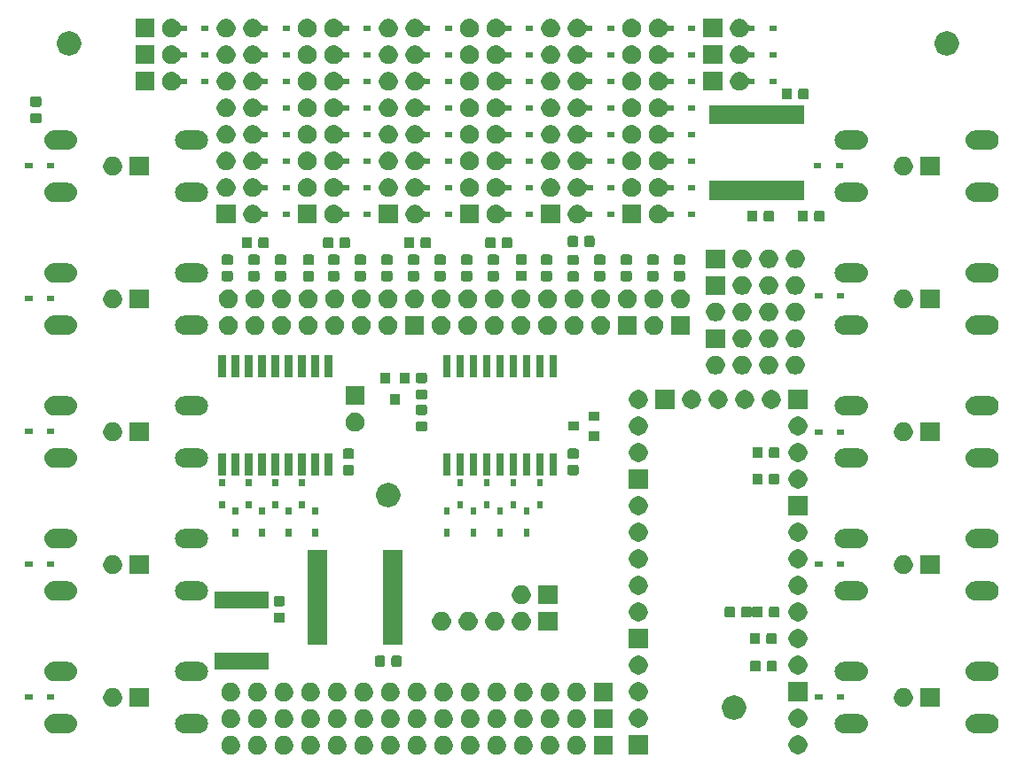
<source format=gbr>
%TF.GenerationSoftware,KiCad,Pcbnew,(5.1.5)-3*%
%TF.CreationDate,2020-03-09T15:55:20-05:00*%
%TF.ProjectId,Shield v.2,53686965-6c64-4207-962e-322e6b696361,rev?*%
%TF.SameCoordinates,Original*%
%TF.FileFunction,Soldermask,Top*%
%TF.FilePolarity,Negative*%
%FSLAX46Y46*%
G04 Gerber Fmt 4.6, Leading zero omitted, Abs format (unit mm)*
G04 Created by KiCad (PCBNEW (5.1.5)-3) date 2020-03-09 15:55:20*
%MOMM*%
%LPD*%
G04 APERTURE LIST*
%ADD10C,0.150000*%
G04 APERTURE END LIST*
D10*
G36*
X158575159Y-128966439D02*
G01*
X156773159Y-128966439D01*
X156773159Y-127164439D01*
X158575159Y-127164439D01*
X158575159Y-128966439D01*
G37*
G36*
X155247671Y-127169366D02*
G01*
X155396971Y-127199063D01*
X155560943Y-127266983D01*
X155708513Y-127365586D01*
X155834012Y-127491085D01*
X155932615Y-127638655D01*
X156000535Y-127802627D01*
X156035159Y-127976698D01*
X156035159Y-128154180D01*
X156000535Y-128328251D01*
X155932615Y-128492223D01*
X155834012Y-128639793D01*
X155708513Y-128765292D01*
X155560943Y-128863895D01*
X155396971Y-128931815D01*
X155247671Y-128961512D01*
X155222901Y-128966439D01*
X155045417Y-128966439D01*
X155020647Y-128961512D01*
X154871347Y-128931815D01*
X154707375Y-128863895D01*
X154559805Y-128765292D01*
X154434306Y-128639793D01*
X154335703Y-128492223D01*
X154267783Y-128328251D01*
X154233159Y-128154180D01*
X154233159Y-127976698D01*
X154267783Y-127802627D01*
X154335703Y-127638655D01*
X154434306Y-127491085D01*
X154559805Y-127365586D01*
X154707375Y-127266983D01*
X154871347Y-127199063D01*
X155020647Y-127169366D01*
X155045417Y-127164439D01*
X155222901Y-127164439D01*
X155247671Y-127169366D01*
G37*
G36*
X122227671Y-127169366D02*
G01*
X122376971Y-127199063D01*
X122540943Y-127266983D01*
X122688513Y-127365586D01*
X122814012Y-127491085D01*
X122912615Y-127638655D01*
X122980535Y-127802627D01*
X123015159Y-127976698D01*
X123015159Y-128154180D01*
X122980535Y-128328251D01*
X122912615Y-128492223D01*
X122814012Y-128639793D01*
X122688513Y-128765292D01*
X122540943Y-128863895D01*
X122376971Y-128931815D01*
X122227671Y-128961512D01*
X122202901Y-128966439D01*
X122025417Y-128966439D01*
X122000647Y-128961512D01*
X121851347Y-128931815D01*
X121687375Y-128863895D01*
X121539805Y-128765292D01*
X121414306Y-128639793D01*
X121315703Y-128492223D01*
X121247783Y-128328251D01*
X121213159Y-128154180D01*
X121213159Y-127976698D01*
X121247783Y-127802627D01*
X121315703Y-127638655D01*
X121414306Y-127491085D01*
X121539805Y-127365586D01*
X121687375Y-127266983D01*
X121851347Y-127199063D01*
X122000647Y-127169366D01*
X122025417Y-127164439D01*
X122202901Y-127164439D01*
X122227671Y-127169366D01*
G37*
G36*
X124767671Y-127169366D02*
G01*
X124916971Y-127199063D01*
X125080943Y-127266983D01*
X125228513Y-127365586D01*
X125354012Y-127491085D01*
X125452615Y-127638655D01*
X125520535Y-127802627D01*
X125555159Y-127976698D01*
X125555159Y-128154180D01*
X125520535Y-128328251D01*
X125452615Y-128492223D01*
X125354012Y-128639793D01*
X125228513Y-128765292D01*
X125080943Y-128863895D01*
X124916971Y-128931815D01*
X124767671Y-128961512D01*
X124742901Y-128966439D01*
X124565417Y-128966439D01*
X124540647Y-128961512D01*
X124391347Y-128931815D01*
X124227375Y-128863895D01*
X124079805Y-128765292D01*
X123954306Y-128639793D01*
X123855703Y-128492223D01*
X123787783Y-128328251D01*
X123753159Y-128154180D01*
X123753159Y-127976698D01*
X123787783Y-127802627D01*
X123855703Y-127638655D01*
X123954306Y-127491085D01*
X124079805Y-127365586D01*
X124227375Y-127266983D01*
X124391347Y-127199063D01*
X124540647Y-127169366D01*
X124565417Y-127164439D01*
X124742901Y-127164439D01*
X124767671Y-127169366D01*
G37*
G36*
X127307671Y-127169366D02*
G01*
X127456971Y-127199063D01*
X127620943Y-127266983D01*
X127768513Y-127365586D01*
X127894012Y-127491085D01*
X127992615Y-127638655D01*
X128060535Y-127802627D01*
X128095159Y-127976698D01*
X128095159Y-128154180D01*
X128060535Y-128328251D01*
X127992615Y-128492223D01*
X127894012Y-128639793D01*
X127768513Y-128765292D01*
X127620943Y-128863895D01*
X127456971Y-128931815D01*
X127307671Y-128961512D01*
X127282901Y-128966439D01*
X127105417Y-128966439D01*
X127080647Y-128961512D01*
X126931347Y-128931815D01*
X126767375Y-128863895D01*
X126619805Y-128765292D01*
X126494306Y-128639793D01*
X126395703Y-128492223D01*
X126327783Y-128328251D01*
X126293159Y-128154180D01*
X126293159Y-127976698D01*
X126327783Y-127802627D01*
X126395703Y-127638655D01*
X126494306Y-127491085D01*
X126619805Y-127365586D01*
X126767375Y-127266983D01*
X126931347Y-127199063D01*
X127080647Y-127169366D01*
X127105417Y-127164439D01*
X127282901Y-127164439D01*
X127307671Y-127169366D01*
G37*
G36*
X129847671Y-127169366D02*
G01*
X129996971Y-127199063D01*
X130160943Y-127266983D01*
X130308513Y-127365586D01*
X130434012Y-127491085D01*
X130532615Y-127638655D01*
X130600535Y-127802627D01*
X130635159Y-127976698D01*
X130635159Y-128154180D01*
X130600535Y-128328251D01*
X130532615Y-128492223D01*
X130434012Y-128639793D01*
X130308513Y-128765292D01*
X130160943Y-128863895D01*
X129996971Y-128931815D01*
X129847671Y-128961512D01*
X129822901Y-128966439D01*
X129645417Y-128966439D01*
X129620647Y-128961512D01*
X129471347Y-128931815D01*
X129307375Y-128863895D01*
X129159805Y-128765292D01*
X129034306Y-128639793D01*
X128935703Y-128492223D01*
X128867783Y-128328251D01*
X128833159Y-128154180D01*
X128833159Y-127976698D01*
X128867783Y-127802627D01*
X128935703Y-127638655D01*
X129034306Y-127491085D01*
X129159805Y-127365586D01*
X129307375Y-127266983D01*
X129471347Y-127199063D01*
X129620647Y-127169366D01*
X129645417Y-127164439D01*
X129822901Y-127164439D01*
X129847671Y-127169366D01*
G37*
G36*
X132387671Y-127169366D02*
G01*
X132536971Y-127199063D01*
X132700943Y-127266983D01*
X132848513Y-127365586D01*
X132974012Y-127491085D01*
X133072615Y-127638655D01*
X133140535Y-127802627D01*
X133175159Y-127976698D01*
X133175159Y-128154180D01*
X133140535Y-128328251D01*
X133072615Y-128492223D01*
X132974012Y-128639793D01*
X132848513Y-128765292D01*
X132700943Y-128863895D01*
X132536971Y-128931815D01*
X132387671Y-128961512D01*
X132362901Y-128966439D01*
X132185417Y-128966439D01*
X132160647Y-128961512D01*
X132011347Y-128931815D01*
X131847375Y-128863895D01*
X131699805Y-128765292D01*
X131574306Y-128639793D01*
X131475703Y-128492223D01*
X131407783Y-128328251D01*
X131373159Y-128154180D01*
X131373159Y-127976698D01*
X131407783Y-127802627D01*
X131475703Y-127638655D01*
X131574306Y-127491085D01*
X131699805Y-127365586D01*
X131847375Y-127266983D01*
X132011347Y-127199063D01*
X132160647Y-127169366D01*
X132185417Y-127164439D01*
X132362901Y-127164439D01*
X132387671Y-127169366D01*
G37*
G36*
X134927671Y-127169366D02*
G01*
X135076971Y-127199063D01*
X135240943Y-127266983D01*
X135388513Y-127365586D01*
X135514012Y-127491085D01*
X135612615Y-127638655D01*
X135680535Y-127802627D01*
X135715159Y-127976698D01*
X135715159Y-128154180D01*
X135680535Y-128328251D01*
X135612615Y-128492223D01*
X135514012Y-128639793D01*
X135388513Y-128765292D01*
X135240943Y-128863895D01*
X135076971Y-128931815D01*
X134927671Y-128961512D01*
X134902901Y-128966439D01*
X134725417Y-128966439D01*
X134700647Y-128961512D01*
X134551347Y-128931815D01*
X134387375Y-128863895D01*
X134239805Y-128765292D01*
X134114306Y-128639793D01*
X134015703Y-128492223D01*
X133947783Y-128328251D01*
X133913159Y-128154180D01*
X133913159Y-127976698D01*
X133947783Y-127802627D01*
X134015703Y-127638655D01*
X134114306Y-127491085D01*
X134239805Y-127365586D01*
X134387375Y-127266983D01*
X134551347Y-127199063D01*
X134700647Y-127169366D01*
X134725417Y-127164439D01*
X134902901Y-127164439D01*
X134927671Y-127169366D01*
G37*
G36*
X140007671Y-127169366D02*
G01*
X140156971Y-127199063D01*
X140320943Y-127266983D01*
X140468513Y-127365586D01*
X140594012Y-127491085D01*
X140692615Y-127638655D01*
X140760535Y-127802627D01*
X140795159Y-127976698D01*
X140795159Y-128154180D01*
X140760535Y-128328251D01*
X140692615Y-128492223D01*
X140594012Y-128639793D01*
X140468513Y-128765292D01*
X140320943Y-128863895D01*
X140156971Y-128931815D01*
X140007671Y-128961512D01*
X139982901Y-128966439D01*
X139805417Y-128966439D01*
X139780647Y-128961512D01*
X139631347Y-128931815D01*
X139467375Y-128863895D01*
X139319805Y-128765292D01*
X139194306Y-128639793D01*
X139095703Y-128492223D01*
X139027783Y-128328251D01*
X138993159Y-128154180D01*
X138993159Y-127976698D01*
X139027783Y-127802627D01*
X139095703Y-127638655D01*
X139194306Y-127491085D01*
X139319805Y-127365586D01*
X139467375Y-127266983D01*
X139631347Y-127199063D01*
X139780647Y-127169366D01*
X139805417Y-127164439D01*
X139982901Y-127164439D01*
X140007671Y-127169366D01*
G37*
G36*
X142547671Y-127169366D02*
G01*
X142696971Y-127199063D01*
X142860943Y-127266983D01*
X143008513Y-127365586D01*
X143134012Y-127491085D01*
X143232615Y-127638655D01*
X143300535Y-127802627D01*
X143335159Y-127976698D01*
X143335159Y-128154180D01*
X143300535Y-128328251D01*
X143232615Y-128492223D01*
X143134012Y-128639793D01*
X143008513Y-128765292D01*
X142860943Y-128863895D01*
X142696971Y-128931815D01*
X142547671Y-128961512D01*
X142522901Y-128966439D01*
X142345417Y-128966439D01*
X142320647Y-128961512D01*
X142171347Y-128931815D01*
X142007375Y-128863895D01*
X141859805Y-128765292D01*
X141734306Y-128639793D01*
X141635703Y-128492223D01*
X141567783Y-128328251D01*
X141533159Y-128154180D01*
X141533159Y-127976698D01*
X141567783Y-127802627D01*
X141635703Y-127638655D01*
X141734306Y-127491085D01*
X141859805Y-127365586D01*
X142007375Y-127266983D01*
X142171347Y-127199063D01*
X142320647Y-127169366D01*
X142345417Y-127164439D01*
X142522901Y-127164439D01*
X142547671Y-127169366D01*
G37*
G36*
X145087671Y-127169366D02*
G01*
X145236971Y-127199063D01*
X145400943Y-127266983D01*
X145548513Y-127365586D01*
X145674012Y-127491085D01*
X145772615Y-127638655D01*
X145840535Y-127802627D01*
X145875159Y-127976698D01*
X145875159Y-128154180D01*
X145840535Y-128328251D01*
X145772615Y-128492223D01*
X145674012Y-128639793D01*
X145548513Y-128765292D01*
X145400943Y-128863895D01*
X145236971Y-128931815D01*
X145087671Y-128961512D01*
X145062901Y-128966439D01*
X144885417Y-128966439D01*
X144860647Y-128961512D01*
X144711347Y-128931815D01*
X144547375Y-128863895D01*
X144399805Y-128765292D01*
X144274306Y-128639793D01*
X144175703Y-128492223D01*
X144107783Y-128328251D01*
X144073159Y-128154180D01*
X144073159Y-127976698D01*
X144107783Y-127802627D01*
X144175703Y-127638655D01*
X144274306Y-127491085D01*
X144399805Y-127365586D01*
X144547375Y-127266983D01*
X144711347Y-127199063D01*
X144860647Y-127169366D01*
X144885417Y-127164439D01*
X145062901Y-127164439D01*
X145087671Y-127169366D01*
G37*
G36*
X147627671Y-127169366D02*
G01*
X147776971Y-127199063D01*
X147940943Y-127266983D01*
X148088513Y-127365586D01*
X148214012Y-127491085D01*
X148312615Y-127638655D01*
X148380535Y-127802627D01*
X148415159Y-127976698D01*
X148415159Y-128154180D01*
X148380535Y-128328251D01*
X148312615Y-128492223D01*
X148214012Y-128639793D01*
X148088513Y-128765292D01*
X147940943Y-128863895D01*
X147776971Y-128931815D01*
X147627671Y-128961512D01*
X147602901Y-128966439D01*
X147425417Y-128966439D01*
X147400647Y-128961512D01*
X147251347Y-128931815D01*
X147087375Y-128863895D01*
X146939805Y-128765292D01*
X146814306Y-128639793D01*
X146715703Y-128492223D01*
X146647783Y-128328251D01*
X146613159Y-128154180D01*
X146613159Y-127976698D01*
X146647783Y-127802627D01*
X146715703Y-127638655D01*
X146814306Y-127491085D01*
X146939805Y-127365586D01*
X147087375Y-127266983D01*
X147251347Y-127199063D01*
X147400647Y-127169366D01*
X147425417Y-127164439D01*
X147602901Y-127164439D01*
X147627671Y-127169366D01*
G37*
G36*
X150167671Y-127169366D02*
G01*
X150316971Y-127199063D01*
X150480943Y-127266983D01*
X150628513Y-127365586D01*
X150754012Y-127491085D01*
X150852615Y-127638655D01*
X150920535Y-127802627D01*
X150955159Y-127976698D01*
X150955159Y-128154180D01*
X150920535Y-128328251D01*
X150852615Y-128492223D01*
X150754012Y-128639793D01*
X150628513Y-128765292D01*
X150480943Y-128863895D01*
X150316971Y-128931815D01*
X150167671Y-128961512D01*
X150142901Y-128966439D01*
X149965417Y-128966439D01*
X149940647Y-128961512D01*
X149791347Y-128931815D01*
X149627375Y-128863895D01*
X149479805Y-128765292D01*
X149354306Y-128639793D01*
X149255703Y-128492223D01*
X149187783Y-128328251D01*
X149153159Y-128154180D01*
X149153159Y-127976698D01*
X149187783Y-127802627D01*
X149255703Y-127638655D01*
X149354306Y-127491085D01*
X149479805Y-127365586D01*
X149627375Y-127266983D01*
X149791347Y-127199063D01*
X149940647Y-127169366D01*
X149965417Y-127164439D01*
X150142901Y-127164439D01*
X150167671Y-127169366D01*
G37*
G36*
X152707671Y-127169366D02*
G01*
X152856971Y-127199063D01*
X153020943Y-127266983D01*
X153168513Y-127365586D01*
X153294012Y-127491085D01*
X153392615Y-127638655D01*
X153460535Y-127802627D01*
X153495159Y-127976698D01*
X153495159Y-128154180D01*
X153460535Y-128328251D01*
X153392615Y-128492223D01*
X153294012Y-128639793D01*
X153168513Y-128765292D01*
X153020943Y-128863895D01*
X152856971Y-128931815D01*
X152707671Y-128961512D01*
X152682901Y-128966439D01*
X152505417Y-128966439D01*
X152480647Y-128961512D01*
X152331347Y-128931815D01*
X152167375Y-128863895D01*
X152019805Y-128765292D01*
X151894306Y-128639793D01*
X151795703Y-128492223D01*
X151727783Y-128328251D01*
X151693159Y-128154180D01*
X151693159Y-127976698D01*
X151727783Y-127802627D01*
X151795703Y-127638655D01*
X151894306Y-127491085D01*
X152019805Y-127365586D01*
X152167375Y-127266983D01*
X152331347Y-127199063D01*
X152480647Y-127169366D01*
X152505417Y-127164439D01*
X152682901Y-127164439D01*
X152707671Y-127169366D01*
G37*
G36*
X137467671Y-127169366D02*
G01*
X137616971Y-127199063D01*
X137780943Y-127266983D01*
X137928513Y-127365586D01*
X138054012Y-127491085D01*
X138152615Y-127638655D01*
X138220535Y-127802627D01*
X138255159Y-127976698D01*
X138255159Y-128154180D01*
X138220535Y-128328251D01*
X138152615Y-128492223D01*
X138054012Y-128639793D01*
X137928513Y-128765292D01*
X137780943Y-128863895D01*
X137616971Y-128931815D01*
X137467671Y-128961512D01*
X137442901Y-128966439D01*
X137265417Y-128966439D01*
X137240647Y-128961512D01*
X137091347Y-128931815D01*
X136927375Y-128863895D01*
X136779805Y-128765292D01*
X136654306Y-128639793D01*
X136555703Y-128492223D01*
X136487783Y-128328251D01*
X136453159Y-128154180D01*
X136453159Y-127976698D01*
X136487783Y-127802627D01*
X136555703Y-127638655D01*
X136654306Y-127491085D01*
X136779805Y-127365586D01*
X136927375Y-127266983D01*
X137091347Y-127199063D01*
X137240647Y-127169366D01*
X137265417Y-127164439D01*
X137442901Y-127164439D01*
X137467671Y-127169366D01*
G37*
G36*
X161937000Y-128917000D02*
G01*
X160135000Y-128917000D01*
X160135000Y-127115000D01*
X161937000Y-127115000D01*
X161937000Y-128917000D01*
G37*
G36*
X176389512Y-127119927D02*
G01*
X176538812Y-127149624D01*
X176702784Y-127217544D01*
X176850354Y-127316147D01*
X176975853Y-127441646D01*
X177074456Y-127589216D01*
X177142376Y-127753188D01*
X177177000Y-127927259D01*
X177177000Y-128104741D01*
X177142376Y-128278812D01*
X177074456Y-128442784D01*
X176975853Y-128590354D01*
X176850354Y-128715853D01*
X176702784Y-128814456D01*
X176538812Y-128882376D01*
X176389512Y-128912073D01*
X176364742Y-128917000D01*
X176187258Y-128917000D01*
X176162488Y-128912073D01*
X176013188Y-128882376D01*
X175849216Y-128814456D01*
X175701646Y-128715853D01*
X175576147Y-128590354D01*
X175477544Y-128442784D01*
X175409624Y-128278812D01*
X175375000Y-128104741D01*
X175375000Y-127927259D01*
X175409624Y-127753188D01*
X175477544Y-127589216D01*
X175576147Y-127441646D01*
X175701646Y-127316147D01*
X175849216Y-127217544D01*
X176013188Y-127149624D01*
X176162488Y-127119927D01*
X176187258Y-127115000D01*
X176364742Y-127115000D01*
X176389512Y-127119927D01*
G37*
G36*
X119209694Y-125098133D02*
G01*
X119382095Y-125150431D01*
X119540983Y-125235358D01*
X119680249Y-125349651D01*
X119794542Y-125488917D01*
X119879469Y-125647805D01*
X119931767Y-125820206D01*
X119949425Y-125999500D01*
X119931767Y-126178794D01*
X119879469Y-126351195D01*
X119794542Y-126510083D01*
X119680249Y-126649349D01*
X119540983Y-126763642D01*
X119382095Y-126848569D01*
X119209694Y-126900867D01*
X119075331Y-126914100D01*
X117664669Y-126914100D01*
X117530306Y-126900867D01*
X117357905Y-126848569D01*
X117199017Y-126763642D01*
X117059751Y-126649349D01*
X116945458Y-126510083D01*
X116860531Y-126351195D01*
X116808233Y-126178794D01*
X116790575Y-125999500D01*
X116808233Y-125820206D01*
X116860531Y-125647805D01*
X116945458Y-125488917D01*
X117059751Y-125349651D01*
X117199017Y-125235358D01*
X117357905Y-125150431D01*
X117530306Y-125098133D01*
X117664669Y-125084900D01*
X119075331Y-125084900D01*
X119209694Y-125098133D01*
G37*
G36*
X194709694Y-125098133D02*
G01*
X194882095Y-125150431D01*
X195040983Y-125235358D01*
X195180249Y-125349651D01*
X195294542Y-125488917D01*
X195379469Y-125647805D01*
X195431767Y-125820206D01*
X195449425Y-125999500D01*
X195431767Y-126178794D01*
X195379469Y-126351195D01*
X195294542Y-126510083D01*
X195180249Y-126649349D01*
X195040983Y-126763642D01*
X194882095Y-126848569D01*
X194709694Y-126900867D01*
X194575331Y-126914100D01*
X193164669Y-126914100D01*
X193030306Y-126900867D01*
X192857905Y-126848569D01*
X192699017Y-126763642D01*
X192559751Y-126649349D01*
X192445458Y-126510083D01*
X192360531Y-126351195D01*
X192308233Y-126178794D01*
X192290575Y-125999500D01*
X192308233Y-125820206D01*
X192360531Y-125647805D01*
X192445458Y-125488917D01*
X192559751Y-125349651D01*
X192699017Y-125235358D01*
X192857905Y-125150431D01*
X193030306Y-125098133D01*
X193164669Y-125084900D01*
X194575331Y-125084900D01*
X194709694Y-125098133D01*
G37*
G36*
X106709694Y-125098133D02*
G01*
X106882095Y-125150431D01*
X107040983Y-125235358D01*
X107180249Y-125349651D01*
X107294542Y-125488917D01*
X107379469Y-125647805D01*
X107431767Y-125820206D01*
X107449425Y-125999500D01*
X107431767Y-126178794D01*
X107379469Y-126351195D01*
X107294542Y-126510083D01*
X107180249Y-126649349D01*
X107040983Y-126763642D01*
X106882095Y-126848569D01*
X106709694Y-126900867D01*
X106575331Y-126914100D01*
X105164669Y-126914100D01*
X105030306Y-126900867D01*
X104857905Y-126848569D01*
X104699017Y-126763642D01*
X104559751Y-126649349D01*
X104445458Y-126510083D01*
X104360531Y-126351195D01*
X104308233Y-126178794D01*
X104290575Y-125999500D01*
X104308233Y-125820206D01*
X104360531Y-125647805D01*
X104445458Y-125488917D01*
X104559751Y-125349651D01*
X104699017Y-125235358D01*
X104857905Y-125150431D01*
X105030306Y-125098133D01*
X105164669Y-125084900D01*
X106575331Y-125084900D01*
X106709694Y-125098133D01*
G37*
G36*
X182209694Y-125098133D02*
G01*
X182382095Y-125150431D01*
X182540983Y-125235358D01*
X182680249Y-125349651D01*
X182794542Y-125488917D01*
X182879469Y-125647805D01*
X182931767Y-125820206D01*
X182949425Y-125999500D01*
X182931767Y-126178794D01*
X182879469Y-126351195D01*
X182794542Y-126510083D01*
X182680249Y-126649349D01*
X182540983Y-126763642D01*
X182382095Y-126848569D01*
X182209694Y-126900867D01*
X182075331Y-126914100D01*
X180664669Y-126914100D01*
X180530306Y-126900867D01*
X180357905Y-126848569D01*
X180199017Y-126763642D01*
X180059751Y-126649349D01*
X179945458Y-126510083D01*
X179860531Y-126351195D01*
X179808233Y-126178794D01*
X179790575Y-125999500D01*
X179808233Y-125820206D01*
X179860531Y-125647805D01*
X179945458Y-125488917D01*
X180059751Y-125349651D01*
X180199017Y-125235358D01*
X180357905Y-125150431D01*
X180530306Y-125098133D01*
X180664669Y-125084900D01*
X182075331Y-125084900D01*
X182209694Y-125098133D01*
G37*
G36*
X155247671Y-124629366D02*
G01*
X155396971Y-124659063D01*
X155560943Y-124726983D01*
X155708513Y-124825586D01*
X155834012Y-124951085D01*
X155932615Y-125098655D01*
X156000535Y-125262627D01*
X156035159Y-125436698D01*
X156035159Y-125614180D01*
X156000535Y-125788251D01*
X155932615Y-125952223D01*
X155834012Y-126099793D01*
X155708513Y-126225292D01*
X155560943Y-126323895D01*
X155396971Y-126391815D01*
X155247671Y-126421512D01*
X155222901Y-126426439D01*
X155045417Y-126426439D01*
X155020647Y-126421512D01*
X154871347Y-126391815D01*
X154707375Y-126323895D01*
X154559805Y-126225292D01*
X154434306Y-126099793D01*
X154335703Y-125952223D01*
X154267783Y-125788251D01*
X154233159Y-125614180D01*
X154233159Y-125436698D01*
X154267783Y-125262627D01*
X154335703Y-125098655D01*
X154434306Y-124951085D01*
X154559805Y-124825586D01*
X154707375Y-124726983D01*
X154871347Y-124659063D01*
X155020647Y-124629366D01*
X155045417Y-124624439D01*
X155222901Y-124624439D01*
X155247671Y-124629366D01*
G37*
G36*
X158575159Y-126426439D02*
G01*
X156773159Y-126426439D01*
X156773159Y-124624439D01*
X158575159Y-124624439D01*
X158575159Y-126426439D01*
G37*
G36*
X152707671Y-124629366D02*
G01*
X152856971Y-124659063D01*
X153020943Y-124726983D01*
X153168513Y-124825586D01*
X153294012Y-124951085D01*
X153392615Y-125098655D01*
X153460535Y-125262627D01*
X153495159Y-125436698D01*
X153495159Y-125614180D01*
X153460535Y-125788251D01*
X153392615Y-125952223D01*
X153294012Y-126099793D01*
X153168513Y-126225292D01*
X153020943Y-126323895D01*
X152856971Y-126391815D01*
X152707671Y-126421512D01*
X152682901Y-126426439D01*
X152505417Y-126426439D01*
X152480647Y-126421512D01*
X152331347Y-126391815D01*
X152167375Y-126323895D01*
X152019805Y-126225292D01*
X151894306Y-126099793D01*
X151795703Y-125952223D01*
X151727783Y-125788251D01*
X151693159Y-125614180D01*
X151693159Y-125436698D01*
X151727783Y-125262627D01*
X151795703Y-125098655D01*
X151894306Y-124951085D01*
X152019805Y-124825586D01*
X152167375Y-124726983D01*
X152331347Y-124659063D01*
X152480647Y-124629366D01*
X152505417Y-124624439D01*
X152682901Y-124624439D01*
X152707671Y-124629366D01*
G37*
G36*
X150167671Y-124629366D02*
G01*
X150316971Y-124659063D01*
X150480943Y-124726983D01*
X150628513Y-124825586D01*
X150754012Y-124951085D01*
X150852615Y-125098655D01*
X150920535Y-125262627D01*
X150955159Y-125436698D01*
X150955159Y-125614180D01*
X150920535Y-125788251D01*
X150852615Y-125952223D01*
X150754012Y-126099793D01*
X150628513Y-126225292D01*
X150480943Y-126323895D01*
X150316971Y-126391815D01*
X150167671Y-126421512D01*
X150142901Y-126426439D01*
X149965417Y-126426439D01*
X149940647Y-126421512D01*
X149791347Y-126391815D01*
X149627375Y-126323895D01*
X149479805Y-126225292D01*
X149354306Y-126099793D01*
X149255703Y-125952223D01*
X149187783Y-125788251D01*
X149153159Y-125614180D01*
X149153159Y-125436698D01*
X149187783Y-125262627D01*
X149255703Y-125098655D01*
X149354306Y-124951085D01*
X149479805Y-124825586D01*
X149627375Y-124726983D01*
X149791347Y-124659063D01*
X149940647Y-124629366D01*
X149965417Y-124624439D01*
X150142901Y-124624439D01*
X150167671Y-124629366D01*
G37*
G36*
X147627671Y-124629366D02*
G01*
X147776971Y-124659063D01*
X147940943Y-124726983D01*
X148088513Y-124825586D01*
X148214012Y-124951085D01*
X148312615Y-125098655D01*
X148380535Y-125262627D01*
X148415159Y-125436698D01*
X148415159Y-125614180D01*
X148380535Y-125788251D01*
X148312615Y-125952223D01*
X148214012Y-126099793D01*
X148088513Y-126225292D01*
X147940943Y-126323895D01*
X147776971Y-126391815D01*
X147627671Y-126421512D01*
X147602901Y-126426439D01*
X147425417Y-126426439D01*
X147400647Y-126421512D01*
X147251347Y-126391815D01*
X147087375Y-126323895D01*
X146939805Y-126225292D01*
X146814306Y-126099793D01*
X146715703Y-125952223D01*
X146647783Y-125788251D01*
X146613159Y-125614180D01*
X146613159Y-125436698D01*
X146647783Y-125262627D01*
X146715703Y-125098655D01*
X146814306Y-124951085D01*
X146939805Y-124825586D01*
X147087375Y-124726983D01*
X147251347Y-124659063D01*
X147400647Y-124629366D01*
X147425417Y-124624439D01*
X147602901Y-124624439D01*
X147627671Y-124629366D01*
G37*
G36*
X122227671Y-124629366D02*
G01*
X122376971Y-124659063D01*
X122540943Y-124726983D01*
X122688513Y-124825586D01*
X122814012Y-124951085D01*
X122912615Y-125098655D01*
X122980535Y-125262627D01*
X123015159Y-125436698D01*
X123015159Y-125614180D01*
X122980535Y-125788251D01*
X122912615Y-125952223D01*
X122814012Y-126099793D01*
X122688513Y-126225292D01*
X122540943Y-126323895D01*
X122376971Y-126391815D01*
X122227671Y-126421512D01*
X122202901Y-126426439D01*
X122025417Y-126426439D01*
X122000647Y-126421512D01*
X121851347Y-126391815D01*
X121687375Y-126323895D01*
X121539805Y-126225292D01*
X121414306Y-126099793D01*
X121315703Y-125952223D01*
X121247783Y-125788251D01*
X121213159Y-125614180D01*
X121213159Y-125436698D01*
X121247783Y-125262627D01*
X121315703Y-125098655D01*
X121414306Y-124951085D01*
X121539805Y-124825586D01*
X121687375Y-124726983D01*
X121851347Y-124659063D01*
X122000647Y-124629366D01*
X122025417Y-124624439D01*
X122202901Y-124624439D01*
X122227671Y-124629366D01*
G37*
G36*
X124767671Y-124629366D02*
G01*
X124916971Y-124659063D01*
X125080943Y-124726983D01*
X125228513Y-124825586D01*
X125354012Y-124951085D01*
X125452615Y-125098655D01*
X125520535Y-125262627D01*
X125555159Y-125436698D01*
X125555159Y-125614180D01*
X125520535Y-125788251D01*
X125452615Y-125952223D01*
X125354012Y-126099793D01*
X125228513Y-126225292D01*
X125080943Y-126323895D01*
X124916971Y-126391815D01*
X124767671Y-126421512D01*
X124742901Y-126426439D01*
X124565417Y-126426439D01*
X124540647Y-126421512D01*
X124391347Y-126391815D01*
X124227375Y-126323895D01*
X124079805Y-126225292D01*
X123954306Y-126099793D01*
X123855703Y-125952223D01*
X123787783Y-125788251D01*
X123753159Y-125614180D01*
X123753159Y-125436698D01*
X123787783Y-125262627D01*
X123855703Y-125098655D01*
X123954306Y-124951085D01*
X124079805Y-124825586D01*
X124227375Y-124726983D01*
X124391347Y-124659063D01*
X124540647Y-124629366D01*
X124565417Y-124624439D01*
X124742901Y-124624439D01*
X124767671Y-124629366D01*
G37*
G36*
X127307671Y-124629366D02*
G01*
X127456971Y-124659063D01*
X127620943Y-124726983D01*
X127768513Y-124825586D01*
X127894012Y-124951085D01*
X127992615Y-125098655D01*
X128060535Y-125262627D01*
X128095159Y-125436698D01*
X128095159Y-125614180D01*
X128060535Y-125788251D01*
X127992615Y-125952223D01*
X127894012Y-126099793D01*
X127768513Y-126225292D01*
X127620943Y-126323895D01*
X127456971Y-126391815D01*
X127307671Y-126421512D01*
X127282901Y-126426439D01*
X127105417Y-126426439D01*
X127080647Y-126421512D01*
X126931347Y-126391815D01*
X126767375Y-126323895D01*
X126619805Y-126225292D01*
X126494306Y-126099793D01*
X126395703Y-125952223D01*
X126327783Y-125788251D01*
X126293159Y-125614180D01*
X126293159Y-125436698D01*
X126327783Y-125262627D01*
X126395703Y-125098655D01*
X126494306Y-124951085D01*
X126619805Y-124825586D01*
X126767375Y-124726983D01*
X126931347Y-124659063D01*
X127080647Y-124629366D01*
X127105417Y-124624439D01*
X127282901Y-124624439D01*
X127307671Y-124629366D01*
G37*
G36*
X129847671Y-124629366D02*
G01*
X129996971Y-124659063D01*
X130160943Y-124726983D01*
X130308513Y-124825586D01*
X130434012Y-124951085D01*
X130532615Y-125098655D01*
X130600535Y-125262627D01*
X130635159Y-125436698D01*
X130635159Y-125614180D01*
X130600535Y-125788251D01*
X130532615Y-125952223D01*
X130434012Y-126099793D01*
X130308513Y-126225292D01*
X130160943Y-126323895D01*
X129996971Y-126391815D01*
X129847671Y-126421512D01*
X129822901Y-126426439D01*
X129645417Y-126426439D01*
X129620647Y-126421512D01*
X129471347Y-126391815D01*
X129307375Y-126323895D01*
X129159805Y-126225292D01*
X129034306Y-126099793D01*
X128935703Y-125952223D01*
X128867783Y-125788251D01*
X128833159Y-125614180D01*
X128833159Y-125436698D01*
X128867783Y-125262627D01*
X128935703Y-125098655D01*
X129034306Y-124951085D01*
X129159805Y-124825586D01*
X129307375Y-124726983D01*
X129471347Y-124659063D01*
X129620647Y-124629366D01*
X129645417Y-124624439D01*
X129822901Y-124624439D01*
X129847671Y-124629366D01*
G37*
G36*
X132387671Y-124629366D02*
G01*
X132536971Y-124659063D01*
X132700943Y-124726983D01*
X132848513Y-124825586D01*
X132974012Y-124951085D01*
X133072615Y-125098655D01*
X133140535Y-125262627D01*
X133175159Y-125436698D01*
X133175159Y-125614180D01*
X133140535Y-125788251D01*
X133072615Y-125952223D01*
X132974012Y-126099793D01*
X132848513Y-126225292D01*
X132700943Y-126323895D01*
X132536971Y-126391815D01*
X132387671Y-126421512D01*
X132362901Y-126426439D01*
X132185417Y-126426439D01*
X132160647Y-126421512D01*
X132011347Y-126391815D01*
X131847375Y-126323895D01*
X131699805Y-126225292D01*
X131574306Y-126099793D01*
X131475703Y-125952223D01*
X131407783Y-125788251D01*
X131373159Y-125614180D01*
X131373159Y-125436698D01*
X131407783Y-125262627D01*
X131475703Y-125098655D01*
X131574306Y-124951085D01*
X131699805Y-124825586D01*
X131847375Y-124726983D01*
X132011347Y-124659063D01*
X132160647Y-124629366D01*
X132185417Y-124624439D01*
X132362901Y-124624439D01*
X132387671Y-124629366D01*
G37*
G36*
X134927671Y-124629366D02*
G01*
X135076971Y-124659063D01*
X135240943Y-124726983D01*
X135388513Y-124825586D01*
X135514012Y-124951085D01*
X135612615Y-125098655D01*
X135680535Y-125262627D01*
X135715159Y-125436698D01*
X135715159Y-125614180D01*
X135680535Y-125788251D01*
X135612615Y-125952223D01*
X135514012Y-126099793D01*
X135388513Y-126225292D01*
X135240943Y-126323895D01*
X135076971Y-126391815D01*
X134927671Y-126421512D01*
X134902901Y-126426439D01*
X134725417Y-126426439D01*
X134700647Y-126421512D01*
X134551347Y-126391815D01*
X134387375Y-126323895D01*
X134239805Y-126225292D01*
X134114306Y-126099793D01*
X134015703Y-125952223D01*
X133947783Y-125788251D01*
X133913159Y-125614180D01*
X133913159Y-125436698D01*
X133947783Y-125262627D01*
X134015703Y-125098655D01*
X134114306Y-124951085D01*
X134239805Y-124825586D01*
X134387375Y-124726983D01*
X134551347Y-124659063D01*
X134700647Y-124629366D01*
X134725417Y-124624439D01*
X134902901Y-124624439D01*
X134927671Y-124629366D01*
G37*
G36*
X137467671Y-124629366D02*
G01*
X137616971Y-124659063D01*
X137780943Y-124726983D01*
X137928513Y-124825586D01*
X138054012Y-124951085D01*
X138152615Y-125098655D01*
X138220535Y-125262627D01*
X138255159Y-125436698D01*
X138255159Y-125614180D01*
X138220535Y-125788251D01*
X138152615Y-125952223D01*
X138054012Y-126099793D01*
X137928513Y-126225292D01*
X137780943Y-126323895D01*
X137616971Y-126391815D01*
X137467671Y-126421512D01*
X137442901Y-126426439D01*
X137265417Y-126426439D01*
X137240647Y-126421512D01*
X137091347Y-126391815D01*
X136927375Y-126323895D01*
X136779805Y-126225292D01*
X136654306Y-126099793D01*
X136555703Y-125952223D01*
X136487783Y-125788251D01*
X136453159Y-125614180D01*
X136453159Y-125436698D01*
X136487783Y-125262627D01*
X136555703Y-125098655D01*
X136654306Y-124951085D01*
X136779805Y-124825586D01*
X136927375Y-124726983D01*
X137091347Y-124659063D01*
X137240647Y-124629366D01*
X137265417Y-124624439D01*
X137442901Y-124624439D01*
X137467671Y-124629366D01*
G37*
G36*
X145087671Y-124629366D02*
G01*
X145236971Y-124659063D01*
X145400943Y-124726983D01*
X145548513Y-124825586D01*
X145674012Y-124951085D01*
X145772615Y-125098655D01*
X145840535Y-125262627D01*
X145875159Y-125436698D01*
X145875159Y-125614180D01*
X145840535Y-125788251D01*
X145772615Y-125952223D01*
X145674012Y-126099793D01*
X145548513Y-126225292D01*
X145400943Y-126323895D01*
X145236971Y-126391815D01*
X145087671Y-126421512D01*
X145062901Y-126426439D01*
X144885417Y-126426439D01*
X144860647Y-126421512D01*
X144711347Y-126391815D01*
X144547375Y-126323895D01*
X144399805Y-126225292D01*
X144274306Y-126099793D01*
X144175703Y-125952223D01*
X144107783Y-125788251D01*
X144073159Y-125614180D01*
X144073159Y-125436698D01*
X144107783Y-125262627D01*
X144175703Y-125098655D01*
X144274306Y-124951085D01*
X144399805Y-124825586D01*
X144547375Y-124726983D01*
X144711347Y-124659063D01*
X144860647Y-124629366D01*
X144885417Y-124624439D01*
X145062901Y-124624439D01*
X145087671Y-124629366D01*
G37*
G36*
X142547671Y-124629366D02*
G01*
X142696971Y-124659063D01*
X142860943Y-124726983D01*
X143008513Y-124825586D01*
X143134012Y-124951085D01*
X143232615Y-125098655D01*
X143300535Y-125262627D01*
X143335159Y-125436698D01*
X143335159Y-125614180D01*
X143300535Y-125788251D01*
X143232615Y-125952223D01*
X143134012Y-126099793D01*
X143008513Y-126225292D01*
X142860943Y-126323895D01*
X142696971Y-126391815D01*
X142547671Y-126421512D01*
X142522901Y-126426439D01*
X142345417Y-126426439D01*
X142320647Y-126421512D01*
X142171347Y-126391815D01*
X142007375Y-126323895D01*
X141859805Y-126225292D01*
X141734306Y-126099793D01*
X141635703Y-125952223D01*
X141567783Y-125788251D01*
X141533159Y-125614180D01*
X141533159Y-125436698D01*
X141567783Y-125262627D01*
X141635703Y-125098655D01*
X141734306Y-124951085D01*
X141859805Y-124825586D01*
X142007375Y-124726983D01*
X142171347Y-124659063D01*
X142320647Y-124629366D01*
X142345417Y-124624439D01*
X142522901Y-124624439D01*
X142547671Y-124629366D01*
G37*
G36*
X140007671Y-124629366D02*
G01*
X140156971Y-124659063D01*
X140320943Y-124726983D01*
X140468513Y-124825586D01*
X140594012Y-124951085D01*
X140692615Y-125098655D01*
X140760535Y-125262627D01*
X140795159Y-125436698D01*
X140795159Y-125614180D01*
X140760535Y-125788251D01*
X140692615Y-125952223D01*
X140594012Y-126099793D01*
X140468513Y-126225292D01*
X140320943Y-126323895D01*
X140156971Y-126391815D01*
X140007671Y-126421512D01*
X139982901Y-126426439D01*
X139805417Y-126426439D01*
X139780647Y-126421512D01*
X139631347Y-126391815D01*
X139467375Y-126323895D01*
X139319805Y-126225292D01*
X139194306Y-126099793D01*
X139095703Y-125952223D01*
X139027783Y-125788251D01*
X138993159Y-125614180D01*
X138993159Y-125436698D01*
X139027783Y-125262627D01*
X139095703Y-125098655D01*
X139194306Y-124951085D01*
X139319805Y-124825586D01*
X139467375Y-124726983D01*
X139631347Y-124659063D01*
X139780647Y-124629366D01*
X139805417Y-124624439D01*
X139982901Y-124624439D01*
X140007671Y-124629366D01*
G37*
G36*
X176389512Y-124579927D02*
G01*
X176538812Y-124609624D01*
X176702784Y-124677544D01*
X176850354Y-124776147D01*
X176975853Y-124901646D01*
X177074456Y-125049216D01*
X177142376Y-125213188D01*
X177177000Y-125387259D01*
X177177000Y-125564741D01*
X177142376Y-125738812D01*
X177074456Y-125902784D01*
X176975853Y-126050354D01*
X176850354Y-126175853D01*
X176702784Y-126274456D01*
X176538812Y-126342376D01*
X176389512Y-126372073D01*
X176364742Y-126377000D01*
X176187258Y-126377000D01*
X176162488Y-126372073D01*
X176013188Y-126342376D01*
X175849216Y-126274456D01*
X175701646Y-126175853D01*
X175576147Y-126050354D01*
X175477544Y-125902784D01*
X175409624Y-125738812D01*
X175375000Y-125564741D01*
X175375000Y-125387259D01*
X175409624Y-125213188D01*
X175477544Y-125049216D01*
X175576147Y-124901646D01*
X175701646Y-124776147D01*
X175849216Y-124677544D01*
X176013188Y-124609624D01*
X176162488Y-124579927D01*
X176187258Y-124575000D01*
X176364742Y-124575000D01*
X176389512Y-124579927D01*
G37*
G36*
X161149512Y-124579927D02*
G01*
X161298812Y-124609624D01*
X161462784Y-124677544D01*
X161610354Y-124776147D01*
X161735853Y-124901646D01*
X161834456Y-125049216D01*
X161902376Y-125213188D01*
X161937000Y-125387259D01*
X161937000Y-125564741D01*
X161902376Y-125738812D01*
X161834456Y-125902784D01*
X161735853Y-126050354D01*
X161610354Y-126175853D01*
X161462784Y-126274456D01*
X161298812Y-126342376D01*
X161149512Y-126372073D01*
X161124742Y-126377000D01*
X160947258Y-126377000D01*
X160922488Y-126372073D01*
X160773188Y-126342376D01*
X160609216Y-126274456D01*
X160461646Y-126175853D01*
X160336147Y-126050354D01*
X160237544Y-125902784D01*
X160169624Y-125738812D01*
X160135000Y-125564741D01*
X160135000Y-125387259D01*
X160169624Y-125213188D01*
X160237544Y-125049216D01*
X160336147Y-124901646D01*
X160461646Y-124776147D01*
X160609216Y-124677544D01*
X160773188Y-124609624D01*
X160922488Y-124579927D01*
X160947258Y-124575000D01*
X161124742Y-124575000D01*
X161149512Y-124579927D01*
G37*
G36*
X170404549Y-123331116D02*
G01*
X170515734Y-123353232D01*
X170725203Y-123439997D01*
X170913720Y-123565960D01*
X171074040Y-123726280D01*
X171200003Y-123914797D01*
X171265887Y-124073854D01*
X171286768Y-124124267D01*
X171331000Y-124346635D01*
X171331000Y-124573365D01*
X171313953Y-124659064D01*
X171286768Y-124795734D01*
X171200003Y-125005203D01*
X171074040Y-125193720D01*
X170913720Y-125354040D01*
X170725203Y-125480003D01*
X170515734Y-125566768D01*
X170404549Y-125588884D01*
X170293365Y-125611000D01*
X170066635Y-125611000D01*
X169955451Y-125588884D01*
X169844266Y-125566768D01*
X169634797Y-125480003D01*
X169446280Y-125354040D01*
X169285960Y-125193720D01*
X169159997Y-125005203D01*
X169073232Y-124795734D01*
X169046047Y-124659064D01*
X169029000Y-124573365D01*
X169029000Y-124346635D01*
X169073232Y-124124267D01*
X169094114Y-124073854D01*
X169159997Y-123914797D01*
X169285960Y-123726280D01*
X169446280Y-123565960D01*
X169634797Y-123439997D01*
X169844266Y-123353232D01*
X169955451Y-123331116D01*
X170066635Y-123309000D01*
X170293365Y-123309000D01*
X170404549Y-123331116D01*
G37*
G36*
X189786000Y-124400500D02*
G01*
X187984000Y-124400500D01*
X187984000Y-122598500D01*
X189786000Y-122598500D01*
X189786000Y-124400500D01*
G37*
G36*
X110958512Y-122603427D02*
G01*
X111107812Y-122633124D01*
X111271784Y-122701044D01*
X111419354Y-122799647D01*
X111544853Y-122925146D01*
X111643456Y-123072716D01*
X111711376Y-123236688D01*
X111746000Y-123410759D01*
X111746000Y-123588241D01*
X111711376Y-123762312D01*
X111643456Y-123926284D01*
X111544853Y-124073854D01*
X111419354Y-124199353D01*
X111271784Y-124297956D01*
X111107812Y-124365876D01*
X110958512Y-124395573D01*
X110933742Y-124400500D01*
X110756258Y-124400500D01*
X110731488Y-124395573D01*
X110582188Y-124365876D01*
X110418216Y-124297956D01*
X110270646Y-124199353D01*
X110145147Y-124073854D01*
X110046544Y-123926284D01*
X109978624Y-123762312D01*
X109944000Y-123588241D01*
X109944000Y-123410759D01*
X109978624Y-123236688D01*
X110046544Y-123072716D01*
X110145147Y-122925146D01*
X110270646Y-122799647D01*
X110418216Y-122701044D01*
X110582188Y-122633124D01*
X110731488Y-122603427D01*
X110756258Y-122598500D01*
X110933742Y-122598500D01*
X110958512Y-122603427D01*
G37*
G36*
X186458512Y-122603427D02*
G01*
X186607812Y-122633124D01*
X186771784Y-122701044D01*
X186919354Y-122799647D01*
X187044853Y-122925146D01*
X187143456Y-123072716D01*
X187211376Y-123236688D01*
X187246000Y-123410759D01*
X187246000Y-123588241D01*
X187211376Y-123762312D01*
X187143456Y-123926284D01*
X187044853Y-124073854D01*
X186919354Y-124199353D01*
X186771784Y-124297956D01*
X186607812Y-124365876D01*
X186458512Y-124395573D01*
X186433742Y-124400500D01*
X186256258Y-124400500D01*
X186231488Y-124395573D01*
X186082188Y-124365876D01*
X185918216Y-124297956D01*
X185770646Y-124199353D01*
X185645147Y-124073854D01*
X185546544Y-123926284D01*
X185478624Y-123762312D01*
X185444000Y-123588241D01*
X185444000Y-123410759D01*
X185478624Y-123236688D01*
X185546544Y-123072716D01*
X185645147Y-122925146D01*
X185770646Y-122799647D01*
X185918216Y-122701044D01*
X186082188Y-122633124D01*
X186231488Y-122603427D01*
X186256258Y-122598500D01*
X186433742Y-122598500D01*
X186458512Y-122603427D01*
G37*
G36*
X114286000Y-124400500D02*
G01*
X112484000Y-124400500D01*
X112484000Y-122598500D01*
X114286000Y-122598500D01*
X114286000Y-124400500D01*
G37*
G36*
X155247671Y-122089366D02*
G01*
X155396971Y-122119063D01*
X155560943Y-122186983D01*
X155708513Y-122285586D01*
X155834012Y-122411085D01*
X155932615Y-122558655D01*
X156000535Y-122722627D01*
X156035159Y-122896698D01*
X156035159Y-123074180D01*
X156000535Y-123248251D01*
X155932615Y-123412223D01*
X155834012Y-123559793D01*
X155708513Y-123685292D01*
X155560943Y-123783895D01*
X155396971Y-123851815D01*
X155247671Y-123881512D01*
X155222901Y-123886439D01*
X155045417Y-123886439D01*
X155020647Y-123881512D01*
X154871347Y-123851815D01*
X154707375Y-123783895D01*
X154559805Y-123685292D01*
X154434306Y-123559793D01*
X154335703Y-123412223D01*
X154267783Y-123248251D01*
X154233159Y-123074180D01*
X154233159Y-122896698D01*
X154267783Y-122722627D01*
X154335703Y-122558655D01*
X154434306Y-122411085D01*
X154559805Y-122285586D01*
X154707375Y-122186983D01*
X154871347Y-122119063D01*
X155020647Y-122089366D01*
X155045417Y-122084439D01*
X155222901Y-122084439D01*
X155247671Y-122089366D01*
G37*
G36*
X158575159Y-123886439D02*
G01*
X156773159Y-123886439D01*
X156773159Y-122084439D01*
X158575159Y-122084439D01*
X158575159Y-123886439D01*
G37*
G36*
X152707671Y-122089366D02*
G01*
X152856971Y-122119063D01*
X153020943Y-122186983D01*
X153168513Y-122285586D01*
X153294012Y-122411085D01*
X153392615Y-122558655D01*
X153460535Y-122722627D01*
X153495159Y-122896698D01*
X153495159Y-123074180D01*
X153460535Y-123248251D01*
X153392615Y-123412223D01*
X153294012Y-123559793D01*
X153168513Y-123685292D01*
X153020943Y-123783895D01*
X152856971Y-123851815D01*
X152707671Y-123881512D01*
X152682901Y-123886439D01*
X152505417Y-123886439D01*
X152480647Y-123881512D01*
X152331347Y-123851815D01*
X152167375Y-123783895D01*
X152019805Y-123685292D01*
X151894306Y-123559793D01*
X151795703Y-123412223D01*
X151727783Y-123248251D01*
X151693159Y-123074180D01*
X151693159Y-122896698D01*
X151727783Y-122722627D01*
X151795703Y-122558655D01*
X151894306Y-122411085D01*
X152019805Y-122285586D01*
X152167375Y-122186983D01*
X152331347Y-122119063D01*
X152480647Y-122089366D01*
X152505417Y-122084439D01*
X152682901Y-122084439D01*
X152707671Y-122089366D01*
G37*
G36*
X140007671Y-122089366D02*
G01*
X140156971Y-122119063D01*
X140320943Y-122186983D01*
X140468513Y-122285586D01*
X140594012Y-122411085D01*
X140692615Y-122558655D01*
X140760535Y-122722627D01*
X140795159Y-122896698D01*
X140795159Y-123074180D01*
X140760535Y-123248251D01*
X140692615Y-123412223D01*
X140594012Y-123559793D01*
X140468513Y-123685292D01*
X140320943Y-123783895D01*
X140156971Y-123851815D01*
X140007671Y-123881512D01*
X139982901Y-123886439D01*
X139805417Y-123886439D01*
X139780647Y-123881512D01*
X139631347Y-123851815D01*
X139467375Y-123783895D01*
X139319805Y-123685292D01*
X139194306Y-123559793D01*
X139095703Y-123412223D01*
X139027783Y-123248251D01*
X138993159Y-123074180D01*
X138993159Y-122896698D01*
X139027783Y-122722627D01*
X139095703Y-122558655D01*
X139194306Y-122411085D01*
X139319805Y-122285586D01*
X139467375Y-122186983D01*
X139631347Y-122119063D01*
X139780647Y-122089366D01*
X139805417Y-122084439D01*
X139982901Y-122084439D01*
X140007671Y-122089366D01*
G37*
G36*
X150167671Y-122089366D02*
G01*
X150316971Y-122119063D01*
X150480943Y-122186983D01*
X150628513Y-122285586D01*
X150754012Y-122411085D01*
X150852615Y-122558655D01*
X150920535Y-122722627D01*
X150955159Y-122896698D01*
X150955159Y-123074180D01*
X150920535Y-123248251D01*
X150852615Y-123412223D01*
X150754012Y-123559793D01*
X150628513Y-123685292D01*
X150480943Y-123783895D01*
X150316971Y-123851815D01*
X150167671Y-123881512D01*
X150142901Y-123886439D01*
X149965417Y-123886439D01*
X149940647Y-123881512D01*
X149791347Y-123851815D01*
X149627375Y-123783895D01*
X149479805Y-123685292D01*
X149354306Y-123559793D01*
X149255703Y-123412223D01*
X149187783Y-123248251D01*
X149153159Y-123074180D01*
X149153159Y-122896698D01*
X149187783Y-122722627D01*
X149255703Y-122558655D01*
X149354306Y-122411085D01*
X149479805Y-122285586D01*
X149627375Y-122186983D01*
X149791347Y-122119063D01*
X149940647Y-122089366D01*
X149965417Y-122084439D01*
X150142901Y-122084439D01*
X150167671Y-122089366D01*
G37*
G36*
X145087671Y-122089366D02*
G01*
X145236971Y-122119063D01*
X145400943Y-122186983D01*
X145548513Y-122285586D01*
X145674012Y-122411085D01*
X145772615Y-122558655D01*
X145840535Y-122722627D01*
X145875159Y-122896698D01*
X145875159Y-123074180D01*
X145840535Y-123248251D01*
X145772615Y-123412223D01*
X145674012Y-123559793D01*
X145548513Y-123685292D01*
X145400943Y-123783895D01*
X145236971Y-123851815D01*
X145087671Y-123881512D01*
X145062901Y-123886439D01*
X144885417Y-123886439D01*
X144860647Y-123881512D01*
X144711347Y-123851815D01*
X144547375Y-123783895D01*
X144399805Y-123685292D01*
X144274306Y-123559793D01*
X144175703Y-123412223D01*
X144107783Y-123248251D01*
X144073159Y-123074180D01*
X144073159Y-122896698D01*
X144107783Y-122722627D01*
X144175703Y-122558655D01*
X144274306Y-122411085D01*
X144399805Y-122285586D01*
X144547375Y-122186983D01*
X144711347Y-122119063D01*
X144860647Y-122089366D01*
X144885417Y-122084439D01*
X145062901Y-122084439D01*
X145087671Y-122089366D01*
G37*
G36*
X147627671Y-122089366D02*
G01*
X147776971Y-122119063D01*
X147940943Y-122186983D01*
X148088513Y-122285586D01*
X148214012Y-122411085D01*
X148312615Y-122558655D01*
X148380535Y-122722627D01*
X148415159Y-122896698D01*
X148415159Y-123074180D01*
X148380535Y-123248251D01*
X148312615Y-123412223D01*
X148214012Y-123559793D01*
X148088513Y-123685292D01*
X147940943Y-123783895D01*
X147776971Y-123851815D01*
X147627671Y-123881512D01*
X147602901Y-123886439D01*
X147425417Y-123886439D01*
X147400647Y-123881512D01*
X147251347Y-123851815D01*
X147087375Y-123783895D01*
X146939805Y-123685292D01*
X146814306Y-123559793D01*
X146715703Y-123412223D01*
X146647783Y-123248251D01*
X146613159Y-123074180D01*
X146613159Y-122896698D01*
X146647783Y-122722627D01*
X146715703Y-122558655D01*
X146814306Y-122411085D01*
X146939805Y-122285586D01*
X147087375Y-122186983D01*
X147251347Y-122119063D01*
X147400647Y-122089366D01*
X147425417Y-122084439D01*
X147602901Y-122084439D01*
X147627671Y-122089366D01*
G37*
G36*
X124767671Y-122089366D02*
G01*
X124916971Y-122119063D01*
X125080943Y-122186983D01*
X125228513Y-122285586D01*
X125354012Y-122411085D01*
X125452615Y-122558655D01*
X125520535Y-122722627D01*
X125555159Y-122896698D01*
X125555159Y-123074180D01*
X125520535Y-123248251D01*
X125452615Y-123412223D01*
X125354012Y-123559793D01*
X125228513Y-123685292D01*
X125080943Y-123783895D01*
X124916971Y-123851815D01*
X124767671Y-123881512D01*
X124742901Y-123886439D01*
X124565417Y-123886439D01*
X124540647Y-123881512D01*
X124391347Y-123851815D01*
X124227375Y-123783895D01*
X124079805Y-123685292D01*
X123954306Y-123559793D01*
X123855703Y-123412223D01*
X123787783Y-123248251D01*
X123753159Y-123074180D01*
X123753159Y-122896698D01*
X123787783Y-122722627D01*
X123855703Y-122558655D01*
X123954306Y-122411085D01*
X124079805Y-122285586D01*
X124227375Y-122186983D01*
X124391347Y-122119063D01*
X124540647Y-122089366D01*
X124565417Y-122084439D01*
X124742901Y-122084439D01*
X124767671Y-122089366D01*
G37*
G36*
X127307671Y-122089366D02*
G01*
X127456971Y-122119063D01*
X127620943Y-122186983D01*
X127768513Y-122285586D01*
X127894012Y-122411085D01*
X127992615Y-122558655D01*
X128060535Y-122722627D01*
X128095159Y-122896698D01*
X128095159Y-123074180D01*
X128060535Y-123248251D01*
X127992615Y-123412223D01*
X127894012Y-123559793D01*
X127768513Y-123685292D01*
X127620943Y-123783895D01*
X127456971Y-123851815D01*
X127307671Y-123881512D01*
X127282901Y-123886439D01*
X127105417Y-123886439D01*
X127080647Y-123881512D01*
X126931347Y-123851815D01*
X126767375Y-123783895D01*
X126619805Y-123685292D01*
X126494306Y-123559793D01*
X126395703Y-123412223D01*
X126327783Y-123248251D01*
X126293159Y-123074180D01*
X126293159Y-122896698D01*
X126327783Y-122722627D01*
X126395703Y-122558655D01*
X126494306Y-122411085D01*
X126619805Y-122285586D01*
X126767375Y-122186983D01*
X126931347Y-122119063D01*
X127080647Y-122089366D01*
X127105417Y-122084439D01*
X127282901Y-122084439D01*
X127307671Y-122089366D01*
G37*
G36*
X129847671Y-122089366D02*
G01*
X129996971Y-122119063D01*
X130160943Y-122186983D01*
X130308513Y-122285586D01*
X130434012Y-122411085D01*
X130532615Y-122558655D01*
X130600535Y-122722627D01*
X130635159Y-122896698D01*
X130635159Y-123074180D01*
X130600535Y-123248251D01*
X130532615Y-123412223D01*
X130434012Y-123559793D01*
X130308513Y-123685292D01*
X130160943Y-123783895D01*
X129996971Y-123851815D01*
X129847671Y-123881512D01*
X129822901Y-123886439D01*
X129645417Y-123886439D01*
X129620647Y-123881512D01*
X129471347Y-123851815D01*
X129307375Y-123783895D01*
X129159805Y-123685292D01*
X129034306Y-123559793D01*
X128935703Y-123412223D01*
X128867783Y-123248251D01*
X128833159Y-123074180D01*
X128833159Y-122896698D01*
X128867783Y-122722627D01*
X128935703Y-122558655D01*
X129034306Y-122411085D01*
X129159805Y-122285586D01*
X129307375Y-122186983D01*
X129471347Y-122119063D01*
X129620647Y-122089366D01*
X129645417Y-122084439D01*
X129822901Y-122084439D01*
X129847671Y-122089366D01*
G37*
G36*
X132387671Y-122089366D02*
G01*
X132536971Y-122119063D01*
X132700943Y-122186983D01*
X132848513Y-122285586D01*
X132974012Y-122411085D01*
X133072615Y-122558655D01*
X133140535Y-122722627D01*
X133175159Y-122896698D01*
X133175159Y-123074180D01*
X133140535Y-123248251D01*
X133072615Y-123412223D01*
X132974012Y-123559793D01*
X132848513Y-123685292D01*
X132700943Y-123783895D01*
X132536971Y-123851815D01*
X132387671Y-123881512D01*
X132362901Y-123886439D01*
X132185417Y-123886439D01*
X132160647Y-123881512D01*
X132011347Y-123851815D01*
X131847375Y-123783895D01*
X131699805Y-123685292D01*
X131574306Y-123559793D01*
X131475703Y-123412223D01*
X131407783Y-123248251D01*
X131373159Y-123074180D01*
X131373159Y-122896698D01*
X131407783Y-122722627D01*
X131475703Y-122558655D01*
X131574306Y-122411085D01*
X131699805Y-122285586D01*
X131847375Y-122186983D01*
X132011347Y-122119063D01*
X132160647Y-122089366D01*
X132185417Y-122084439D01*
X132362901Y-122084439D01*
X132387671Y-122089366D01*
G37*
G36*
X134927671Y-122089366D02*
G01*
X135076971Y-122119063D01*
X135240943Y-122186983D01*
X135388513Y-122285586D01*
X135514012Y-122411085D01*
X135612615Y-122558655D01*
X135680535Y-122722627D01*
X135715159Y-122896698D01*
X135715159Y-123074180D01*
X135680535Y-123248251D01*
X135612615Y-123412223D01*
X135514012Y-123559793D01*
X135388513Y-123685292D01*
X135240943Y-123783895D01*
X135076971Y-123851815D01*
X134927671Y-123881512D01*
X134902901Y-123886439D01*
X134725417Y-123886439D01*
X134700647Y-123881512D01*
X134551347Y-123851815D01*
X134387375Y-123783895D01*
X134239805Y-123685292D01*
X134114306Y-123559793D01*
X134015703Y-123412223D01*
X133947783Y-123248251D01*
X133913159Y-123074180D01*
X133913159Y-122896698D01*
X133947783Y-122722627D01*
X134015703Y-122558655D01*
X134114306Y-122411085D01*
X134239805Y-122285586D01*
X134387375Y-122186983D01*
X134551347Y-122119063D01*
X134700647Y-122089366D01*
X134725417Y-122084439D01*
X134902901Y-122084439D01*
X134927671Y-122089366D01*
G37*
G36*
X142547671Y-122089366D02*
G01*
X142696971Y-122119063D01*
X142860943Y-122186983D01*
X143008513Y-122285586D01*
X143134012Y-122411085D01*
X143232615Y-122558655D01*
X143300535Y-122722627D01*
X143335159Y-122896698D01*
X143335159Y-123074180D01*
X143300535Y-123248251D01*
X143232615Y-123412223D01*
X143134012Y-123559793D01*
X143008513Y-123685292D01*
X142860943Y-123783895D01*
X142696971Y-123851815D01*
X142547671Y-123881512D01*
X142522901Y-123886439D01*
X142345417Y-123886439D01*
X142320647Y-123881512D01*
X142171347Y-123851815D01*
X142007375Y-123783895D01*
X141859805Y-123685292D01*
X141734306Y-123559793D01*
X141635703Y-123412223D01*
X141567783Y-123248251D01*
X141533159Y-123074180D01*
X141533159Y-122896698D01*
X141567783Y-122722627D01*
X141635703Y-122558655D01*
X141734306Y-122411085D01*
X141859805Y-122285586D01*
X142007375Y-122186983D01*
X142171347Y-122119063D01*
X142320647Y-122089366D01*
X142345417Y-122084439D01*
X142522901Y-122084439D01*
X142547671Y-122089366D01*
G37*
G36*
X137467671Y-122089366D02*
G01*
X137616971Y-122119063D01*
X137780943Y-122186983D01*
X137928513Y-122285586D01*
X138054012Y-122411085D01*
X138152615Y-122558655D01*
X138220535Y-122722627D01*
X138255159Y-122896698D01*
X138255159Y-123074180D01*
X138220535Y-123248251D01*
X138152615Y-123412223D01*
X138054012Y-123559793D01*
X137928513Y-123685292D01*
X137780943Y-123783895D01*
X137616971Y-123851815D01*
X137467671Y-123881512D01*
X137442901Y-123886439D01*
X137265417Y-123886439D01*
X137240647Y-123881512D01*
X137091347Y-123851815D01*
X136927375Y-123783895D01*
X136779805Y-123685292D01*
X136654306Y-123559793D01*
X136555703Y-123412223D01*
X136487783Y-123248251D01*
X136453159Y-123074180D01*
X136453159Y-122896698D01*
X136487783Y-122722627D01*
X136555703Y-122558655D01*
X136654306Y-122411085D01*
X136779805Y-122285586D01*
X136927375Y-122186983D01*
X137091347Y-122119063D01*
X137240647Y-122089366D01*
X137265417Y-122084439D01*
X137442901Y-122084439D01*
X137467671Y-122089366D01*
G37*
G36*
X122227671Y-122089366D02*
G01*
X122376971Y-122119063D01*
X122540943Y-122186983D01*
X122688513Y-122285586D01*
X122814012Y-122411085D01*
X122912615Y-122558655D01*
X122980535Y-122722627D01*
X123015159Y-122896698D01*
X123015159Y-123074180D01*
X122980535Y-123248251D01*
X122912615Y-123412223D01*
X122814012Y-123559793D01*
X122688513Y-123685292D01*
X122540943Y-123783895D01*
X122376971Y-123851815D01*
X122227671Y-123881512D01*
X122202901Y-123886439D01*
X122025417Y-123886439D01*
X122000647Y-123881512D01*
X121851347Y-123851815D01*
X121687375Y-123783895D01*
X121539805Y-123685292D01*
X121414306Y-123559793D01*
X121315703Y-123412223D01*
X121247783Y-123248251D01*
X121213159Y-123074180D01*
X121213159Y-122896698D01*
X121247783Y-122722627D01*
X121315703Y-122558655D01*
X121414306Y-122411085D01*
X121539805Y-122285586D01*
X121687375Y-122186983D01*
X121851347Y-122119063D01*
X122000647Y-122089366D01*
X122025417Y-122084439D01*
X122202901Y-122084439D01*
X122227671Y-122089366D01*
G37*
G36*
X161149512Y-122039927D02*
G01*
X161298812Y-122069624D01*
X161462784Y-122137544D01*
X161610354Y-122236147D01*
X161735853Y-122361646D01*
X161834456Y-122509216D01*
X161902376Y-122673188D01*
X161937000Y-122847259D01*
X161937000Y-123024741D01*
X161902376Y-123198812D01*
X161834456Y-123362784D01*
X161735853Y-123510354D01*
X161610354Y-123635853D01*
X161462784Y-123734456D01*
X161298812Y-123802376D01*
X161149512Y-123832073D01*
X161124742Y-123837000D01*
X160947258Y-123837000D01*
X160922488Y-123832073D01*
X160773188Y-123802376D01*
X160609216Y-123734456D01*
X160461646Y-123635853D01*
X160336147Y-123510354D01*
X160237544Y-123362784D01*
X160169624Y-123198812D01*
X160135000Y-123024741D01*
X160135000Y-122847259D01*
X160169624Y-122673188D01*
X160237544Y-122509216D01*
X160336147Y-122361646D01*
X160461646Y-122236147D01*
X160609216Y-122137544D01*
X160773188Y-122069624D01*
X160922488Y-122039927D01*
X160947258Y-122035000D01*
X161124742Y-122035000D01*
X161149512Y-122039927D01*
G37*
G36*
X177177000Y-123837000D02*
G01*
X175375000Y-123837000D01*
X175375000Y-122035000D01*
X177177000Y-122035000D01*
X177177000Y-123837000D01*
G37*
G36*
X180725000Y-123720000D02*
G01*
X180023000Y-123720000D01*
X180023000Y-123168000D01*
X180725000Y-123168000D01*
X180725000Y-123720000D01*
G37*
G36*
X105287000Y-123720000D02*
G01*
X104585000Y-123720000D01*
X104585000Y-123168000D01*
X105287000Y-123168000D01*
X105287000Y-123720000D01*
G37*
G36*
X178625000Y-123720000D02*
G01*
X177923000Y-123720000D01*
X177923000Y-123168000D01*
X178625000Y-123168000D01*
X178625000Y-123720000D01*
G37*
G36*
X103187000Y-123720000D02*
G01*
X102485000Y-123720000D01*
X102485000Y-123168000D01*
X103187000Y-123168000D01*
X103187000Y-123720000D01*
G37*
G36*
X106709694Y-120098133D02*
G01*
X106882095Y-120150431D01*
X107040983Y-120235358D01*
X107180249Y-120349651D01*
X107294542Y-120488917D01*
X107379469Y-120647805D01*
X107431767Y-120820206D01*
X107449425Y-120999500D01*
X107431767Y-121178794D01*
X107379469Y-121351195D01*
X107294542Y-121510083D01*
X107180249Y-121649349D01*
X107040983Y-121763642D01*
X106882095Y-121848569D01*
X106709694Y-121900867D01*
X106575331Y-121914100D01*
X105164669Y-121914100D01*
X105030306Y-121900867D01*
X104857905Y-121848569D01*
X104699017Y-121763642D01*
X104559751Y-121649349D01*
X104445458Y-121510083D01*
X104360531Y-121351195D01*
X104308233Y-121178794D01*
X104290575Y-120999500D01*
X104308233Y-120820206D01*
X104360531Y-120647805D01*
X104445458Y-120488917D01*
X104559751Y-120349651D01*
X104699017Y-120235358D01*
X104857905Y-120150431D01*
X105030306Y-120098133D01*
X105164669Y-120084900D01*
X106575331Y-120084900D01*
X106709694Y-120098133D01*
G37*
G36*
X194709694Y-120098133D02*
G01*
X194882095Y-120150431D01*
X195040983Y-120235358D01*
X195180249Y-120349651D01*
X195294542Y-120488917D01*
X195379469Y-120647805D01*
X195431767Y-120820206D01*
X195449425Y-120999500D01*
X195431767Y-121178794D01*
X195379469Y-121351195D01*
X195294542Y-121510083D01*
X195180249Y-121649349D01*
X195040983Y-121763642D01*
X194882095Y-121848569D01*
X194709694Y-121900867D01*
X194575331Y-121914100D01*
X193164669Y-121914100D01*
X193030306Y-121900867D01*
X192857905Y-121848569D01*
X192699017Y-121763642D01*
X192559751Y-121649349D01*
X192445458Y-121510083D01*
X192360531Y-121351195D01*
X192308233Y-121178794D01*
X192290575Y-120999500D01*
X192308233Y-120820206D01*
X192360531Y-120647805D01*
X192445458Y-120488917D01*
X192559751Y-120349651D01*
X192699017Y-120235358D01*
X192857905Y-120150431D01*
X193030306Y-120098133D01*
X193164669Y-120084900D01*
X194575331Y-120084900D01*
X194709694Y-120098133D01*
G37*
G36*
X119209694Y-120098133D02*
G01*
X119382095Y-120150431D01*
X119540983Y-120235358D01*
X119680249Y-120349651D01*
X119794542Y-120488917D01*
X119879469Y-120647805D01*
X119931767Y-120820206D01*
X119949425Y-120999500D01*
X119931767Y-121178794D01*
X119879469Y-121351195D01*
X119794542Y-121510083D01*
X119680249Y-121649349D01*
X119540983Y-121763642D01*
X119382095Y-121848569D01*
X119209694Y-121900867D01*
X119075331Y-121914100D01*
X117664669Y-121914100D01*
X117530306Y-121900867D01*
X117357905Y-121848569D01*
X117199017Y-121763642D01*
X117059751Y-121649349D01*
X116945458Y-121510083D01*
X116860531Y-121351195D01*
X116808233Y-121178794D01*
X116790575Y-120999500D01*
X116808233Y-120820206D01*
X116860531Y-120647805D01*
X116945458Y-120488917D01*
X117059751Y-120349651D01*
X117199017Y-120235358D01*
X117357905Y-120150431D01*
X117530306Y-120098133D01*
X117664669Y-120084900D01*
X119075331Y-120084900D01*
X119209694Y-120098133D01*
G37*
G36*
X182209694Y-120098133D02*
G01*
X182382095Y-120150431D01*
X182540983Y-120235358D01*
X182680249Y-120349651D01*
X182794542Y-120488917D01*
X182879469Y-120647805D01*
X182931767Y-120820206D01*
X182949425Y-120999500D01*
X182931767Y-121178794D01*
X182879469Y-121351195D01*
X182794542Y-121510083D01*
X182680249Y-121649349D01*
X182540983Y-121763642D01*
X182382095Y-121848569D01*
X182209694Y-121900867D01*
X182075331Y-121914100D01*
X180664669Y-121914100D01*
X180530306Y-121900867D01*
X180357905Y-121848569D01*
X180199017Y-121763642D01*
X180059751Y-121649349D01*
X179945458Y-121510083D01*
X179860531Y-121351195D01*
X179808233Y-121178794D01*
X179790575Y-120999500D01*
X179808233Y-120820206D01*
X179860531Y-120647805D01*
X179945458Y-120488917D01*
X180059751Y-120349651D01*
X180199017Y-120235358D01*
X180357905Y-120150431D01*
X180530306Y-120098133D01*
X180664669Y-120084900D01*
X182075331Y-120084900D01*
X182209694Y-120098133D01*
G37*
G36*
X161149512Y-119499927D02*
G01*
X161298812Y-119529624D01*
X161462784Y-119597544D01*
X161610354Y-119696147D01*
X161735853Y-119821646D01*
X161834456Y-119969216D01*
X161902376Y-120133188D01*
X161932073Y-120282488D01*
X161937000Y-120307258D01*
X161937000Y-120484742D01*
X161932073Y-120509512D01*
X161902376Y-120658812D01*
X161834456Y-120822784D01*
X161735853Y-120970354D01*
X161610354Y-121095853D01*
X161462784Y-121194456D01*
X161298812Y-121262376D01*
X161149512Y-121292073D01*
X161124742Y-121297000D01*
X160947258Y-121297000D01*
X160922488Y-121292073D01*
X160773188Y-121262376D01*
X160609216Y-121194456D01*
X160461646Y-121095853D01*
X160336147Y-120970354D01*
X160237544Y-120822784D01*
X160169624Y-120658812D01*
X160139927Y-120509512D01*
X160135000Y-120484742D01*
X160135000Y-120307258D01*
X160139927Y-120282488D01*
X160169624Y-120133188D01*
X160237544Y-119969216D01*
X160336147Y-119821646D01*
X160461646Y-119696147D01*
X160609216Y-119597544D01*
X160773188Y-119529624D01*
X160922488Y-119499927D01*
X160947258Y-119495000D01*
X161124742Y-119495000D01*
X161149512Y-119499927D01*
G37*
G36*
X176389512Y-119499927D02*
G01*
X176538812Y-119529624D01*
X176702784Y-119597544D01*
X176850354Y-119696147D01*
X176975853Y-119821646D01*
X177074456Y-119969216D01*
X177142376Y-120133188D01*
X177172073Y-120282488D01*
X177177000Y-120307258D01*
X177177000Y-120484742D01*
X177172073Y-120509512D01*
X177142376Y-120658812D01*
X177074456Y-120822784D01*
X176975853Y-120970354D01*
X176850354Y-121095853D01*
X176702784Y-121194456D01*
X176538812Y-121262376D01*
X176389512Y-121292073D01*
X176364742Y-121297000D01*
X176187258Y-121297000D01*
X176162488Y-121292073D01*
X176013188Y-121262376D01*
X175849216Y-121194456D01*
X175701646Y-121095853D01*
X175576147Y-120970354D01*
X175477544Y-120822784D01*
X175409624Y-120658812D01*
X175379927Y-120509512D01*
X175375000Y-120484742D01*
X175375000Y-120307258D01*
X175379927Y-120282488D01*
X175409624Y-120133188D01*
X175477544Y-119969216D01*
X175576147Y-119821646D01*
X175701646Y-119696147D01*
X175849216Y-119597544D01*
X176013188Y-119529624D01*
X176162488Y-119499927D01*
X176187258Y-119495000D01*
X176364742Y-119495000D01*
X176389512Y-119499927D01*
G37*
G36*
X174129591Y-119978085D02*
G01*
X174163569Y-119988393D01*
X174194890Y-120005134D01*
X174222339Y-120027661D01*
X174244866Y-120055110D01*
X174261607Y-120086431D01*
X174271915Y-120120409D01*
X174276000Y-120161890D01*
X174276000Y-120838110D01*
X174271915Y-120879591D01*
X174261607Y-120913569D01*
X174244866Y-120944890D01*
X174222339Y-120972339D01*
X174194890Y-120994866D01*
X174163569Y-121011607D01*
X174129591Y-121021915D01*
X174088110Y-121026000D01*
X173486890Y-121026000D01*
X173445409Y-121021915D01*
X173411431Y-121011607D01*
X173380110Y-120994866D01*
X173352661Y-120972339D01*
X173330134Y-120944890D01*
X173313393Y-120913569D01*
X173303085Y-120879591D01*
X173299000Y-120838110D01*
X173299000Y-120161890D01*
X173303085Y-120120409D01*
X173313393Y-120086431D01*
X173330134Y-120055110D01*
X173352661Y-120027661D01*
X173380110Y-120005134D01*
X173411431Y-119988393D01*
X173445409Y-119978085D01*
X173486890Y-119974000D01*
X174088110Y-119974000D01*
X174129591Y-119978085D01*
G37*
G36*
X172554591Y-119978085D02*
G01*
X172588569Y-119988393D01*
X172619890Y-120005134D01*
X172647339Y-120027661D01*
X172669866Y-120055110D01*
X172686607Y-120086431D01*
X172696915Y-120120409D01*
X172701000Y-120161890D01*
X172701000Y-120838110D01*
X172696915Y-120879591D01*
X172686607Y-120913569D01*
X172669866Y-120944890D01*
X172647339Y-120972339D01*
X172619890Y-120994866D01*
X172588569Y-121011607D01*
X172554591Y-121021915D01*
X172513110Y-121026000D01*
X171911890Y-121026000D01*
X171870409Y-121021915D01*
X171836431Y-121011607D01*
X171805110Y-120994866D01*
X171777661Y-120972339D01*
X171755134Y-120944890D01*
X171738393Y-120913569D01*
X171728085Y-120879591D01*
X171724000Y-120838110D01*
X171724000Y-120161890D01*
X171728085Y-120120409D01*
X171738393Y-120086431D01*
X171755134Y-120055110D01*
X171777661Y-120027661D01*
X171805110Y-120005134D01*
X171836431Y-119988393D01*
X171870409Y-119978085D01*
X171911890Y-119974000D01*
X172513110Y-119974000D01*
X172554591Y-119978085D01*
G37*
G36*
X125707059Y-120845000D02*
G01*
X120605059Y-120845000D01*
X120605059Y-119243000D01*
X125707059Y-119243000D01*
X125707059Y-120845000D01*
G37*
G36*
X138289591Y-119493085D02*
G01*
X138323569Y-119503393D01*
X138354890Y-119520134D01*
X138382339Y-119542661D01*
X138404866Y-119570110D01*
X138421607Y-119601431D01*
X138431915Y-119635409D01*
X138436000Y-119676890D01*
X138436000Y-120353110D01*
X138431915Y-120394591D01*
X138421607Y-120428569D01*
X138404866Y-120459890D01*
X138382339Y-120487339D01*
X138354890Y-120509866D01*
X138323569Y-120526607D01*
X138289591Y-120536915D01*
X138248110Y-120541000D01*
X137646890Y-120541000D01*
X137605409Y-120536915D01*
X137571431Y-120526607D01*
X137540110Y-120509866D01*
X137512661Y-120487339D01*
X137490134Y-120459890D01*
X137473393Y-120428569D01*
X137463085Y-120394591D01*
X137459000Y-120353110D01*
X137459000Y-119676890D01*
X137463085Y-119635409D01*
X137473393Y-119601431D01*
X137490134Y-119570110D01*
X137512661Y-119542661D01*
X137540110Y-119520134D01*
X137571431Y-119503393D01*
X137605409Y-119493085D01*
X137646890Y-119489000D01*
X138248110Y-119489000D01*
X138289591Y-119493085D01*
G37*
G36*
X136714591Y-119493085D02*
G01*
X136748569Y-119503393D01*
X136779890Y-119520134D01*
X136807339Y-119542661D01*
X136829866Y-119570110D01*
X136846607Y-119601431D01*
X136856915Y-119635409D01*
X136861000Y-119676890D01*
X136861000Y-120353110D01*
X136856915Y-120394591D01*
X136846607Y-120428569D01*
X136829866Y-120459890D01*
X136807339Y-120487339D01*
X136779890Y-120509866D01*
X136748569Y-120526607D01*
X136714591Y-120536915D01*
X136673110Y-120541000D01*
X136071890Y-120541000D01*
X136030409Y-120536915D01*
X135996431Y-120526607D01*
X135965110Y-120509866D01*
X135937661Y-120487339D01*
X135915134Y-120459890D01*
X135898393Y-120428569D01*
X135888085Y-120394591D01*
X135884000Y-120353110D01*
X135884000Y-119676890D01*
X135888085Y-119635409D01*
X135898393Y-119601431D01*
X135915134Y-119570110D01*
X135937661Y-119542661D01*
X135965110Y-119520134D01*
X135996431Y-119503393D01*
X136030409Y-119493085D01*
X136071890Y-119489000D01*
X136673110Y-119489000D01*
X136714591Y-119493085D01*
G37*
G36*
X176389512Y-116959927D02*
G01*
X176538812Y-116989624D01*
X176702784Y-117057544D01*
X176850354Y-117156147D01*
X176975853Y-117281646D01*
X177074456Y-117429216D01*
X177142376Y-117593188D01*
X177177000Y-117767259D01*
X177177000Y-117944741D01*
X177142376Y-118118812D01*
X177074456Y-118282784D01*
X176975853Y-118430354D01*
X176850354Y-118555853D01*
X176702784Y-118654456D01*
X176538812Y-118722376D01*
X176389512Y-118752073D01*
X176364742Y-118757000D01*
X176187258Y-118757000D01*
X176162488Y-118752073D01*
X176013188Y-118722376D01*
X175849216Y-118654456D01*
X175701646Y-118555853D01*
X175576147Y-118430354D01*
X175477544Y-118282784D01*
X175409624Y-118118812D01*
X175375000Y-117944741D01*
X175375000Y-117767259D01*
X175409624Y-117593188D01*
X175477544Y-117429216D01*
X175576147Y-117281646D01*
X175701646Y-117156147D01*
X175849216Y-117057544D01*
X176013188Y-116989624D01*
X176162488Y-116959927D01*
X176187258Y-116955000D01*
X176364742Y-116955000D01*
X176389512Y-116959927D01*
G37*
G36*
X161937000Y-118757000D02*
G01*
X160135000Y-118757000D01*
X160135000Y-116955000D01*
X161937000Y-116955000D01*
X161937000Y-118757000D01*
G37*
G36*
X131311000Y-118420000D02*
G01*
X129459000Y-118420000D01*
X129459000Y-109418000D01*
X131311000Y-109418000D01*
X131311000Y-118420000D01*
G37*
G36*
X138511000Y-118420000D02*
G01*
X136659000Y-118420000D01*
X136659000Y-109418000D01*
X138511000Y-109418000D01*
X138511000Y-118420000D01*
G37*
G36*
X174103591Y-117334085D02*
G01*
X174137569Y-117344393D01*
X174168890Y-117361134D01*
X174196339Y-117383661D01*
X174218866Y-117411110D01*
X174235607Y-117442431D01*
X174245915Y-117476409D01*
X174250000Y-117517890D01*
X174250000Y-118194110D01*
X174245915Y-118235591D01*
X174235607Y-118269569D01*
X174218866Y-118300890D01*
X174196339Y-118328339D01*
X174168890Y-118350866D01*
X174137569Y-118367607D01*
X174103591Y-118377915D01*
X174062110Y-118382000D01*
X173460890Y-118382000D01*
X173419409Y-118377915D01*
X173385431Y-118367607D01*
X173354110Y-118350866D01*
X173326661Y-118328339D01*
X173304134Y-118300890D01*
X173287393Y-118269569D01*
X173277085Y-118235591D01*
X173273000Y-118194110D01*
X173273000Y-117517890D01*
X173277085Y-117476409D01*
X173287393Y-117442431D01*
X173304134Y-117411110D01*
X173326661Y-117383661D01*
X173354110Y-117361134D01*
X173385431Y-117344393D01*
X173419409Y-117334085D01*
X173460890Y-117330000D01*
X174062110Y-117330000D01*
X174103591Y-117334085D01*
G37*
G36*
X172528591Y-117334085D02*
G01*
X172562569Y-117344393D01*
X172593890Y-117361134D01*
X172621339Y-117383661D01*
X172643866Y-117411110D01*
X172660607Y-117442431D01*
X172670915Y-117476409D01*
X172675000Y-117517890D01*
X172675000Y-118194110D01*
X172670915Y-118235591D01*
X172660607Y-118269569D01*
X172643866Y-118300890D01*
X172621339Y-118328339D01*
X172593890Y-118350866D01*
X172562569Y-118367607D01*
X172528591Y-118377915D01*
X172487110Y-118382000D01*
X171885890Y-118382000D01*
X171844409Y-118377915D01*
X171810431Y-118367607D01*
X171779110Y-118350866D01*
X171751661Y-118328339D01*
X171729134Y-118300890D01*
X171712393Y-118269569D01*
X171702085Y-118235591D01*
X171698000Y-118194110D01*
X171698000Y-117517890D01*
X171702085Y-117476409D01*
X171712393Y-117442431D01*
X171729134Y-117411110D01*
X171751661Y-117383661D01*
X171779110Y-117361134D01*
X171810431Y-117344393D01*
X171844409Y-117334085D01*
X171885890Y-117330000D01*
X172487110Y-117330000D01*
X172528591Y-117334085D01*
G37*
G36*
X153301000Y-117106000D02*
G01*
X151499000Y-117106000D01*
X151499000Y-115304000D01*
X153301000Y-115304000D01*
X153301000Y-117106000D01*
G37*
G36*
X142353512Y-115308927D02*
G01*
X142502812Y-115338624D01*
X142666784Y-115406544D01*
X142814354Y-115505147D01*
X142939853Y-115630646D01*
X143038456Y-115778216D01*
X143106376Y-115942188D01*
X143136073Y-116091488D01*
X143141000Y-116116258D01*
X143141000Y-116293742D01*
X143138389Y-116306866D01*
X143106376Y-116467812D01*
X143038456Y-116631784D01*
X142939853Y-116779354D01*
X142814354Y-116904853D01*
X142666784Y-117003456D01*
X142502812Y-117071376D01*
X142353512Y-117101073D01*
X142328742Y-117106000D01*
X142151258Y-117106000D01*
X142126488Y-117101073D01*
X141977188Y-117071376D01*
X141813216Y-117003456D01*
X141665646Y-116904853D01*
X141540147Y-116779354D01*
X141441544Y-116631784D01*
X141373624Y-116467812D01*
X141341611Y-116306866D01*
X141339000Y-116293742D01*
X141339000Y-116116258D01*
X141343927Y-116091488D01*
X141373624Y-115942188D01*
X141441544Y-115778216D01*
X141540147Y-115630646D01*
X141665646Y-115505147D01*
X141813216Y-115406544D01*
X141977188Y-115338624D01*
X142126488Y-115308927D01*
X142151258Y-115304000D01*
X142328742Y-115304000D01*
X142353512Y-115308927D01*
G37*
G36*
X144893512Y-115308927D02*
G01*
X145042812Y-115338624D01*
X145206784Y-115406544D01*
X145354354Y-115505147D01*
X145479853Y-115630646D01*
X145578456Y-115778216D01*
X145646376Y-115942188D01*
X145676073Y-116091488D01*
X145681000Y-116116258D01*
X145681000Y-116293742D01*
X145678389Y-116306866D01*
X145646376Y-116467812D01*
X145578456Y-116631784D01*
X145479853Y-116779354D01*
X145354354Y-116904853D01*
X145206784Y-117003456D01*
X145042812Y-117071376D01*
X144893512Y-117101073D01*
X144868742Y-117106000D01*
X144691258Y-117106000D01*
X144666488Y-117101073D01*
X144517188Y-117071376D01*
X144353216Y-117003456D01*
X144205646Y-116904853D01*
X144080147Y-116779354D01*
X143981544Y-116631784D01*
X143913624Y-116467812D01*
X143881611Y-116306866D01*
X143879000Y-116293742D01*
X143879000Y-116116258D01*
X143883927Y-116091488D01*
X143913624Y-115942188D01*
X143981544Y-115778216D01*
X144080147Y-115630646D01*
X144205646Y-115505147D01*
X144353216Y-115406544D01*
X144517188Y-115338624D01*
X144666488Y-115308927D01*
X144691258Y-115304000D01*
X144868742Y-115304000D01*
X144893512Y-115308927D01*
G37*
G36*
X147433512Y-115308927D02*
G01*
X147582812Y-115338624D01*
X147746784Y-115406544D01*
X147894354Y-115505147D01*
X148019853Y-115630646D01*
X148118456Y-115778216D01*
X148186376Y-115942188D01*
X148216073Y-116091488D01*
X148221000Y-116116258D01*
X148221000Y-116293742D01*
X148218389Y-116306866D01*
X148186376Y-116467812D01*
X148118456Y-116631784D01*
X148019853Y-116779354D01*
X147894354Y-116904853D01*
X147746784Y-117003456D01*
X147582812Y-117071376D01*
X147433512Y-117101073D01*
X147408742Y-117106000D01*
X147231258Y-117106000D01*
X147206488Y-117101073D01*
X147057188Y-117071376D01*
X146893216Y-117003456D01*
X146745646Y-116904853D01*
X146620147Y-116779354D01*
X146521544Y-116631784D01*
X146453624Y-116467812D01*
X146421611Y-116306866D01*
X146419000Y-116293742D01*
X146419000Y-116116258D01*
X146423927Y-116091488D01*
X146453624Y-115942188D01*
X146521544Y-115778216D01*
X146620147Y-115630646D01*
X146745646Y-115505147D01*
X146893216Y-115406544D01*
X147057188Y-115338624D01*
X147206488Y-115308927D01*
X147231258Y-115304000D01*
X147408742Y-115304000D01*
X147433512Y-115308927D01*
G37*
G36*
X149973512Y-115308927D02*
G01*
X150122812Y-115338624D01*
X150286784Y-115406544D01*
X150434354Y-115505147D01*
X150559853Y-115630646D01*
X150658456Y-115778216D01*
X150726376Y-115942188D01*
X150756073Y-116091488D01*
X150761000Y-116116258D01*
X150761000Y-116293742D01*
X150758389Y-116306866D01*
X150726376Y-116467812D01*
X150658456Y-116631784D01*
X150559853Y-116779354D01*
X150434354Y-116904853D01*
X150286784Y-117003456D01*
X150122812Y-117071376D01*
X149973512Y-117101073D01*
X149948742Y-117106000D01*
X149771258Y-117106000D01*
X149746488Y-117101073D01*
X149597188Y-117071376D01*
X149433216Y-117003456D01*
X149285646Y-116904853D01*
X149160147Y-116779354D01*
X149061544Y-116631784D01*
X148993624Y-116467812D01*
X148961611Y-116306866D01*
X148959000Y-116293742D01*
X148959000Y-116116258D01*
X148963927Y-116091488D01*
X148993624Y-115942188D01*
X149061544Y-115778216D01*
X149160147Y-115630646D01*
X149285646Y-115505147D01*
X149433216Y-115406544D01*
X149597188Y-115338624D01*
X149746488Y-115308927D01*
X149771258Y-115304000D01*
X149948742Y-115304000D01*
X149973512Y-115308927D01*
G37*
G36*
X127125591Y-115365085D02*
G01*
X127159569Y-115375393D01*
X127190890Y-115392134D01*
X127218339Y-115414661D01*
X127240866Y-115442110D01*
X127257607Y-115473431D01*
X127267915Y-115507409D01*
X127272000Y-115548890D01*
X127272000Y-116150110D01*
X127267915Y-116191591D01*
X127257607Y-116225569D01*
X127240866Y-116256890D01*
X127218339Y-116284339D01*
X127190890Y-116306866D01*
X127159569Y-116323607D01*
X127125591Y-116333915D01*
X127084110Y-116338000D01*
X126407890Y-116338000D01*
X126366409Y-116333915D01*
X126332431Y-116323607D01*
X126301110Y-116306866D01*
X126273661Y-116284339D01*
X126251134Y-116256890D01*
X126234393Y-116225569D01*
X126224085Y-116191591D01*
X126220000Y-116150110D01*
X126220000Y-115548890D01*
X126224085Y-115507409D01*
X126234393Y-115473431D01*
X126251134Y-115442110D01*
X126273661Y-115414661D01*
X126301110Y-115392134D01*
X126332431Y-115375393D01*
X126366409Y-115365085D01*
X126407890Y-115361000D01*
X127084110Y-115361000D01*
X127125591Y-115365085D01*
G37*
G36*
X161149512Y-114419927D02*
G01*
X161298812Y-114449624D01*
X161462784Y-114517544D01*
X161610354Y-114616147D01*
X161735853Y-114741646D01*
X161834456Y-114889216D01*
X161902376Y-115053188D01*
X161925611Y-115170000D01*
X161937000Y-115227258D01*
X161937000Y-115404742D01*
X161935027Y-115414661D01*
X161902376Y-115578812D01*
X161834456Y-115742784D01*
X161735853Y-115890354D01*
X161610354Y-116015853D01*
X161462784Y-116114456D01*
X161298812Y-116182376D01*
X161149512Y-116212073D01*
X161124742Y-116217000D01*
X160947258Y-116217000D01*
X160922488Y-116212073D01*
X160773188Y-116182376D01*
X160609216Y-116114456D01*
X160461646Y-116015853D01*
X160336147Y-115890354D01*
X160237544Y-115742784D01*
X160169624Y-115578812D01*
X160136973Y-115414661D01*
X160135000Y-115404742D01*
X160135000Y-115227258D01*
X160146389Y-115170000D01*
X160169624Y-115053188D01*
X160237544Y-114889216D01*
X160336147Y-114741646D01*
X160461646Y-114616147D01*
X160609216Y-114517544D01*
X160773188Y-114449624D01*
X160922488Y-114419927D01*
X160947258Y-114415000D01*
X161124742Y-114415000D01*
X161149512Y-114419927D01*
G37*
G36*
X176389512Y-114419927D02*
G01*
X176538812Y-114449624D01*
X176702784Y-114517544D01*
X176850354Y-114616147D01*
X176975853Y-114741646D01*
X177074456Y-114889216D01*
X177142376Y-115053188D01*
X177165611Y-115170000D01*
X177177000Y-115227258D01*
X177177000Y-115404742D01*
X177175027Y-115414661D01*
X177142376Y-115578812D01*
X177074456Y-115742784D01*
X176975853Y-115890354D01*
X176850354Y-116015853D01*
X176702784Y-116114456D01*
X176538812Y-116182376D01*
X176389512Y-116212073D01*
X176364742Y-116217000D01*
X176187258Y-116217000D01*
X176162488Y-116212073D01*
X176013188Y-116182376D01*
X175849216Y-116114456D01*
X175701646Y-116015853D01*
X175576147Y-115890354D01*
X175477544Y-115742784D01*
X175409624Y-115578812D01*
X175376973Y-115414661D01*
X175375000Y-115404742D01*
X175375000Y-115227258D01*
X175386389Y-115170000D01*
X175409624Y-115053188D01*
X175477544Y-114889216D01*
X175576147Y-114741646D01*
X175701646Y-114616147D01*
X175849216Y-114517544D01*
X176013188Y-114449624D01*
X176162488Y-114419927D01*
X176187258Y-114415000D01*
X176364742Y-114415000D01*
X176389512Y-114419927D01*
G37*
G36*
X170115591Y-114794085D02*
G01*
X170149569Y-114804393D01*
X170180890Y-114821134D01*
X170208339Y-114843661D01*
X170230866Y-114871110D01*
X170247607Y-114902431D01*
X170257915Y-114936409D01*
X170262000Y-114977890D01*
X170262000Y-115654110D01*
X170257915Y-115695591D01*
X170247607Y-115729569D01*
X170230866Y-115760890D01*
X170208339Y-115788339D01*
X170180890Y-115810866D01*
X170149569Y-115827607D01*
X170115591Y-115837915D01*
X170074110Y-115842000D01*
X169472890Y-115842000D01*
X169431409Y-115837915D01*
X169397431Y-115827607D01*
X169366110Y-115810866D01*
X169338661Y-115788339D01*
X169316134Y-115760890D01*
X169299393Y-115729569D01*
X169289085Y-115695591D01*
X169285000Y-115654110D01*
X169285000Y-114977890D01*
X169289085Y-114936409D01*
X169299393Y-114902431D01*
X169316134Y-114871110D01*
X169338661Y-114843661D01*
X169366110Y-114821134D01*
X169397431Y-114804393D01*
X169431409Y-114794085D01*
X169472890Y-114790000D01*
X170074110Y-114790000D01*
X170115591Y-114794085D01*
G37*
G36*
X171690591Y-114794085D02*
G01*
X171724569Y-114804393D01*
X171755890Y-114821134D01*
X171783337Y-114843659D01*
X171797875Y-114861374D01*
X171815203Y-114878701D01*
X171835577Y-114892314D01*
X171858216Y-114901691D01*
X171882249Y-114906471D01*
X171906754Y-114906471D01*
X171930787Y-114901690D01*
X171953425Y-114892313D01*
X171973800Y-114878699D01*
X171991125Y-114861374D01*
X172005663Y-114843659D01*
X172033110Y-114821134D01*
X172064431Y-114804393D01*
X172098409Y-114794085D01*
X172139890Y-114790000D01*
X172741110Y-114790000D01*
X172782591Y-114794085D01*
X172816569Y-114804393D01*
X172847890Y-114821134D01*
X172875339Y-114843661D01*
X172897866Y-114871110D01*
X172914607Y-114902431D01*
X172924915Y-114936409D01*
X172929000Y-114977890D01*
X172929000Y-115654110D01*
X172924915Y-115695591D01*
X172914607Y-115729569D01*
X172897866Y-115760890D01*
X172875339Y-115788339D01*
X172847890Y-115810866D01*
X172816569Y-115827607D01*
X172782591Y-115837915D01*
X172741110Y-115842000D01*
X172139890Y-115842000D01*
X172098409Y-115837915D01*
X172064431Y-115827607D01*
X172033110Y-115810866D01*
X172005663Y-115788341D01*
X171991125Y-115770626D01*
X171973797Y-115753299D01*
X171953423Y-115739686D01*
X171930784Y-115730309D01*
X171906751Y-115725529D01*
X171882246Y-115725529D01*
X171858213Y-115730310D01*
X171835575Y-115739687D01*
X171815200Y-115753301D01*
X171797875Y-115770626D01*
X171783337Y-115788341D01*
X171755890Y-115810866D01*
X171724569Y-115827607D01*
X171690591Y-115837915D01*
X171649110Y-115842000D01*
X171047890Y-115842000D01*
X171006409Y-115837915D01*
X170972431Y-115827607D01*
X170941110Y-115810866D01*
X170913661Y-115788339D01*
X170891134Y-115760890D01*
X170874393Y-115729569D01*
X170864085Y-115695591D01*
X170860000Y-115654110D01*
X170860000Y-114977890D01*
X170864085Y-114936409D01*
X170874393Y-114902431D01*
X170891134Y-114871110D01*
X170913661Y-114843661D01*
X170941110Y-114821134D01*
X170972431Y-114804393D01*
X171006409Y-114794085D01*
X171047890Y-114790000D01*
X171649110Y-114790000D01*
X171690591Y-114794085D01*
G37*
G36*
X174357591Y-114794085D02*
G01*
X174391569Y-114804393D01*
X174422890Y-114821134D01*
X174450339Y-114843661D01*
X174472866Y-114871110D01*
X174489607Y-114902431D01*
X174499915Y-114936409D01*
X174504000Y-114977890D01*
X174504000Y-115654110D01*
X174499915Y-115695591D01*
X174489607Y-115729569D01*
X174472866Y-115760890D01*
X174450339Y-115788339D01*
X174422890Y-115810866D01*
X174391569Y-115827607D01*
X174357591Y-115837915D01*
X174316110Y-115842000D01*
X173714890Y-115842000D01*
X173673409Y-115837915D01*
X173639431Y-115827607D01*
X173608110Y-115810866D01*
X173580661Y-115788339D01*
X173558134Y-115760890D01*
X173541393Y-115729569D01*
X173531085Y-115695591D01*
X173527000Y-115654110D01*
X173527000Y-114977890D01*
X173531085Y-114936409D01*
X173541393Y-114902431D01*
X173558134Y-114871110D01*
X173580661Y-114843661D01*
X173608110Y-114821134D01*
X173639431Y-114804393D01*
X173673409Y-114794085D01*
X173714890Y-114790000D01*
X174316110Y-114790000D01*
X174357591Y-114794085D01*
G37*
G36*
X125707059Y-114945000D02*
G01*
X120605059Y-114945000D01*
X120605059Y-113343000D01*
X125707059Y-113343000D01*
X125707059Y-114945000D01*
G37*
G36*
X127125591Y-113790085D02*
G01*
X127159569Y-113800393D01*
X127190890Y-113817134D01*
X127218339Y-113839661D01*
X127240866Y-113867110D01*
X127257607Y-113898431D01*
X127267915Y-113932409D01*
X127272000Y-113973890D01*
X127272000Y-114575110D01*
X127267915Y-114616591D01*
X127257607Y-114650569D01*
X127240866Y-114681890D01*
X127218339Y-114709339D01*
X127190890Y-114731866D01*
X127159569Y-114748607D01*
X127125591Y-114758915D01*
X127084110Y-114763000D01*
X126407890Y-114763000D01*
X126366409Y-114758915D01*
X126332431Y-114748607D01*
X126301110Y-114731866D01*
X126273661Y-114709339D01*
X126251134Y-114681890D01*
X126234393Y-114650569D01*
X126224085Y-114616591D01*
X126220000Y-114575110D01*
X126220000Y-113973890D01*
X126224085Y-113932409D01*
X126234393Y-113898431D01*
X126251134Y-113867110D01*
X126273661Y-113839661D01*
X126301110Y-113817134D01*
X126332431Y-113800393D01*
X126366409Y-113790085D01*
X126407890Y-113786000D01*
X127084110Y-113786000D01*
X127125591Y-113790085D01*
G37*
G36*
X153301000Y-114566000D02*
G01*
X151499000Y-114566000D01*
X151499000Y-112764000D01*
X153301000Y-112764000D01*
X153301000Y-114566000D01*
G37*
G36*
X149973512Y-112768927D02*
G01*
X150122812Y-112798624D01*
X150286784Y-112866544D01*
X150434354Y-112965147D01*
X150559853Y-113090646D01*
X150658456Y-113238216D01*
X150726376Y-113402188D01*
X150741613Y-113478793D01*
X150760642Y-113574456D01*
X150761000Y-113576259D01*
X150761000Y-113753741D01*
X150726376Y-113927812D01*
X150658456Y-114091784D01*
X150559853Y-114239354D01*
X150434354Y-114364853D01*
X150286784Y-114463456D01*
X150122812Y-114531376D01*
X149973512Y-114561073D01*
X149948742Y-114566000D01*
X149771258Y-114566000D01*
X149746488Y-114561073D01*
X149597188Y-114531376D01*
X149433216Y-114463456D01*
X149285646Y-114364853D01*
X149160147Y-114239354D01*
X149061544Y-114091784D01*
X148993624Y-113927812D01*
X148959000Y-113753741D01*
X148959000Y-113576259D01*
X148959359Y-113574456D01*
X148978387Y-113478793D01*
X148993624Y-113402188D01*
X149061544Y-113238216D01*
X149160147Y-113090646D01*
X149285646Y-112965147D01*
X149433216Y-112866544D01*
X149597188Y-112798624D01*
X149746488Y-112768927D01*
X149771258Y-112764000D01*
X149948742Y-112764000D01*
X149973512Y-112768927D01*
G37*
G36*
X119209694Y-112398133D02*
G01*
X119382095Y-112450431D01*
X119540983Y-112535358D01*
X119680249Y-112649651D01*
X119794542Y-112788917D01*
X119879469Y-112947805D01*
X119931767Y-113120206D01*
X119949425Y-113299500D01*
X119931767Y-113478794D01*
X119879469Y-113651195D01*
X119794542Y-113810083D01*
X119680249Y-113949349D01*
X119540983Y-114063642D01*
X119382095Y-114148569D01*
X119209694Y-114200867D01*
X119075331Y-114214100D01*
X117664669Y-114214100D01*
X117530306Y-114200867D01*
X117357905Y-114148569D01*
X117199017Y-114063642D01*
X117059751Y-113949349D01*
X116945458Y-113810083D01*
X116860531Y-113651195D01*
X116808233Y-113478794D01*
X116790575Y-113299500D01*
X116808233Y-113120206D01*
X116860531Y-112947805D01*
X116945458Y-112788917D01*
X117059751Y-112649651D01*
X117199017Y-112535358D01*
X117357905Y-112450431D01*
X117530306Y-112398133D01*
X117664669Y-112384900D01*
X119075331Y-112384900D01*
X119209694Y-112398133D01*
G37*
G36*
X106709694Y-112398133D02*
G01*
X106882095Y-112450431D01*
X107040983Y-112535358D01*
X107180249Y-112649651D01*
X107294542Y-112788917D01*
X107379469Y-112947805D01*
X107431767Y-113120206D01*
X107449425Y-113299500D01*
X107431767Y-113478794D01*
X107379469Y-113651195D01*
X107294542Y-113810083D01*
X107180249Y-113949349D01*
X107040983Y-114063642D01*
X106882095Y-114148569D01*
X106709694Y-114200867D01*
X106575331Y-114214100D01*
X105164669Y-114214100D01*
X105030306Y-114200867D01*
X104857905Y-114148569D01*
X104699017Y-114063642D01*
X104559751Y-113949349D01*
X104445458Y-113810083D01*
X104360531Y-113651195D01*
X104308233Y-113478794D01*
X104290575Y-113299500D01*
X104308233Y-113120206D01*
X104360531Y-112947805D01*
X104445458Y-112788917D01*
X104559751Y-112649651D01*
X104699017Y-112535358D01*
X104857905Y-112450431D01*
X105030306Y-112398133D01*
X105164669Y-112384900D01*
X106575331Y-112384900D01*
X106709694Y-112398133D01*
G37*
G36*
X194709694Y-112398133D02*
G01*
X194882095Y-112450431D01*
X195040983Y-112535358D01*
X195180249Y-112649651D01*
X195294542Y-112788917D01*
X195379469Y-112947805D01*
X195431767Y-113120206D01*
X195449425Y-113299500D01*
X195431767Y-113478794D01*
X195379469Y-113651195D01*
X195294542Y-113810083D01*
X195180249Y-113949349D01*
X195040983Y-114063642D01*
X194882095Y-114148569D01*
X194709694Y-114200867D01*
X194575331Y-114214100D01*
X193164669Y-114214100D01*
X193030306Y-114200867D01*
X192857905Y-114148569D01*
X192699017Y-114063642D01*
X192559751Y-113949349D01*
X192445458Y-113810083D01*
X192360531Y-113651195D01*
X192308233Y-113478794D01*
X192290575Y-113299500D01*
X192308233Y-113120206D01*
X192360531Y-112947805D01*
X192445458Y-112788917D01*
X192559751Y-112649651D01*
X192699017Y-112535358D01*
X192857905Y-112450431D01*
X193030306Y-112398133D01*
X193164669Y-112384900D01*
X194575331Y-112384900D01*
X194709694Y-112398133D01*
G37*
G36*
X182209694Y-112398133D02*
G01*
X182382095Y-112450431D01*
X182540983Y-112535358D01*
X182680249Y-112649651D01*
X182794542Y-112788917D01*
X182879469Y-112947805D01*
X182931767Y-113120206D01*
X182949425Y-113299500D01*
X182931767Y-113478794D01*
X182879469Y-113651195D01*
X182794542Y-113810083D01*
X182680249Y-113949349D01*
X182540983Y-114063642D01*
X182382095Y-114148569D01*
X182209694Y-114200867D01*
X182075331Y-114214100D01*
X180664669Y-114214100D01*
X180530306Y-114200867D01*
X180357905Y-114148569D01*
X180199017Y-114063642D01*
X180059751Y-113949349D01*
X179945458Y-113810083D01*
X179860531Y-113651195D01*
X179808233Y-113478794D01*
X179790575Y-113299500D01*
X179808233Y-113120206D01*
X179860531Y-112947805D01*
X179945458Y-112788917D01*
X180059751Y-112649651D01*
X180199017Y-112535358D01*
X180357905Y-112450431D01*
X180530306Y-112398133D01*
X180664669Y-112384900D01*
X182075331Y-112384900D01*
X182209694Y-112398133D01*
G37*
G36*
X176389512Y-111879927D02*
G01*
X176538812Y-111909624D01*
X176702784Y-111977544D01*
X176850354Y-112076147D01*
X176975853Y-112201646D01*
X177074456Y-112349216D01*
X177142376Y-112513188D01*
X177153676Y-112570000D01*
X177177000Y-112687258D01*
X177177000Y-112864742D01*
X177172073Y-112889512D01*
X177142376Y-113038812D01*
X177074456Y-113202784D01*
X176975853Y-113350354D01*
X176850354Y-113475853D01*
X176702784Y-113574456D01*
X176538812Y-113642376D01*
X176389512Y-113672073D01*
X176364742Y-113677000D01*
X176187258Y-113677000D01*
X176162488Y-113672073D01*
X176013188Y-113642376D01*
X175849216Y-113574456D01*
X175701646Y-113475853D01*
X175576147Y-113350354D01*
X175477544Y-113202784D01*
X175409624Y-113038812D01*
X175379927Y-112889512D01*
X175375000Y-112864742D01*
X175375000Y-112687258D01*
X175398324Y-112570000D01*
X175409624Y-112513188D01*
X175477544Y-112349216D01*
X175576147Y-112201646D01*
X175701646Y-112076147D01*
X175849216Y-111977544D01*
X176013188Y-111909624D01*
X176162488Y-111879927D01*
X176187258Y-111875000D01*
X176364742Y-111875000D01*
X176389512Y-111879927D01*
G37*
G36*
X161149512Y-111879927D02*
G01*
X161298812Y-111909624D01*
X161462784Y-111977544D01*
X161610354Y-112076147D01*
X161735853Y-112201646D01*
X161834456Y-112349216D01*
X161902376Y-112513188D01*
X161913676Y-112570000D01*
X161937000Y-112687258D01*
X161937000Y-112864742D01*
X161932073Y-112889512D01*
X161902376Y-113038812D01*
X161834456Y-113202784D01*
X161735853Y-113350354D01*
X161610354Y-113475853D01*
X161462784Y-113574456D01*
X161298812Y-113642376D01*
X161149512Y-113672073D01*
X161124742Y-113677000D01*
X160947258Y-113677000D01*
X160922488Y-113672073D01*
X160773188Y-113642376D01*
X160609216Y-113574456D01*
X160461646Y-113475853D01*
X160336147Y-113350354D01*
X160237544Y-113202784D01*
X160169624Y-113038812D01*
X160139927Y-112889512D01*
X160135000Y-112864742D01*
X160135000Y-112687258D01*
X160158324Y-112570000D01*
X160169624Y-112513188D01*
X160237544Y-112349216D01*
X160336147Y-112201646D01*
X160461646Y-112076147D01*
X160609216Y-111977544D01*
X160773188Y-111909624D01*
X160922488Y-111879927D01*
X160947258Y-111875000D01*
X161124742Y-111875000D01*
X161149512Y-111879927D01*
G37*
G36*
X114286000Y-111700500D02*
G01*
X112484000Y-111700500D01*
X112484000Y-109898500D01*
X114286000Y-109898500D01*
X114286000Y-111700500D01*
G37*
G36*
X110958512Y-109903427D02*
G01*
X111107812Y-109933124D01*
X111271784Y-110001044D01*
X111419354Y-110099647D01*
X111544853Y-110225146D01*
X111643456Y-110372716D01*
X111711376Y-110536688D01*
X111746000Y-110710759D01*
X111746000Y-110888241D01*
X111711376Y-111062312D01*
X111643456Y-111226284D01*
X111544853Y-111373854D01*
X111419354Y-111499353D01*
X111271784Y-111597956D01*
X111107812Y-111665876D01*
X110958512Y-111695573D01*
X110933742Y-111700500D01*
X110756258Y-111700500D01*
X110731488Y-111695573D01*
X110582188Y-111665876D01*
X110418216Y-111597956D01*
X110270646Y-111499353D01*
X110145147Y-111373854D01*
X110046544Y-111226284D01*
X109978624Y-111062312D01*
X109944000Y-110888241D01*
X109944000Y-110710759D01*
X109978624Y-110536688D01*
X110046544Y-110372716D01*
X110145147Y-110225146D01*
X110270646Y-110099647D01*
X110418216Y-110001044D01*
X110582188Y-109933124D01*
X110731488Y-109903427D01*
X110756258Y-109898500D01*
X110933742Y-109898500D01*
X110958512Y-109903427D01*
G37*
G36*
X186458512Y-109903427D02*
G01*
X186607812Y-109933124D01*
X186771784Y-110001044D01*
X186919354Y-110099647D01*
X187044853Y-110225146D01*
X187143456Y-110372716D01*
X187211376Y-110536688D01*
X187246000Y-110710759D01*
X187246000Y-110888241D01*
X187211376Y-111062312D01*
X187143456Y-111226284D01*
X187044853Y-111373854D01*
X186919354Y-111499353D01*
X186771784Y-111597956D01*
X186607812Y-111665876D01*
X186458512Y-111695573D01*
X186433742Y-111700500D01*
X186256258Y-111700500D01*
X186231488Y-111695573D01*
X186082188Y-111665876D01*
X185918216Y-111597956D01*
X185770646Y-111499353D01*
X185645147Y-111373854D01*
X185546544Y-111226284D01*
X185478624Y-111062312D01*
X185444000Y-110888241D01*
X185444000Y-110710759D01*
X185478624Y-110536688D01*
X185546544Y-110372716D01*
X185645147Y-110225146D01*
X185770646Y-110099647D01*
X185918216Y-110001044D01*
X186082188Y-109933124D01*
X186231488Y-109903427D01*
X186256258Y-109898500D01*
X186433742Y-109898500D01*
X186458512Y-109903427D01*
G37*
G36*
X189786000Y-111700500D02*
G01*
X187984000Y-111700500D01*
X187984000Y-109898500D01*
X189786000Y-109898500D01*
X189786000Y-111700500D01*
G37*
G36*
X161149512Y-109339927D02*
G01*
X161298812Y-109369624D01*
X161462784Y-109437544D01*
X161610354Y-109536147D01*
X161735853Y-109661646D01*
X161834456Y-109809216D01*
X161902376Y-109973188D01*
X161937000Y-110147259D01*
X161937000Y-110324741D01*
X161902376Y-110498812D01*
X161834456Y-110662784D01*
X161735853Y-110810354D01*
X161610354Y-110935853D01*
X161462784Y-111034456D01*
X161298812Y-111102376D01*
X161149512Y-111132073D01*
X161124742Y-111137000D01*
X160947258Y-111137000D01*
X160922488Y-111132073D01*
X160773188Y-111102376D01*
X160609216Y-111034456D01*
X160461646Y-110935853D01*
X160336147Y-110810354D01*
X160237544Y-110662784D01*
X160169624Y-110498812D01*
X160135000Y-110324741D01*
X160135000Y-110147259D01*
X160169624Y-109973188D01*
X160237544Y-109809216D01*
X160336147Y-109661646D01*
X160461646Y-109536147D01*
X160609216Y-109437544D01*
X160773188Y-109369624D01*
X160922488Y-109339927D01*
X160947258Y-109335000D01*
X161124742Y-109335000D01*
X161149512Y-109339927D01*
G37*
G36*
X176389512Y-109339927D02*
G01*
X176538812Y-109369624D01*
X176702784Y-109437544D01*
X176850354Y-109536147D01*
X176975853Y-109661646D01*
X177074456Y-109809216D01*
X177142376Y-109973188D01*
X177177000Y-110147259D01*
X177177000Y-110324741D01*
X177142376Y-110498812D01*
X177074456Y-110662784D01*
X176975853Y-110810354D01*
X176850354Y-110935853D01*
X176702784Y-111034456D01*
X176538812Y-111102376D01*
X176389512Y-111132073D01*
X176364742Y-111137000D01*
X176187258Y-111137000D01*
X176162488Y-111132073D01*
X176013188Y-111102376D01*
X175849216Y-111034456D01*
X175701646Y-110935853D01*
X175576147Y-110810354D01*
X175477544Y-110662784D01*
X175409624Y-110498812D01*
X175375000Y-110324741D01*
X175375000Y-110147259D01*
X175409624Y-109973188D01*
X175477544Y-109809216D01*
X175576147Y-109661646D01*
X175701646Y-109536147D01*
X175849216Y-109437544D01*
X176013188Y-109369624D01*
X176162488Y-109339927D01*
X176187258Y-109335000D01*
X176364742Y-109335000D01*
X176389512Y-109339927D01*
G37*
G36*
X105287000Y-111020000D02*
G01*
X104585000Y-111020000D01*
X104585000Y-110468000D01*
X105287000Y-110468000D01*
X105287000Y-111020000D01*
G37*
G36*
X180725000Y-111020000D02*
G01*
X180023000Y-111020000D01*
X180023000Y-110468000D01*
X180725000Y-110468000D01*
X180725000Y-111020000D01*
G37*
G36*
X178625000Y-111020000D02*
G01*
X177923000Y-111020000D01*
X177923000Y-110468000D01*
X178625000Y-110468000D01*
X178625000Y-111020000D01*
G37*
G36*
X103187000Y-111020000D02*
G01*
X102485000Y-111020000D01*
X102485000Y-110468000D01*
X103187000Y-110468000D01*
X103187000Y-111020000D01*
G37*
G36*
X106709694Y-107398133D02*
G01*
X106882095Y-107450431D01*
X107040983Y-107535358D01*
X107180249Y-107649651D01*
X107294542Y-107788917D01*
X107379469Y-107947805D01*
X107431767Y-108120206D01*
X107449425Y-108299500D01*
X107431767Y-108478794D01*
X107379469Y-108651195D01*
X107294542Y-108810083D01*
X107180249Y-108949349D01*
X107040983Y-109063642D01*
X106882095Y-109148569D01*
X106709694Y-109200867D01*
X106575331Y-109214100D01*
X105164669Y-109214100D01*
X105030306Y-109200867D01*
X104857905Y-109148569D01*
X104699017Y-109063642D01*
X104559751Y-108949349D01*
X104445458Y-108810083D01*
X104360531Y-108651195D01*
X104308233Y-108478794D01*
X104290575Y-108299500D01*
X104308233Y-108120206D01*
X104360531Y-107947805D01*
X104445458Y-107788917D01*
X104559751Y-107649651D01*
X104699017Y-107535358D01*
X104857905Y-107450431D01*
X105030306Y-107398133D01*
X105164669Y-107384900D01*
X106575331Y-107384900D01*
X106709694Y-107398133D01*
G37*
G36*
X182209694Y-107398133D02*
G01*
X182382095Y-107450431D01*
X182540983Y-107535358D01*
X182680249Y-107649651D01*
X182794542Y-107788917D01*
X182879469Y-107947805D01*
X182931767Y-108120206D01*
X182949425Y-108299500D01*
X182931767Y-108478794D01*
X182879469Y-108651195D01*
X182794542Y-108810083D01*
X182680249Y-108949349D01*
X182540983Y-109063642D01*
X182382095Y-109148569D01*
X182209694Y-109200867D01*
X182075331Y-109214100D01*
X180664669Y-109214100D01*
X180530306Y-109200867D01*
X180357905Y-109148569D01*
X180199017Y-109063642D01*
X180059751Y-108949349D01*
X179945458Y-108810083D01*
X179860531Y-108651195D01*
X179808233Y-108478794D01*
X179790575Y-108299500D01*
X179808233Y-108120206D01*
X179860531Y-107947805D01*
X179945458Y-107788917D01*
X180059751Y-107649651D01*
X180199017Y-107535358D01*
X180357905Y-107450431D01*
X180530306Y-107398133D01*
X180664669Y-107384900D01*
X182075331Y-107384900D01*
X182209694Y-107398133D01*
G37*
G36*
X119209694Y-107398133D02*
G01*
X119382095Y-107450431D01*
X119540983Y-107535358D01*
X119680249Y-107649651D01*
X119794542Y-107788917D01*
X119879469Y-107947805D01*
X119931767Y-108120206D01*
X119949425Y-108299500D01*
X119931767Y-108478794D01*
X119879469Y-108651195D01*
X119794542Y-108810083D01*
X119680249Y-108949349D01*
X119540983Y-109063642D01*
X119382095Y-109148569D01*
X119209694Y-109200867D01*
X119075331Y-109214100D01*
X117664669Y-109214100D01*
X117530306Y-109200867D01*
X117357905Y-109148569D01*
X117199017Y-109063642D01*
X117059751Y-108949349D01*
X116945458Y-108810083D01*
X116860531Y-108651195D01*
X116808233Y-108478794D01*
X116790575Y-108299500D01*
X116808233Y-108120206D01*
X116860531Y-107947805D01*
X116945458Y-107788917D01*
X117059751Y-107649651D01*
X117199017Y-107535358D01*
X117357905Y-107450431D01*
X117530306Y-107398133D01*
X117664669Y-107384900D01*
X119075331Y-107384900D01*
X119209694Y-107398133D01*
G37*
G36*
X194709694Y-107398133D02*
G01*
X194882095Y-107450431D01*
X195040983Y-107535358D01*
X195180249Y-107649651D01*
X195294542Y-107788917D01*
X195379469Y-107947805D01*
X195431767Y-108120206D01*
X195449425Y-108299500D01*
X195431767Y-108478794D01*
X195379469Y-108651195D01*
X195294542Y-108810083D01*
X195180249Y-108949349D01*
X195040983Y-109063642D01*
X194882095Y-109148569D01*
X194709694Y-109200867D01*
X194575331Y-109214100D01*
X193164669Y-109214100D01*
X193030306Y-109200867D01*
X192857905Y-109148569D01*
X192699017Y-109063642D01*
X192559751Y-108949349D01*
X192445458Y-108810083D01*
X192360531Y-108651195D01*
X192308233Y-108478794D01*
X192290575Y-108299500D01*
X192308233Y-108120206D01*
X192360531Y-107947805D01*
X192445458Y-107788917D01*
X192559751Y-107649651D01*
X192699017Y-107535358D01*
X192857905Y-107450431D01*
X193030306Y-107398133D01*
X193164669Y-107384900D01*
X194575331Y-107384900D01*
X194709694Y-107398133D01*
G37*
G36*
X161149512Y-106799927D02*
G01*
X161298812Y-106829624D01*
X161462784Y-106897544D01*
X161610354Y-106996147D01*
X161735853Y-107121646D01*
X161834456Y-107269216D01*
X161902376Y-107433188D01*
X161932073Y-107582488D01*
X161937000Y-107607258D01*
X161937000Y-107784742D01*
X161932073Y-107809512D01*
X161902376Y-107958812D01*
X161834456Y-108122784D01*
X161735853Y-108270354D01*
X161610354Y-108395853D01*
X161462784Y-108494456D01*
X161298812Y-108562376D01*
X161149512Y-108592073D01*
X161124742Y-108597000D01*
X160947258Y-108597000D01*
X160922488Y-108592073D01*
X160773188Y-108562376D01*
X160609216Y-108494456D01*
X160461646Y-108395853D01*
X160336147Y-108270354D01*
X160237544Y-108122784D01*
X160169624Y-107958812D01*
X160139927Y-107809512D01*
X160135000Y-107784742D01*
X160135000Y-107607258D01*
X160139927Y-107582488D01*
X160169624Y-107433188D01*
X160237544Y-107269216D01*
X160336147Y-107121646D01*
X160461646Y-106996147D01*
X160609216Y-106897544D01*
X160773188Y-106829624D01*
X160922488Y-106799927D01*
X160947258Y-106795000D01*
X161124742Y-106795000D01*
X161149512Y-106799927D01*
G37*
G36*
X176389512Y-106799927D02*
G01*
X176538812Y-106829624D01*
X176702784Y-106897544D01*
X176850354Y-106996147D01*
X176975853Y-107121646D01*
X177074456Y-107269216D01*
X177142376Y-107433188D01*
X177172073Y-107582488D01*
X177177000Y-107607258D01*
X177177000Y-107784742D01*
X177172073Y-107809512D01*
X177142376Y-107958812D01*
X177074456Y-108122784D01*
X176975853Y-108270354D01*
X176850354Y-108395853D01*
X176702784Y-108494456D01*
X176538812Y-108562376D01*
X176389512Y-108592073D01*
X176364742Y-108597000D01*
X176187258Y-108597000D01*
X176162488Y-108592073D01*
X176013188Y-108562376D01*
X175849216Y-108494456D01*
X175701646Y-108395853D01*
X175576147Y-108270354D01*
X175477544Y-108122784D01*
X175409624Y-107958812D01*
X175379927Y-107809512D01*
X175375000Y-107784742D01*
X175375000Y-107607258D01*
X175379927Y-107582488D01*
X175409624Y-107433188D01*
X175477544Y-107269216D01*
X175576147Y-107121646D01*
X175701646Y-106996147D01*
X175849216Y-106897544D01*
X176013188Y-106829624D01*
X176162488Y-106799927D01*
X176187258Y-106795000D01*
X176364742Y-106795000D01*
X176389512Y-106799927D01*
G37*
G36*
X125371000Y-108081000D02*
G01*
X124819000Y-108081000D01*
X124819000Y-107379000D01*
X125371000Y-107379000D01*
X125371000Y-108081000D01*
G37*
G36*
X122831000Y-108081000D02*
G01*
X122279000Y-108081000D01*
X122279000Y-107379000D01*
X122831000Y-107379000D01*
X122831000Y-108081000D01*
G37*
G36*
X150644000Y-108081000D02*
G01*
X150092000Y-108081000D01*
X150092000Y-107379000D01*
X150644000Y-107379000D01*
X150644000Y-108081000D01*
G37*
G36*
X148104000Y-108081000D02*
G01*
X147552000Y-108081000D01*
X147552000Y-107379000D01*
X148104000Y-107379000D01*
X148104000Y-108081000D01*
G37*
G36*
X145564000Y-108081000D02*
G01*
X145012000Y-108081000D01*
X145012000Y-107379000D01*
X145564000Y-107379000D01*
X145564000Y-108081000D01*
G37*
G36*
X143024000Y-108081000D02*
G01*
X142472000Y-108081000D01*
X142472000Y-107379000D01*
X143024000Y-107379000D01*
X143024000Y-108081000D01*
G37*
G36*
X130451000Y-108081000D02*
G01*
X129899000Y-108081000D01*
X129899000Y-107379000D01*
X130451000Y-107379000D01*
X130451000Y-108081000D01*
G37*
G36*
X127911000Y-108081000D02*
G01*
X127359000Y-108081000D01*
X127359000Y-107379000D01*
X127911000Y-107379000D01*
X127911000Y-108081000D01*
G37*
G36*
X161149512Y-104259927D02*
G01*
X161298812Y-104289624D01*
X161462784Y-104357544D01*
X161610354Y-104456147D01*
X161735853Y-104581646D01*
X161834456Y-104729216D01*
X161902376Y-104893188D01*
X161937000Y-105067259D01*
X161937000Y-105244741D01*
X161902376Y-105418812D01*
X161834456Y-105582784D01*
X161735853Y-105730354D01*
X161610354Y-105855853D01*
X161462784Y-105954456D01*
X161298812Y-106022376D01*
X161149512Y-106052073D01*
X161124742Y-106057000D01*
X160947258Y-106057000D01*
X160922488Y-106052073D01*
X160773188Y-106022376D01*
X160609216Y-105954456D01*
X160461646Y-105855853D01*
X160336147Y-105730354D01*
X160237544Y-105582784D01*
X160169624Y-105418812D01*
X160135000Y-105244741D01*
X160135000Y-105067259D01*
X160169624Y-104893188D01*
X160237544Y-104729216D01*
X160336147Y-104581646D01*
X160461646Y-104456147D01*
X160609216Y-104357544D01*
X160773188Y-104289624D01*
X160922488Y-104259927D01*
X160947258Y-104255000D01*
X161124742Y-104255000D01*
X161149512Y-104259927D01*
G37*
G36*
X177177000Y-106057000D02*
G01*
X175375000Y-106057000D01*
X175375000Y-104255000D01*
X177177000Y-104255000D01*
X177177000Y-106057000D01*
G37*
G36*
X143024000Y-105981000D02*
G01*
X142472000Y-105981000D01*
X142472000Y-105279000D01*
X143024000Y-105279000D01*
X143024000Y-105981000D01*
G37*
G36*
X150644000Y-105981000D02*
G01*
X150092000Y-105981000D01*
X150092000Y-105279000D01*
X150644000Y-105279000D01*
X150644000Y-105981000D01*
G37*
G36*
X148104000Y-105981000D02*
G01*
X147552000Y-105981000D01*
X147552000Y-105279000D01*
X148104000Y-105279000D01*
X148104000Y-105981000D01*
G37*
G36*
X122831000Y-105981000D02*
G01*
X122279000Y-105981000D01*
X122279000Y-105279000D01*
X122831000Y-105279000D01*
X122831000Y-105981000D01*
G37*
G36*
X125371000Y-105981000D02*
G01*
X124819000Y-105981000D01*
X124819000Y-105279000D01*
X125371000Y-105279000D01*
X125371000Y-105981000D01*
G37*
G36*
X130451000Y-105981000D02*
G01*
X129899000Y-105981000D01*
X129899000Y-105279000D01*
X130451000Y-105279000D01*
X130451000Y-105981000D01*
G37*
G36*
X145564000Y-105981000D02*
G01*
X145012000Y-105981000D01*
X145012000Y-105279000D01*
X145564000Y-105279000D01*
X145564000Y-105981000D01*
G37*
G36*
X127911000Y-105981000D02*
G01*
X127359000Y-105981000D01*
X127359000Y-105279000D01*
X127911000Y-105279000D01*
X127911000Y-105981000D01*
G37*
G36*
X151914000Y-105414000D02*
G01*
X151362000Y-105414000D01*
X151362000Y-104712000D01*
X151914000Y-104712000D01*
X151914000Y-105414000D01*
G37*
G36*
X144294000Y-105414000D02*
G01*
X143742000Y-105414000D01*
X143742000Y-104712000D01*
X144294000Y-104712000D01*
X144294000Y-105414000D01*
G37*
G36*
X129181000Y-105414000D02*
G01*
X128629000Y-105414000D01*
X128629000Y-104712000D01*
X129181000Y-104712000D01*
X129181000Y-105414000D01*
G37*
G36*
X126641000Y-105414000D02*
G01*
X126089000Y-105414000D01*
X126089000Y-104712000D01*
X126641000Y-104712000D01*
X126641000Y-105414000D01*
G37*
G36*
X124101000Y-105414000D02*
G01*
X123549000Y-105414000D01*
X123549000Y-104712000D01*
X124101000Y-104712000D01*
X124101000Y-105414000D01*
G37*
G36*
X146834000Y-105414000D02*
G01*
X146282000Y-105414000D01*
X146282000Y-104712000D01*
X146834000Y-104712000D01*
X146834000Y-105414000D01*
G37*
G36*
X149374000Y-105414000D02*
G01*
X148822000Y-105414000D01*
X148822000Y-104712000D01*
X149374000Y-104712000D01*
X149374000Y-105414000D01*
G37*
G36*
X121561000Y-105414000D02*
G01*
X121009000Y-105414000D01*
X121009000Y-104712000D01*
X121561000Y-104712000D01*
X121561000Y-105414000D01*
G37*
G36*
X137384549Y-103011116D02*
G01*
X137495734Y-103033232D01*
X137705203Y-103119997D01*
X137893720Y-103245960D01*
X138054040Y-103406280D01*
X138180003Y-103594797D01*
X138180004Y-103594799D01*
X138266768Y-103804267D01*
X138311000Y-104026635D01*
X138311000Y-104253365D01*
X138303787Y-104289625D01*
X138266768Y-104475734D01*
X138180003Y-104685203D01*
X138054040Y-104873720D01*
X137893720Y-105034040D01*
X137705203Y-105160003D01*
X137495734Y-105246768D01*
X137384549Y-105268884D01*
X137273365Y-105291000D01*
X137046635Y-105291000D01*
X136935451Y-105268884D01*
X136824266Y-105246768D01*
X136614797Y-105160003D01*
X136426280Y-105034040D01*
X136265960Y-104873720D01*
X136139997Y-104685203D01*
X136053232Y-104475734D01*
X136016213Y-104289625D01*
X136009000Y-104253365D01*
X136009000Y-104026635D01*
X136053232Y-103804267D01*
X136139996Y-103594799D01*
X136139997Y-103594797D01*
X136265960Y-103406280D01*
X136426280Y-103245960D01*
X136614797Y-103119997D01*
X136824266Y-103033232D01*
X136935451Y-103011116D01*
X137046635Y-102989000D01*
X137273365Y-102989000D01*
X137384549Y-103011116D01*
G37*
G36*
X176389512Y-101719927D02*
G01*
X176538812Y-101749624D01*
X176702784Y-101817544D01*
X176850354Y-101916147D01*
X176975853Y-102041646D01*
X177074456Y-102189216D01*
X177142376Y-102353188D01*
X177177000Y-102527259D01*
X177177000Y-102704741D01*
X177142376Y-102878812D01*
X177074456Y-103042784D01*
X176975853Y-103190354D01*
X176850354Y-103315853D01*
X176702784Y-103414456D01*
X176538812Y-103482376D01*
X176389512Y-103512073D01*
X176364742Y-103517000D01*
X176187258Y-103517000D01*
X176162488Y-103512073D01*
X176013188Y-103482376D01*
X175849216Y-103414456D01*
X175701646Y-103315853D01*
X175576147Y-103190354D01*
X175477544Y-103042784D01*
X175409624Y-102878812D01*
X175375000Y-102704741D01*
X175375000Y-102527259D01*
X175409624Y-102353188D01*
X175477544Y-102189216D01*
X175576147Y-102041646D01*
X175701646Y-101916147D01*
X175849216Y-101817544D01*
X176013188Y-101749624D01*
X176162488Y-101719927D01*
X176187258Y-101715000D01*
X176364742Y-101715000D01*
X176389512Y-101719927D01*
G37*
G36*
X161937000Y-103517000D02*
G01*
X160135000Y-103517000D01*
X160135000Y-101715000D01*
X161937000Y-101715000D01*
X161937000Y-103517000D01*
G37*
G36*
X121561000Y-103314000D02*
G01*
X121009000Y-103314000D01*
X121009000Y-102612000D01*
X121561000Y-102612000D01*
X121561000Y-103314000D01*
G37*
G36*
X124101000Y-103314000D02*
G01*
X123549000Y-103314000D01*
X123549000Y-102612000D01*
X124101000Y-102612000D01*
X124101000Y-103314000D01*
G37*
G36*
X126641000Y-103314000D02*
G01*
X126089000Y-103314000D01*
X126089000Y-102612000D01*
X126641000Y-102612000D01*
X126641000Y-103314000D01*
G37*
G36*
X149374000Y-103314000D02*
G01*
X148822000Y-103314000D01*
X148822000Y-102612000D01*
X149374000Y-102612000D01*
X149374000Y-103314000D01*
G37*
G36*
X151914000Y-103314000D02*
G01*
X151362000Y-103314000D01*
X151362000Y-102612000D01*
X151914000Y-102612000D01*
X151914000Y-103314000D01*
G37*
G36*
X129181000Y-103314000D02*
G01*
X128629000Y-103314000D01*
X128629000Y-102612000D01*
X129181000Y-102612000D01*
X129181000Y-103314000D01*
G37*
G36*
X146834000Y-103314000D02*
G01*
X146282000Y-103314000D01*
X146282000Y-102612000D01*
X146834000Y-102612000D01*
X146834000Y-103314000D01*
G37*
G36*
X144294000Y-103314000D02*
G01*
X143742000Y-103314000D01*
X143742000Y-102612000D01*
X144294000Y-102612000D01*
X144294000Y-103314000D01*
G37*
G36*
X172757091Y-102094085D02*
G01*
X172791069Y-102104393D01*
X172822390Y-102121134D01*
X172849839Y-102143661D01*
X172872366Y-102171110D01*
X172889107Y-102202431D01*
X172899415Y-102236409D01*
X172903500Y-102277890D01*
X172903500Y-102954110D01*
X172899415Y-102995591D01*
X172889107Y-103029569D01*
X172872366Y-103060890D01*
X172849839Y-103088339D01*
X172822390Y-103110866D01*
X172791069Y-103127607D01*
X172757091Y-103137915D01*
X172715610Y-103142000D01*
X172114390Y-103142000D01*
X172072909Y-103137915D01*
X172038931Y-103127607D01*
X172007610Y-103110866D01*
X171980161Y-103088339D01*
X171957634Y-103060890D01*
X171940893Y-103029569D01*
X171930585Y-102995591D01*
X171926500Y-102954110D01*
X171926500Y-102277890D01*
X171930585Y-102236409D01*
X171940893Y-102202431D01*
X171957634Y-102171110D01*
X171980161Y-102143661D01*
X172007610Y-102121134D01*
X172038931Y-102104393D01*
X172072909Y-102094085D01*
X172114390Y-102090000D01*
X172715610Y-102090000D01*
X172757091Y-102094085D01*
G37*
G36*
X174332091Y-102094085D02*
G01*
X174366069Y-102104393D01*
X174397390Y-102121134D01*
X174424839Y-102143661D01*
X174447366Y-102171110D01*
X174464107Y-102202431D01*
X174474415Y-102236409D01*
X174478500Y-102277890D01*
X174478500Y-102954110D01*
X174474415Y-102995591D01*
X174464107Y-103029569D01*
X174447366Y-103060890D01*
X174424839Y-103088339D01*
X174397390Y-103110866D01*
X174366069Y-103127607D01*
X174332091Y-103137915D01*
X174290610Y-103142000D01*
X173689390Y-103142000D01*
X173647909Y-103137915D01*
X173613931Y-103127607D01*
X173582610Y-103110866D01*
X173555161Y-103088339D01*
X173532634Y-103060890D01*
X173515893Y-103029569D01*
X173505585Y-102995591D01*
X173501500Y-102954110D01*
X173501500Y-102277890D01*
X173505585Y-102236409D01*
X173515893Y-102202431D01*
X173532634Y-102171110D01*
X173555161Y-102143661D01*
X173582610Y-102121134D01*
X173613931Y-102104393D01*
X173647909Y-102094085D01*
X173689390Y-102090000D01*
X174290610Y-102090000D01*
X174332091Y-102094085D01*
G37*
G36*
X143099000Y-102271000D02*
G01*
X142397000Y-102271000D01*
X142397000Y-100169000D01*
X143099000Y-100169000D01*
X143099000Y-102271000D01*
G37*
G36*
X151989000Y-102271000D02*
G01*
X151287000Y-102271000D01*
X151287000Y-100169000D01*
X151989000Y-100169000D01*
X151989000Y-102271000D01*
G37*
G36*
X153259000Y-102271000D02*
G01*
X152557000Y-102271000D01*
X152557000Y-100169000D01*
X153259000Y-100169000D01*
X153259000Y-102271000D01*
G37*
G36*
X131796000Y-102271000D02*
G01*
X131094000Y-102271000D01*
X131094000Y-100169000D01*
X131796000Y-100169000D01*
X131796000Y-102271000D01*
G37*
G36*
X130526000Y-102271000D02*
G01*
X129824000Y-102271000D01*
X129824000Y-100169000D01*
X130526000Y-100169000D01*
X130526000Y-102271000D01*
G37*
G36*
X129256000Y-102271000D02*
G01*
X128554000Y-102271000D01*
X128554000Y-100169000D01*
X129256000Y-100169000D01*
X129256000Y-102271000D01*
G37*
G36*
X127986000Y-102271000D02*
G01*
X127284000Y-102271000D01*
X127284000Y-100169000D01*
X127986000Y-100169000D01*
X127986000Y-102271000D01*
G37*
G36*
X126716000Y-102271000D02*
G01*
X126014000Y-102271000D01*
X126014000Y-100169000D01*
X126716000Y-100169000D01*
X126716000Y-102271000D01*
G37*
G36*
X125446000Y-102271000D02*
G01*
X124744000Y-102271000D01*
X124744000Y-100169000D01*
X125446000Y-100169000D01*
X125446000Y-102271000D01*
G37*
G36*
X124176000Y-102271000D02*
G01*
X123474000Y-102271000D01*
X123474000Y-100169000D01*
X124176000Y-100169000D01*
X124176000Y-102271000D01*
G37*
G36*
X121636000Y-102271000D02*
G01*
X120934000Y-102271000D01*
X120934000Y-100169000D01*
X121636000Y-100169000D01*
X121636000Y-102271000D01*
G37*
G36*
X149449000Y-102271000D02*
G01*
X148747000Y-102271000D01*
X148747000Y-100169000D01*
X149449000Y-100169000D01*
X149449000Y-102271000D01*
G37*
G36*
X148179000Y-102271000D02*
G01*
X147477000Y-102271000D01*
X147477000Y-100169000D01*
X148179000Y-100169000D01*
X148179000Y-102271000D01*
G37*
G36*
X146909000Y-102271000D02*
G01*
X146207000Y-102271000D01*
X146207000Y-100169000D01*
X146909000Y-100169000D01*
X146909000Y-102271000D01*
G37*
G36*
X145639000Y-102271000D02*
G01*
X144937000Y-102271000D01*
X144937000Y-100169000D01*
X145639000Y-100169000D01*
X145639000Y-102271000D01*
G37*
G36*
X144369000Y-102271000D02*
G01*
X143667000Y-102271000D01*
X143667000Y-100169000D01*
X144369000Y-100169000D01*
X144369000Y-102271000D01*
G37*
G36*
X150719000Y-102271000D02*
G01*
X150017000Y-102271000D01*
X150017000Y-100169000D01*
X150719000Y-100169000D01*
X150719000Y-102271000D01*
G37*
G36*
X122906000Y-102271000D02*
G01*
X122204000Y-102271000D01*
X122204000Y-100169000D01*
X122906000Y-100169000D01*
X122906000Y-102271000D01*
G37*
G36*
X155192591Y-101268085D02*
G01*
X155226569Y-101278393D01*
X155257890Y-101295134D01*
X155285339Y-101317661D01*
X155307866Y-101345110D01*
X155324607Y-101376431D01*
X155334915Y-101410409D01*
X155339000Y-101451890D01*
X155339000Y-102053110D01*
X155334915Y-102094591D01*
X155324607Y-102128569D01*
X155307866Y-102159890D01*
X155285339Y-102187339D01*
X155257890Y-102209866D01*
X155226569Y-102226607D01*
X155192591Y-102236915D01*
X155151110Y-102241000D01*
X154474890Y-102241000D01*
X154433409Y-102236915D01*
X154399431Y-102226607D01*
X154368110Y-102209866D01*
X154340661Y-102187339D01*
X154318134Y-102159890D01*
X154301393Y-102128569D01*
X154291085Y-102094591D01*
X154287000Y-102053110D01*
X154287000Y-101451890D01*
X154291085Y-101410409D01*
X154301393Y-101376431D01*
X154318134Y-101345110D01*
X154340661Y-101317661D01*
X154368110Y-101295134D01*
X154399431Y-101278393D01*
X154433409Y-101268085D01*
X154474890Y-101264000D01*
X155151110Y-101264000D01*
X155192591Y-101268085D01*
G37*
G36*
X133729591Y-101268085D02*
G01*
X133763569Y-101278393D01*
X133794890Y-101295134D01*
X133822339Y-101317661D01*
X133844866Y-101345110D01*
X133861607Y-101376431D01*
X133871915Y-101410409D01*
X133876000Y-101451890D01*
X133876000Y-102053110D01*
X133871915Y-102094591D01*
X133861607Y-102128569D01*
X133844866Y-102159890D01*
X133822339Y-102187339D01*
X133794890Y-102209866D01*
X133763569Y-102226607D01*
X133729591Y-102236915D01*
X133688110Y-102241000D01*
X133011890Y-102241000D01*
X132970409Y-102236915D01*
X132936431Y-102226607D01*
X132905110Y-102209866D01*
X132877661Y-102187339D01*
X132855134Y-102159890D01*
X132838393Y-102128569D01*
X132828085Y-102094591D01*
X132824000Y-102053110D01*
X132824000Y-101451890D01*
X132828085Y-101410409D01*
X132838393Y-101376431D01*
X132855134Y-101345110D01*
X132877661Y-101317661D01*
X132905110Y-101295134D01*
X132936431Y-101278393D01*
X132970409Y-101268085D01*
X133011890Y-101264000D01*
X133688110Y-101264000D01*
X133729591Y-101268085D01*
G37*
G36*
X194709694Y-99698133D02*
G01*
X194882095Y-99750431D01*
X195040983Y-99835358D01*
X195180249Y-99949651D01*
X195294542Y-100088917D01*
X195379469Y-100247805D01*
X195431767Y-100420206D01*
X195449425Y-100599500D01*
X195431767Y-100778794D01*
X195379469Y-100951195D01*
X195294542Y-101110083D01*
X195180249Y-101249349D01*
X195040983Y-101363642D01*
X194882095Y-101448569D01*
X194709694Y-101500867D01*
X194575331Y-101514100D01*
X193164669Y-101514100D01*
X193030306Y-101500867D01*
X192857905Y-101448569D01*
X192699017Y-101363642D01*
X192559751Y-101249349D01*
X192445458Y-101110083D01*
X192360531Y-100951195D01*
X192308233Y-100778794D01*
X192290575Y-100599500D01*
X192308233Y-100420206D01*
X192360531Y-100247805D01*
X192445458Y-100088917D01*
X192559751Y-99949651D01*
X192699017Y-99835358D01*
X192857905Y-99750431D01*
X193030306Y-99698133D01*
X193164669Y-99684900D01*
X194575331Y-99684900D01*
X194709694Y-99698133D01*
G37*
G36*
X182209694Y-99698133D02*
G01*
X182382095Y-99750431D01*
X182540983Y-99835358D01*
X182680249Y-99949651D01*
X182794542Y-100088917D01*
X182879469Y-100247805D01*
X182931767Y-100420206D01*
X182949425Y-100599500D01*
X182931767Y-100778794D01*
X182879469Y-100951195D01*
X182794542Y-101110083D01*
X182680249Y-101249349D01*
X182540983Y-101363642D01*
X182382095Y-101448569D01*
X182209694Y-101500867D01*
X182075331Y-101514100D01*
X180664669Y-101514100D01*
X180530306Y-101500867D01*
X180357905Y-101448569D01*
X180199017Y-101363642D01*
X180059751Y-101249349D01*
X179945458Y-101110083D01*
X179860531Y-100951195D01*
X179808233Y-100778794D01*
X179790575Y-100599500D01*
X179808233Y-100420206D01*
X179860531Y-100247805D01*
X179945458Y-100088917D01*
X180059751Y-99949651D01*
X180199017Y-99835358D01*
X180357905Y-99750431D01*
X180530306Y-99698133D01*
X180664669Y-99684900D01*
X182075331Y-99684900D01*
X182209694Y-99698133D01*
G37*
G36*
X106709694Y-99698133D02*
G01*
X106882095Y-99750431D01*
X107040983Y-99835358D01*
X107180249Y-99949651D01*
X107294542Y-100088917D01*
X107379469Y-100247805D01*
X107431767Y-100420206D01*
X107449425Y-100599500D01*
X107431767Y-100778794D01*
X107379469Y-100951195D01*
X107294542Y-101110083D01*
X107180249Y-101249349D01*
X107040983Y-101363642D01*
X106882095Y-101448569D01*
X106709694Y-101500867D01*
X106575331Y-101514100D01*
X105164669Y-101514100D01*
X105030306Y-101500867D01*
X104857905Y-101448569D01*
X104699017Y-101363642D01*
X104559751Y-101249349D01*
X104445458Y-101110083D01*
X104360531Y-100951195D01*
X104308233Y-100778794D01*
X104290575Y-100599500D01*
X104308233Y-100420206D01*
X104360531Y-100247805D01*
X104445458Y-100088917D01*
X104559751Y-99949651D01*
X104699017Y-99835358D01*
X104857905Y-99750431D01*
X105030306Y-99698133D01*
X105164669Y-99684900D01*
X106575331Y-99684900D01*
X106709694Y-99698133D01*
G37*
G36*
X119209694Y-99698133D02*
G01*
X119382095Y-99750431D01*
X119540983Y-99835358D01*
X119680249Y-99949651D01*
X119794542Y-100088917D01*
X119879469Y-100247805D01*
X119931767Y-100420206D01*
X119949425Y-100599500D01*
X119931767Y-100778794D01*
X119879469Y-100951195D01*
X119794542Y-101110083D01*
X119680249Y-101249349D01*
X119540983Y-101363642D01*
X119382095Y-101448569D01*
X119209694Y-101500867D01*
X119075331Y-101514100D01*
X117664669Y-101514100D01*
X117530306Y-101500867D01*
X117357905Y-101448569D01*
X117199017Y-101363642D01*
X117059751Y-101249349D01*
X116945458Y-101110083D01*
X116860531Y-100951195D01*
X116808233Y-100778794D01*
X116790575Y-100599500D01*
X116808233Y-100420206D01*
X116860531Y-100247805D01*
X116945458Y-100088917D01*
X117059751Y-99949651D01*
X117199017Y-99835358D01*
X117357905Y-99750431D01*
X117530306Y-99698133D01*
X117664669Y-99684900D01*
X119075331Y-99684900D01*
X119209694Y-99698133D01*
G37*
G36*
X176389512Y-99179927D02*
G01*
X176538812Y-99209624D01*
X176702784Y-99277544D01*
X176850354Y-99376147D01*
X176975853Y-99501646D01*
X177074456Y-99649216D01*
X177142376Y-99813188D01*
X177177000Y-99987259D01*
X177177000Y-100164741D01*
X177142376Y-100338812D01*
X177074456Y-100502784D01*
X176975853Y-100650354D01*
X176850354Y-100775853D01*
X176702784Y-100874456D01*
X176538812Y-100942376D01*
X176389512Y-100972073D01*
X176364742Y-100977000D01*
X176187258Y-100977000D01*
X176162488Y-100972073D01*
X176013188Y-100942376D01*
X175849216Y-100874456D01*
X175701646Y-100775853D01*
X175576147Y-100650354D01*
X175477544Y-100502784D01*
X175409624Y-100338812D01*
X175375000Y-100164741D01*
X175375000Y-99987259D01*
X175409624Y-99813188D01*
X175477544Y-99649216D01*
X175576147Y-99501646D01*
X175701646Y-99376147D01*
X175849216Y-99277544D01*
X176013188Y-99209624D01*
X176162488Y-99179927D01*
X176187258Y-99175000D01*
X176364742Y-99175000D01*
X176389512Y-99179927D01*
G37*
G36*
X161149512Y-99179927D02*
G01*
X161298812Y-99209624D01*
X161462784Y-99277544D01*
X161610354Y-99376147D01*
X161735853Y-99501646D01*
X161834456Y-99649216D01*
X161902376Y-99813188D01*
X161937000Y-99987259D01*
X161937000Y-100164741D01*
X161902376Y-100338812D01*
X161834456Y-100502784D01*
X161735853Y-100650354D01*
X161610354Y-100775853D01*
X161462784Y-100874456D01*
X161298812Y-100942376D01*
X161149512Y-100972073D01*
X161124742Y-100977000D01*
X160947258Y-100977000D01*
X160922488Y-100972073D01*
X160773188Y-100942376D01*
X160609216Y-100874456D01*
X160461646Y-100775853D01*
X160336147Y-100650354D01*
X160237544Y-100502784D01*
X160169624Y-100338812D01*
X160135000Y-100164741D01*
X160135000Y-99987259D01*
X160169624Y-99813188D01*
X160237544Y-99649216D01*
X160336147Y-99501646D01*
X160461646Y-99376147D01*
X160609216Y-99277544D01*
X160773188Y-99209624D01*
X160922488Y-99179927D01*
X160947258Y-99175000D01*
X161124742Y-99175000D01*
X161149512Y-99179927D01*
G37*
G36*
X155192591Y-99693085D02*
G01*
X155226569Y-99703393D01*
X155257890Y-99720134D01*
X155285339Y-99742661D01*
X155307866Y-99770110D01*
X155324607Y-99801431D01*
X155334915Y-99835409D01*
X155339000Y-99876890D01*
X155339000Y-100478110D01*
X155334915Y-100519591D01*
X155324607Y-100553569D01*
X155307866Y-100584890D01*
X155285339Y-100612339D01*
X155257890Y-100634866D01*
X155226569Y-100651607D01*
X155192591Y-100661915D01*
X155151110Y-100666000D01*
X154474890Y-100666000D01*
X154433409Y-100661915D01*
X154399431Y-100651607D01*
X154368110Y-100634866D01*
X154340661Y-100612339D01*
X154318134Y-100584890D01*
X154301393Y-100553569D01*
X154291085Y-100519591D01*
X154287000Y-100478110D01*
X154287000Y-99876890D01*
X154291085Y-99835409D01*
X154301393Y-99801431D01*
X154318134Y-99770110D01*
X154340661Y-99742661D01*
X154368110Y-99720134D01*
X154399431Y-99703393D01*
X154433409Y-99693085D01*
X154474890Y-99689000D01*
X155151110Y-99689000D01*
X155192591Y-99693085D01*
G37*
G36*
X133729591Y-99693085D02*
G01*
X133763569Y-99703393D01*
X133794890Y-99720134D01*
X133822339Y-99742661D01*
X133844866Y-99770110D01*
X133861607Y-99801431D01*
X133871915Y-99835409D01*
X133876000Y-99876890D01*
X133876000Y-100478110D01*
X133871915Y-100519591D01*
X133861607Y-100553569D01*
X133844866Y-100584890D01*
X133822339Y-100612339D01*
X133794890Y-100634866D01*
X133763569Y-100651607D01*
X133729591Y-100661915D01*
X133688110Y-100666000D01*
X133011890Y-100666000D01*
X132970409Y-100661915D01*
X132936431Y-100651607D01*
X132905110Y-100634866D01*
X132877661Y-100612339D01*
X132855134Y-100584890D01*
X132838393Y-100553569D01*
X132828085Y-100519591D01*
X132824000Y-100478110D01*
X132824000Y-99876890D01*
X132828085Y-99835409D01*
X132838393Y-99801431D01*
X132855134Y-99770110D01*
X132877661Y-99742661D01*
X132905110Y-99720134D01*
X132936431Y-99703393D01*
X132970409Y-99693085D01*
X133011890Y-99689000D01*
X133688110Y-99689000D01*
X133729591Y-99693085D01*
G37*
G36*
X174357591Y-99554085D02*
G01*
X174391569Y-99564393D01*
X174422890Y-99581134D01*
X174450339Y-99603661D01*
X174472866Y-99631110D01*
X174489607Y-99662431D01*
X174499915Y-99696409D01*
X174504000Y-99737890D01*
X174504000Y-100414110D01*
X174499915Y-100455591D01*
X174489607Y-100489569D01*
X174472866Y-100520890D01*
X174450339Y-100548339D01*
X174422890Y-100570866D01*
X174391569Y-100587607D01*
X174357591Y-100597915D01*
X174316110Y-100602000D01*
X173714890Y-100602000D01*
X173673409Y-100597915D01*
X173639431Y-100587607D01*
X173608110Y-100570866D01*
X173580661Y-100548339D01*
X173558134Y-100520890D01*
X173541393Y-100489569D01*
X173531085Y-100455591D01*
X173527000Y-100414110D01*
X173527000Y-99737890D01*
X173531085Y-99696409D01*
X173541393Y-99662431D01*
X173558134Y-99631110D01*
X173580661Y-99603661D01*
X173608110Y-99581134D01*
X173639431Y-99564393D01*
X173673409Y-99554085D01*
X173714890Y-99550000D01*
X174316110Y-99550000D01*
X174357591Y-99554085D01*
G37*
G36*
X172782591Y-99554085D02*
G01*
X172816569Y-99564393D01*
X172847890Y-99581134D01*
X172875339Y-99603661D01*
X172897866Y-99631110D01*
X172914607Y-99662431D01*
X172924915Y-99696409D01*
X172929000Y-99737890D01*
X172929000Y-100414110D01*
X172924915Y-100455591D01*
X172914607Y-100489569D01*
X172897866Y-100520890D01*
X172875339Y-100548339D01*
X172847890Y-100570866D01*
X172816569Y-100587607D01*
X172782591Y-100597915D01*
X172741110Y-100602000D01*
X172139890Y-100602000D01*
X172098409Y-100597915D01*
X172064431Y-100587607D01*
X172033110Y-100570866D01*
X172005661Y-100548339D01*
X171983134Y-100520890D01*
X171966393Y-100489569D01*
X171956085Y-100455591D01*
X171952000Y-100414110D01*
X171952000Y-99737890D01*
X171956085Y-99696409D01*
X171966393Y-99662431D01*
X171983134Y-99631110D01*
X172005661Y-99603661D01*
X172033110Y-99581134D01*
X172064431Y-99564393D01*
X172098409Y-99554085D01*
X172139890Y-99550000D01*
X172741110Y-99550000D01*
X172782591Y-99554085D01*
G37*
G36*
X186458512Y-97203427D02*
G01*
X186607812Y-97233124D01*
X186771784Y-97301044D01*
X186919354Y-97399647D01*
X187044853Y-97525146D01*
X187143456Y-97672716D01*
X187211376Y-97836688D01*
X187246000Y-98010759D01*
X187246000Y-98188241D01*
X187211376Y-98362312D01*
X187143456Y-98526284D01*
X187044853Y-98673854D01*
X186919354Y-98799353D01*
X186771784Y-98897956D01*
X186607812Y-98965876D01*
X186458512Y-98995573D01*
X186433742Y-99000500D01*
X186256258Y-99000500D01*
X186231488Y-98995573D01*
X186082188Y-98965876D01*
X185918216Y-98897956D01*
X185770646Y-98799353D01*
X185645147Y-98673854D01*
X185546544Y-98526284D01*
X185478624Y-98362312D01*
X185444000Y-98188241D01*
X185444000Y-98010759D01*
X185478624Y-97836688D01*
X185546544Y-97672716D01*
X185645147Y-97525146D01*
X185770646Y-97399647D01*
X185918216Y-97301044D01*
X186082188Y-97233124D01*
X186231488Y-97203427D01*
X186256258Y-97198500D01*
X186433742Y-97198500D01*
X186458512Y-97203427D01*
G37*
G36*
X114286000Y-99000500D02*
G01*
X112484000Y-99000500D01*
X112484000Y-97198500D01*
X114286000Y-97198500D01*
X114286000Y-99000500D01*
G37*
G36*
X110958512Y-97203427D02*
G01*
X111107812Y-97233124D01*
X111271784Y-97301044D01*
X111419354Y-97399647D01*
X111544853Y-97525146D01*
X111643456Y-97672716D01*
X111711376Y-97836688D01*
X111746000Y-98010759D01*
X111746000Y-98188241D01*
X111711376Y-98362312D01*
X111643456Y-98526284D01*
X111544853Y-98673854D01*
X111419354Y-98799353D01*
X111271784Y-98897956D01*
X111107812Y-98965876D01*
X110958512Y-98995573D01*
X110933742Y-99000500D01*
X110756258Y-99000500D01*
X110731488Y-98995573D01*
X110582188Y-98965876D01*
X110418216Y-98897956D01*
X110270646Y-98799353D01*
X110145147Y-98673854D01*
X110046544Y-98526284D01*
X109978624Y-98362312D01*
X109944000Y-98188241D01*
X109944000Y-98010759D01*
X109978624Y-97836688D01*
X110046544Y-97672716D01*
X110145147Y-97525146D01*
X110270646Y-97399647D01*
X110418216Y-97301044D01*
X110582188Y-97233124D01*
X110731488Y-97203427D01*
X110756258Y-97198500D01*
X110933742Y-97198500D01*
X110958512Y-97203427D01*
G37*
G36*
X189786000Y-99000500D02*
G01*
X187984000Y-99000500D01*
X187984000Y-97198500D01*
X189786000Y-97198500D01*
X189786000Y-99000500D01*
G37*
G36*
X157330000Y-98937000D02*
G01*
X156328000Y-98937000D01*
X156328000Y-98035000D01*
X157330000Y-98035000D01*
X157330000Y-98937000D01*
G37*
G36*
X161149512Y-96639927D02*
G01*
X161298812Y-96669624D01*
X161462784Y-96737544D01*
X161610354Y-96836147D01*
X161735853Y-96961646D01*
X161834456Y-97109216D01*
X161902376Y-97273188D01*
X161937000Y-97447259D01*
X161937000Y-97624741D01*
X161902376Y-97798812D01*
X161834456Y-97962784D01*
X161735853Y-98110354D01*
X161610354Y-98235853D01*
X161462784Y-98334456D01*
X161298812Y-98402376D01*
X161149512Y-98432073D01*
X161124742Y-98437000D01*
X160947258Y-98437000D01*
X160922488Y-98432073D01*
X160773188Y-98402376D01*
X160609216Y-98334456D01*
X160461646Y-98235853D01*
X160336147Y-98110354D01*
X160237544Y-97962784D01*
X160169624Y-97798812D01*
X160135000Y-97624741D01*
X160135000Y-97447259D01*
X160169624Y-97273188D01*
X160237544Y-97109216D01*
X160336147Y-96961646D01*
X160461646Y-96836147D01*
X160609216Y-96737544D01*
X160773188Y-96669624D01*
X160922488Y-96639927D01*
X160947258Y-96635000D01*
X161124742Y-96635000D01*
X161149512Y-96639927D01*
G37*
G36*
X176389512Y-96639927D02*
G01*
X176538812Y-96669624D01*
X176702784Y-96737544D01*
X176850354Y-96836147D01*
X176975853Y-96961646D01*
X177074456Y-97109216D01*
X177142376Y-97273188D01*
X177177000Y-97447259D01*
X177177000Y-97624741D01*
X177142376Y-97798812D01*
X177074456Y-97962784D01*
X176975853Y-98110354D01*
X176850354Y-98235853D01*
X176702784Y-98334456D01*
X176538812Y-98402376D01*
X176389512Y-98432073D01*
X176364742Y-98437000D01*
X176187258Y-98437000D01*
X176162488Y-98432073D01*
X176013188Y-98402376D01*
X175849216Y-98334456D01*
X175701646Y-98235853D01*
X175576147Y-98110354D01*
X175477544Y-97962784D01*
X175409624Y-97798812D01*
X175375000Y-97624741D01*
X175375000Y-97447259D01*
X175409624Y-97273188D01*
X175477544Y-97109216D01*
X175576147Y-96961646D01*
X175701646Y-96836147D01*
X175849216Y-96737544D01*
X176013188Y-96669624D01*
X176162488Y-96639927D01*
X176187258Y-96635000D01*
X176364742Y-96635000D01*
X176389512Y-96639927D01*
G37*
G36*
X180725000Y-98383500D02*
G01*
X180023000Y-98383500D01*
X180023000Y-97831500D01*
X180725000Y-97831500D01*
X180725000Y-98383500D01*
G37*
G36*
X178625000Y-98383500D02*
G01*
X177923000Y-98383500D01*
X177923000Y-97831500D01*
X178625000Y-97831500D01*
X178625000Y-98383500D01*
G37*
G36*
X103187000Y-98320000D02*
G01*
X102485000Y-98320000D01*
X102485000Y-97768000D01*
X103187000Y-97768000D01*
X103187000Y-98320000D01*
G37*
G36*
X105287000Y-98320000D02*
G01*
X104585000Y-98320000D01*
X104585000Y-97768000D01*
X105287000Y-97768000D01*
X105287000Y-98320000D01*
G37*
G36*
X134098512Y-96258927D02*
G01*
X134247812Y-96288624D01*
X134411784Y-96356544D01*
X134559354Y-96455147D01*
X134684853Y-96580646D01*
X134783456Y-96728216D01*
X134851376Y-96892188D01*
X134886000Y-97066259D01*
X134886000Y-97243741D01*
X134851376Y-97417812D01*
X134783456Y-97581784D01*
X134684853Y-97729354D01*
X134559354Y-97854853D01*
X134411784Y-97953456D01*
X134247812Y-98021376D01*
X134103906Y-98050000D01*
X134073742Y-98056000D01*
X133896258Y-98056000D01*
X133866094Y-98050000D01*
X133722188Y-98021376D01*
X133558216Y-97953456D01*
X133410646Y-97854853D01*
X133285147Y-97729354D01*
X133186544Y-97581784D01*
X133118624Y-97417812D01*
X133084000Y-97243741D01*
X133084000Y-97066259D01*
X133118624Y-96892188D01*
X133186544Y-96728216D01*
X133285147Y-96580646D01*
X133410646Y-96455147D01*
X133558216Y-96356544D01*
X133722188Y-96288624D01*
X133871488Y-96258927D01*
X133896258Y-96254000D01*
X134073742Y-96254000D01*
X134098512Y-96258927D01*
G37*
G36*
X140714591Y-97077085D02*
G01*
X140748569Y-97087393D01*
X140779890Y-97104134D01*
X140807339Y-97126661D01*
X140829866Y-97154110D01*
X140846607Y-97185431D01*
X140856915Y-97219409D01*
X140861000Y-97260890D01*
X140861000Y-97862110D01*
X140856915Y-97903591D01*
X140846607Y-97937569D01*
X140829866Y-97968890D01*
X140807339Y-97996339D01*
X140779890Y-98018866D01*
X140748569Y-98035607D01*
X140714591Y-98045915D01*
X140673110Y-98050000D01*
X139996890Y-98050000D01*
X139955409Y-98045915D01*
X139921431Y-98035607D01*
X139890110Y-98018866D01*
X139862661Y-97996339D01*
X139840134Y-97968890D01*
X139823393Y-97937569D01*
X139813085Y-97903591D01*
X139809000Y-97862110D01*
X139809000Y-97260890D01*
X139813085Y-97219409D01*
X139823393Y-97185431D01*
X139840134Y-97154110D01*
X139862661Y-97126661D01*
X139890110Y-97104134D01*
X139921431Y-97087393D01*
X139955409Y-97077085D01*
X139996890Y-97073000D01*
X140673110Y-97073000D01*
X140714591Y-97077085D01*
G37*
G36*
X155330000Y-97987000D02*
G01*
X154328000Y-97987000D01*
X154328000Y-97085000D01*
X155330000Y-97085000D01*
X155330000Y-97987000D01*
G37*
G36*
X157330000Y-97037000D02*
G01*
X156328000Y-97037000D01*
X156328000Y-96135000D01*
X157330000Y-96135000D01*
X157330000Y-97037000D01*
G37*
G36*
X119209694Y-94698133D02*
G01*
X119382095Y-94750431D01*
X119540983Y-94835358D01*
X119680249Y-94949651D01*
X119794542Y-95088917D01*
X119879469Y-95247805D01*
X119931767Y-95420206D01*
X119949425Y-95599500D01*
X119931767Y-95778794D01*
X119879469Y-95951195D01*
X119794542Y-96110083D01*
X119680249Y-96249349D01*
X119540983Y-96363642D01*
X119382095Y-96448569D01*
X119209694Y-96500867D01*
X119075331Y-96514100D01*
X117664669Y-96514100D01*
X117530306Y-96500867D01*
X117357905Y-96448569D01*
X117199017Y-96363642D01*
X117059751Y-96249349D01*
X116945458Y-96110083D01*
X116860531Y-95951195D01*
X116808233Y-95778794D01*
X116790575Y-95599500D01*
X116808233Y-95420206D01*
X116860531Y-95247805D01*
X116945458Y-95088917D01*
X117059751Y-94949651D01*
X117199017Y-94835358D01*
X117357905Y-94750431D01*
X117530306Y-94698133D01*
X117664669Y-94684900D01*
X119075331Y-94684900D01*
X119209694Y-94698133D01*
G37*
G36*
X194709694Y-94698133D02*
G01*
X194882095Y-94750431D01*
X195040983Y-94835358D01*
X195180249Y-94949651D01*
X195294542Y-95088917D01*
X195379469Y-95247805D01*
X195431767Y-95420206D01*
X195449425Y-95599500D01*
X195431767Y-95778794D01*
X195379469Y-95951195D01*
X195294542Y-96110083D01*
X195180249Y-96249349D01*
X195040983Y-96363642D01*
X194882095Y-96448569D01*
X194709694Y-96500867D01*
X194575331Y-96514100D01*
X193164669Y-96514100D01*
X193030306Y-96500867D01*
X192857905Y-96448569D01*
X192699017Y-96363642D01*
X192559751Y-96249349D01*
X192445458Y-96110083D01*
X192360531Y-95951195D01*
X192308233Y-95778794D01*
X192290575Y-95599500D01*
X192308233Y-95420206D01*
X192360531Y-95247805D01*
X192445458Y-95088917D01*
X192559751Y-94949651D01*
X192699017Y-94835358D01*
X192857905Y-94750431D01*
X193030306Y-94698133D01*
X193164669Y-94684900D01*
X194575331Y-94684900D01*
X194709694Y-94698133D01*
G37*
G36*
X182209694Y-94698133D02*
G01*
X182382095Y-94750431D01*
X182540983Y-94835358D01*
X182680249Y-94949651D01*
X182794542Y-95088917D01*
X182879469Y-95247805D01*
X182931767Y-95420206D01*
X182949425Y-95599500D01*
X182931767Y-95778794D01*
X182879469Y-95951195D01*
X182794542Y-96110083D01*
X182680249Y-96249349D01*
X182540983Y-96363642D01*
X182382095Y-96448569D01*
X182209694Y-96500867D01*
X182075331Y-96514100D01*
X180664669Y-96514100D01*
X180530306Y-96500867D01*
X180357905Y-96448569D01*
X180199017Y-96363642D01*
X180059751Y-96249349D01*
X179945458Y-96110083D01*
X179860531Y-95951195D01*
X179808233Y-95778794D01*
X179790575Y-95599500D01*
X179808233Y-95420206D01*
X179860531Y-95247805D01*
X179945458Y-95088917D01*
X180059751Y-94949651D01*
X180199017Y-94835358D01*
X180357905Y-94750431D01*
X180530306Y-94698133D01*
X180664669Y-94684900D01*
X182075331Y-94684900D01*
X182209694Y-94698133D01*
G37*
G36*
X106709694Y-94698133D02*
G01*
X106882095Y-94750431D01*
X107040983Y-94835358D01*
X107180249Y-94949651D01*
X107294542Y-95088917D01*
X107379469Y-95247805D01*
X107431767Y-95420206D01*
X107449425Y-95599500D01*
X107431767Y-95778794D01*
X107379469Y-95951195D01*
X107294542Y-96110083D01*
X107180249Y-96249349D01*
X107040983Y-96363642D01*
X106882095Y-96448569D01*
X106709694Y-96500867D01*
X106575331Y-96514100D01*
X105164669Y-96514100D01*
X105030306Y-96500867D01*
X104857905Y-96448569D01*
X104699017Y-96363642D01*
X104559751Y-96249349D01*
X104445458Y-96110083D01*
X104360531Y-95951195D01*
X104308233Y-95778794D01*
X104290575Y-95599500D01*
X104308233Y-95420206D01*
X104360531Y-95247805D01*
X104445458Y-95088917D01*
X104559751Y-94949651D01*
X104699017Y-94835358D01*
X104857905Y-94750431D01*
X105030306Y-94698133D01*
X105164669Y-94684900D01*
X106575331Y-94684900D01*
X106709694Y-94698133D01*
G37*
G36*
X140714591Y-95502085D02*
G01*
X140748569Y-95512393D01*
X140779890Y-95529134D01*
X140807339Y-95551661D01*
X140829866Y-95579110D01*
X140846607Y-95610431D01*
X140856915Y-95644409D01*
X140861000Y-95685890D01*
X140861000Y-96287110D01*
X140856915Y-96328591D01*
X140846607Y-96362569D01*
X140829866Y-96393890D01*
X140807339Y-96421339D01*
X140779890Y-96443866D01*
X140748569Y-96460607D01*
X140714591Y-96470915D01*
X140673110Y-96475000D01*
X139996890Y-96475000D01*
X139955409Y-96470915D01*
X139921431Y-96460607D01*
X139890110Y-96443866D01*
X139862661Y-96421339D01*
X139840134Y-96393890D01*
X139823393Y-96362569D01*
X139813085Y-96328591D01*
X139809000Y-96287110D01*
X139809000Y-95685890D01*
X139813085Y-95644409D01*
X139823393Y-95610431D01*
X139840134Y-95579110D01*
X139862661Y-95551661D01*
X139890110Y-95529134D01*
X139921431Y-95512393D01*
X139955409Y-95502085D01*
X139996890Y-95498000D01*
X140673110Y-95498000D01*
X140714591Y-95502085D01*
G37*
G36*
X177177000Y-95897000D02*
G01*
X175375000Y-95897000D01*
X175375000Y-94095000D01*
X177177000Y-94095000D01*
X177177000Y-95897000D01*
G37*
G36*
X161149512Y-94099927D02*
G01*
X161298812Y-94129624D01*
X161462784Y-94197544D01*
X161610354Y-94296147D01*
X161735853Y-94421646D01*
X161834456Y-94569216D01*
X161902376Y-94733188D01*
X161925853Y-94851220D01*
X161937000Y-94907258D01*
X161937000Y-95084742D01*
X161932073Y-95109512D01*
X161902376Y-95258812D01*
X161834456Y-95422784D01*
X161735853Y-95570354D01*
X161610354Y-95695853D01*
X161462784Y-95794456D01*
X161298812Y-95862376D01*
X161149512Y-95892073D01*
X161124742Y-95897000D01*
X160947258Y-95897000D01*
X160922488Y-95892073D01*
X160773188Y-95862376D01*
X160609216Y-95794456D01*
X160461646Y-95695853D01*
X160336147Y-95570354D01*
X160237544Y-95422784D01*
X160169624Y-95258812D01*
X160139927Y-95109512D01*
X160135000Y-95084742D01*
X160135000Y-94907258D01*
X160146147Y-94851220D01*
X160169624Y-94733188D01*
X160237544Y-94569216D01*
X160336147Y-94421646D01*
X160461646Y-94296147D01*
X160609216Y-94197544D01*
X160773188Y-94129624D01*
X160922488Y-94099927D01*
X160947258Y-94095000D01*
X161124742Y-94095000D01*
X161149512Y-94099927D01*
G37*
G36*
X164477000Y-95897000D02*
G01*
X162675000Y-95897000D01*
X162675000Y-94095000D01*
X164477000Y-94095000D01*
X164477000Y-95897000D01*
G37*
G36*
X166229512Y-94099927D02*
G01*
X166378812Y-94129624D01*
X166542784Y-94197544D01*
X166690354Y-94296147D01*
X166815853Y-94421646D01*
X166914456Y-94569216D01*
X166982376Y-94733188D01*
X167005853Y-94851220D01*
X167017000Y-94907258D01*
X167017000Y-95084742D01*
X167012073Y-95109512D01*
X166982376Y-95258812D01*
X166914456Y-95422784D01*
X166815853Y-95570354D01*
X166690354Y-95695853D01*
X166542784Y-95794456D01*
X166378812Y-95862376D01*
X166229512Y-95892073D01*
X166204742Y-95897000D01*
X166027258Y-95897000D01*
X166002488Y-95892073D01*
X165853188Y-95862376D01*
X165689216Y-95794456D01*
X165541646Y-95695853D01*
X165416147Y-95570354D01*
X165317544Y-95422784D01*
X165249624Y-95258812D01*
X165219927Y-95109512D01*
X165215000Y-95084742D01*
X165215000Y-94907258D01*
X165226147Y-94851220D01*
X165249624Y-94733188D01*
X165317544Y-94569216D01*
X165416147Y-94421646D01*
X165541646Y-94296147D01*
X165689216Y-94197544D01*
X165853188Y-94129624D01*
X166002488Y-94099927D01*
X166027258Y-94095000D01*
X166204742Y-94095000D01*
X166229512Y-94099927D01*
G37*
G36*
X171309512Y-94099927D02*
G01*
X171458812Y-94129624D01*
X171622784Y-94197544D01*
X171770354Y-94296147D01*
X171895853Y-94421646D01*
X171994456Y-94569216D01*
X172062376Y-94733188D01*
X172085853Y-94851220D01*
X172097000Y-94907258D01*
X172097000Y-95084742D01*
X172092073Y-95109512D01*
X172062376Y-95258812D01*
X171994456Y-95422784D01*
X171895853Y-95570354D01*
X171770354Y-95695853D01*
X171622784Y-95794456D01*
X171458812Y-95862376D01*
X171309512Y-95892073D01*
X171284742Y-95897000D01*
X171107258Y-95897000D01*
X171082488Y-95892073D01*
X170933188Y-95862376D01*
X170769216Y-95794456D01*
X170621646Y-95695853D01*
X170496147Y-95570354D01*
X170397544Y-95422784D01*
X170329624Y-95258812D01*
X170299927Y-95109512D01*
X170295000Y-95084742D01*
X170295000Y-94907258D01*
X170306147Y-94851220D01*
X170329624Y-94733188D01*
X170397544Y-94569216D01*
X170496147Y-94421646D01*
X170621646Y-94296147D01*
X170769216Y-94197544D01*
X170933188Y-94129624D01*
X171082488Y-94099927D01*
X171107258Y-94095000D01*
X171284742Y-94095000D01*
X171309512Y-94099927D01*
G37*
G36*
X168769512Y-94099927D02*
G01*
X168918812Y-94129624D01*
X169082784Y-94197544D01*
X169230354Y-94296147D01*
X169355853Y-94421646D01*
X169454456Y-94569216D01*
X169522376Y-94733188D01*
X169545853Y-94851220D01*
X169557000Y-94907258D01*
X169557000Y-95084742D01*
X169552073Y-95109512D01*
X169522376Y-95258812D01*
X169454456Y-95422784D01*
X169355853Y-95570354D01*
X169230354Y-95695853D01*
X169082784Y-95794456D01*
X168918812Y-95862376D01*
X168769512Y-95892073D01*
X168744742Y-95897000D01*
X168567258Y-95897000D01*
X168542488Y-95892073D01*
X168393188Y-95862376D01*
X168229216Y-95794456D01*
X168081646Y-95695853D01*
X167956147Y-95570354D01*
X167857544Y-95422784D01*
X167789624Y-95258812D01*
X167759927Y-95109512D01*
X167755000Y-95084742D01*
X167755000Y-94907258D01*
X167766147Y-94851220D01*
X167789624Y-94733188D01*
X167857544Y-94569216D01*
X167956147Y-94421646D01*
X168081646Y-94296147D01*
X168229216Y-94197544D01*
X168393188Y-94129624D01*
X168542488Y-94099927D01*
X168567258Y-94095000D01*
X168744742Y-94095000D01*
X168769512Y-94099927D01*
G37*
G36*
X173849512Y-94099927D02*
G01*
X173998812Y-94129624D01*
X174162784Y-94197544D01*
X174310354Y-94296147D01*
X174435853Y-94421646D01*
X174534456Y-94569216D01*
X174602376Y-94733188D01*
X174625853Y-94851220D01*
X174637000Y-94907258D01*
X174637000Y-95084742D01*
X174632073Y-95109512D01*
X174602376Y-95258812D01*
X174534456Y-95422784D01*
X174435853Y-95570354D01*
X174310354Y-95695853D01*
X174162784Y-95794456D01*
X173998812Y-95862376D01*
X173849512Y-95892073D01*
X173824742Y-95897000D01*
X173647258Y-95897000D01*
X173622488Y-95892073D01*
X173473188Y-95862376D01*
X173309216Y-95794456D01*
X173161646Y-95695853D01*
X173036147Y-95570354D01*
X172937544Y-95422784D01*
X172869624Y-95258812D01*
X172839927Y-95109512D01*
X172835000Y-95084742D01*
X172835000Y-94907258D01*
X172846147Y-94851220D01*
X172869624Y-94733188D01*
X172937544Y-94569216D01*
X173036147Y-94421646D01*
X173161646Y-94296147D01*
X173309216Y-94197544D01*
X173473188Y-94129624D01*
X173622488Y-94099927D01*
X173647258Y-94095000D01*
X173824742Y-94095000D01*
X173849512Y-94099927D01*
G37*
G36*
X134886000Y-95516000D02*
G01*
X133084000Y-95516000D01*
X133084000Y-93714000D01*
X134886000Y-93714000D01*
X134886000Y-95516000D01*
G37*
G36*
X138246000Y-95481000D02*
G01*
X137344000Y-95481000D01*
X137344000Y-94479000D01*
X138246000Y-94479000D01*
X138246000Y-95481000D01*
G37*
G36*
X140714591Y-94029085D02*
G01*
X140748569Y-94039393D01*
X140779890Y-94056134D01*
X140807339Y-94078661D01*
X140829866Y-94106110D01*
X140846607Y-94137431D01*
X140856915Y-94171409D01*
X140861000Y-94212890D01*
X140861000Y-94814110D01*
X140856915Y-94855591D01*
X140846607Y-94889569D01*
X140829866Y-94920890D01*
X140807339Y-94948339D01*
X140779890Y-94970866D01*
X140748569Y-94987607D01*
X140714591Y-94997915D01*
X140673110Y-95002000D01*
X139996890Y-95002000D01*
X139955409Y-94997915D01*
X139921431Y-94987607D01*
X139890110Y-94970866D01*
X139862661Y-94948339D01*
X139840134Y-94920890D01*
X139823393Y-94889569D01*
X139813085Y-94855591D01*
X139809000Y-94814110D01*
X139809000Y-94212890D01*
X139813085Y-94171409D01*
X139823393Y-94137431D01*
X139840134Y-94106110D01*
X139862661Y-94078661D01*
X139890110Y-94056134D01*
X139921431Y-94039393D01*
X139955409Y-94029085D01*
X139996890Y-94025000D01*
X140673110Y-94025000D01*
X140714591Y-94029085D01*
G37*
G36*
X139196000Y-93481000D02*
G01*
X138294000Y-93481000D01*
X138294000Y-92479000D01*
X139196000Y-92479000D01*
X139196000Y-93481000D01*
G37*
G36*
X137296000Y-93481000D02*
G01*
X136394000Y-93481000D01*
X136394000Y-92479000D01*
X137296000Y-92479000D01*
X137296000Y-93481000D01*
G37*
G36*
X140714591Y-92454085D02*
G01*
X140748569Y-92464393D01*
X140779890Y-92481134D01*
X140807339Y-92503661D01*
X140829866Y-92531110D01*
X140846607Y-92562431D01*
X140856915Y-92596409D01*
X140861000Y-92637890D01*
X140861000Y-93239110D01*
X140856915Y-93280591D01*
X140846607Y-93314569D01*
X140829866Y-93345890D01*
X140807339Y-93373339D01*
X140779890Y-93395866D01*
X140748569Y-93412607D01*
X140714591Y-93422915D01*
X140673110Y-93427000D01*
X139996890Y-93427000D01*
X139955409Y-93422915D01*
X139921431Y-93412607D01*
X139890110Y-93395866D01*
X139862661Y-93373339D01*
X139840134Y-93345890D01*
X139823393Y-93314569D01*
X139813085Y-93280591D01*
X139809000Y-93239110D01*
X139809000Y-92637890D01*
X139813085Y-92596409D01*
X139823393Y-92562431D01*
X139840134Y-92531110D01*
X139862661Y-92503661D01*
X139890110Y-92481134D01*
X139921431Y-92464393D01*
X139955409Y-92454085D01*
X139996890Y-92450000D01*
X140673110Y-92450000D01*
X140714591Y-92454085D01*
G37*
G36*
X153259000Y-92871000D02*
G01*
X152557000Y-92871000D01*
X152557000Y-90769000D01*
X153259000Y-90769000D01*
X153259000Y-92871000D01*
G37*
G36*
X126716000Y-92871000D02*
G01*
X126014000Y-92871000D01*
X126014000Y-90769000D01*
X126716000Y-90769000D01*
X126716000Y-92871000D01*
G37*
G36*
X125446000Y-92871000D02*
G01*
X124744000Y-92871000D01*
X124744000Y-90769000D01*
X125446000Y-90769000D01*
X125446000Y-92871000D01*
G37*
G36*
X131796000Y-92871000D02*
G01*
X131094000Y-92871000D01*
X131094000Y-90769000D01*
X131796000Y-90769000D01*
X131796000Y-92871000D01*
G37*
G36*
X146909000Y-92871000D02*
G01*
X146207000Y-92871000D01*
X146207000Y-90769000D01*
X146909000Y-90769000D01*
X146909000Y-92871000D01*
G37*
G36*
X130526000Y-92871000D02*
G01*
X129824000Y-92871000D01*
X129824000Y-90769000D01*
X130526000Y-90769000D01*
X130526000Y-92871000D01*
G37*
G36*
X148179000Y-92871000D02*
G01*
X147477000Y-92871000D01*
X147477000Y-90769000D01*
X148179000Y-90769000D01*
X148179000Y-92871000D01*
G37*
G36*
X149449000Y-92871000D02*
G01*
X148747000Y-92871000D01*
X148747000Y-90769000D01*
X149449000Y-90769000D01*
X149449000Y-92871000D01*
G37*
G36*
X150719000Y-92871000D02*
G01*
X150017000Y-92871000D01*
X150017000Y-90769000D01*
X150719000Y-90769000D01*
X150719000Y-92871000D01*
G37*
G36*
X129256000Y-92871000D02*
G01*
X128554000Y-92871000D01*
X128554000Y-90769000D01*
X129256000Y-90769000D01*
X129256000Y-92871000D01*
G37*
G36*
X151989000Y-92871000D02*
G01*
X151287000Y-92871000D01*
X151287000Y-90769000D01*
X151989000Y-90769000D01*
X151989000Y-92871000D01*
G37*
G36*
X122906000Y-92871000D02*
G01*
X122204000Y-92871000D01*
X122204000Y-90769000D01*
X122906000Y-90769000D01*
X122906000Y-92871000D01*
G37*
G36*
X121636000Y-92871000D02*
G01*
X120934000Y-92871000D01*
X120934000Y-90769000D01*
X121636000Y-90769000D01*
X121636000Y-92871000D01*
G37*
G36*
X143099000Y-92871000D02*
G01*
X142397000Y-92871000D01*
X142397000Y-90769000D01*
X143099000Y-90769000D01*
X143099000Y-92871000D01*
G37*
G36*
X144369000Y-92871000D02*
G01*
X143667000Y-92871000D01*
X143667000Y-90769000D01*
X144369000Y-90769000D01*
X144369000Y-92871000D01*
G37*
G36*
X145639000Y-92871000D02*
G01*
X144937000Y-92871000D01*
X144937000Y-90769000D01*
X145639000Y-90769000D01*
X145639000Y-92871000D01*
G37*
G36*
X127986000Y-92871000D02*
G01*
X127284000Y-92871000D01*
X127284000Y-90769000D01*
X127986000Y-90769000D01*
X127986000Y-92871000D01*
G37*
G36*
X124176000Y-92871000D02*
G01*
X123474000Y-92871000D01*
X123474000Y-90769000D01*
X124176000Y-90769000D01*
X124176000Y-92871000D01*
G37*
G36*
X173602128Y-90810019D02*
G01*
X173751428Y-90839716D01*
X173915400Y-90907636D01*
X174062970Y-91006239D01*
X174188469Y-91131738D01*
X174287072Y-91279308D01*
X174354992Y-91443280D01*
X174389616Y-91617351D01*
X174389616Y-91794833D01*
X174354992Y-91968904D01*
X174287072Y-92132876D01*
X174188469Y-92280446D01*
X174062970Y-92405945D01*
X173915400Y-92504548D01*
X173751428Y-92572468D01*
X173609090Y-92600780D01*
X173577358Y-92607092D01*
X173399874Y-92607092D01*
X173368142Y-92600780D01*
X173225804Y-92572468D01*
X173061832Y-92504548D01*
X172914262Y-92405945D01*
X172788763Y-92280446D01*
X172690160Y-92132876D01*
X172622240Y-91968904D01*
X172587616Y-91794833D01*
X172587616Y-91617351D01*
X172622240Y-91443280D01*
X172690160Y-91279308D01*
X172788763Y-91131738D01*
X172914262Y-91006239D01*
X173061832Y-90907636D01*
X173225804Y-90839716D01*
X173375104Y-90810019D01*
X173399874Y-90805092D01*
X173577358Y-90805092D01*
X173602128Y-90810019D01*
G37*
G36*
X168522128Y-90810019D02*
G01*
X168671428Y-90839716D01*
X168835400Y-90907636D01*
X168982970Y-91006239D01*
X169108469Y-91131738D01*
X169207072Y-91279308D01*
X169274992Y-91443280D01*
X169309616Y-91617351D01*
X169309616Y-91794833D01*
X169274992Y-91968904D01*
X169207072Y-92132876D01*
X169108469Y-92280446D01*
X168982970Y-92405945D01*
X168835400Y-92504548D01*
X168671428Y-92572468D01*
X168529090Y-92600780D01*
X168497358Y-92607092D01*
X168319874Y-92607092D01*
X168288142Y-92600780D01*
X168145804Y-92572468D01*
X167981832Y-92504548D01*
X167834262Y-92405945D01*
X167708763Y-92280446D01*
X167610160Y-92132876D01*
X167542240Y-91968904D01*
X167507616Y-91794833D01*
X167507616Y-91617351D01*
X167542240Y-91443280D01*
X167610160Y-91279308D01*
X167708763Y-91131738D01*
X167834262Y-91006239D01*
X167981832Y-90907636D01*
X168145804Y-90839716D01*
X168295104Y-90810019D01*
X168319874Y-90805092D01*
X168497358Y-90805092D01*
X168522128Y-90810019D01*
G37*
G36*
X176142128Y-90810019D02*
G01*
X176291428Y-90839716D01*
X176455400Y-90907636D01*
X176602970Y-91006239D01*
X176728469Y-91131738D01*
X176827072Y-91279308D01*
X176894992Y-91443280D01*
X176929616Y-91617351D01*
X176929616Y-91794833D01*
X176894992Y-91968904D01*
X176827072Y-92132876D01*
X176728469Y-92280446D01*
X176602970Y-92405945D01*
X176455400Y-92504548D01*
X176291428Y-92572468D01*
X176149090Y-92600780D01*
X176117358Y-92607092D01*
X175939874Y-92607092D01*
X175908142Y-92600780D01*
X175765804Y-92572468D01*
X175601832Y-92504548D01*
X175454262Y-92405945D01*
X175328763Y-92280446D01*
X175230160Y-92132876D01*
X175162240Y-91968904D01*
X175127616Y-91794833D01*
X175127616Y-91617351D01*
X175162240Y-91443280D01*
X175230160Y-91279308D01*
X175328763Y-91131738D01*
X175454262Y-91006239D01*
X175601832Y-90907636D01*
X175765804Y-90839716D01*
X175915104Y-90810019D01*
X175939874Y-90805092D01*
X176117358Y-90805092D01*
X176142128Y-90810019D01*
G37*
G36*
X171062128Y-90810019D02*
G01*
X171211428Y-90839716D01*
X171375400Y-90907636D01*
X171522970Y-91006239D01*
X171648469Y-91131738D01*
X171747072Y-91279308D01*
X171814992Y-91443280D01*
X171849616Y-91617351D01*
X171849616Y-91794833D01*
X171814992Y-91968904D01*
X171747072Y-92132876D01*
X171648469Y-92280446D01*
X171522970Y-92405945D01*
X171375400Y-92504548D01*
X171211428Y-92572468D01*
X171069090Y-92600780D01*
X171037358Y-92607092D01*
X170859874Y-92607092D01*
X170828142Y-92600780D01*
X170685804Y-92572468D01*
X170521832Y-92504548D01*
X170374262Y-92405945D01*
X170248763Y-92280446D01*
X170150160Y-92132876D01*
X170082240Y-91968904D01*
X170047616Y-91794833D01*
X170047616Y-91617351D01*
X170082240Y-91443280D01*
X170150160Y-91279308D01*
X170248763Y-91131738D01*
X170374262Y-91006239D01*
X170521832Y-90907636D01*
X170685804Y-90839716D01*
X170835104Y-90810019D01*
X170859874Y-90805092D01*
X171037358Y-90805092D01*
X171062128Y-90810019D01*
G37*
G36*
X171062128Y-88270019D02*
G01*
X171211428Y-88299716D01*
X171375400Y-88367636D01*
X171522970Y-88466239D01*
X171648469Y-88591738D01*
X171747072Y-88739308D01*
X171814992Y-88903280D01*
X171849616Y-89077351D01*
X171849616Y-89254833D01*
X171814992Y-89428904D01*
X171747072Y-89592876D01*
X171648469Y-89740446D01*
X171522970Y-89865945D01*
X171375400Y-89964548D01*
X171211428Y-90032468D01*
X171062128Y-90062165D01*
X171037358Y-90067092D01*
X170859874Y-90067092D01*
X170835104Y-90062165D01*
X170685804Y-90032468D01*
X170521832Y-89964548D01*
X170374262Y-89865945D01*
X170248763Y-89740446D01*
X170150160Y-89592876D01*
X170082240Y-89428904D01*
X170047616Y-89254833D01*
X170047616Y-89077351D01*
X170082240Y-88903280D01*
X170150160Y-88739308D01*
X170248763Y-88591738D01*
X170374262Y-88466239D01*
X170521832Y-88367636D01*
X170685804Y-88299716D01*
X170835104Y-88270019D01*
X170859874Y-88265092D01*
X171037358Y-88265092D01*
X171062128Y-88270019D01*
G37*
G36*
X169309616Y-90067092D02*
G01*
X167507616Y-90067092D01*
X167507616Y-88265092D01*
X169309616Y-88265092D01*
X169309616Y-90067092D01*
G37*
G36*
X176142128Y-88270019D02*
G01*
X176291428Y-88299716D01*
X176455400Y-88367636D01*
X176602970Y-88466239D01*
X176728469Y-88591738D01*
X176827072Y-88739308D01*
X176894992Y-88903280D01*
X176929616Y-89077351D01*
X176929616Y-89254833D01*
X176894992Y-89428904D01*
X176827072Y-89592876D01*
X176728469Y-89740446D01*
X176602970Y-89865945D01*
X176455400Y-89964548D01*
X176291428Y-90032468D01*
X176142128Y-90062165D01*
X176117358Y-90067092D01*
X175939874Y-90067092D01*
X175915104Y-90062165D01*
X175765804Y-90032468D01*
X175601832Y-89964548D01*
X175454262Y-89865945D01*
X175328763Y-89740446D01*
X175230160Y-89592876D01*
X175162240Y-89428904D01*
X175127616Y-89254833D01*
X175127616Y-89077351D01*
X175162240Y-88903280D01*
X175230160Y-88739308D01*
X175328763Y-88591738D01*
X175454262Y-88466239D01*
X175601832Y-88367636D01*
X175765804Y-88299716D01*
X175915104Y-88270019D01*
X175939874Y-88265092D01*
X176117358Y-88265092D01*
X176142128Y-88270019D01*
G37*
G36*
X173602128Y-88270019D02*
G01*
X173751428Y-88299716D01*
X173915400Y-88367636D01*
X174062970Y-88466239D01*
X174188469Y-88591738D01*
X174287072Y-88739308D01*
X174354992Y-88903280D01*
X174389616Y-89077351D01*
X174389616Y-89254833D01*
X174354992Y-89428904D01*
X174287072Y-89592876D01*
X174188469Y-89740446D01*
X174062970Y-89865945D01*
X173915400Y-89964548D01*
X173751428Y-90032468D01*
X173602128Y-90062165D01*
X173577358Y-90067092D01*
X173399874Y-90067092D01*
X173375104Y-90062165D01*
X173225804Y-90032468D01*
X173061832Y-89964548D01*
X172914262Y-89865945D01*
X172788763Y-89740446D01*
X172690160Y-89592876D01*
X172622240Y-89428904D01*
X172587616Y-89254833D01*
X172587616Y-89077351D01*
X172622240Y-88903280D01*
X172690160Y-88739308D01*
X172788763Y-88591738D01*
X172914262Y-88466239D01*
X173061832Y-88367636D01*
X173225804Y-88299716D01*
X173375104Y-88270019D01*
X173399874Y-88265092D01*
X173577358Y-88265092D01*
X173602128Y-88270019D01*
G37*
G36*
X194709694Y-86998133D02*
G01*
X194882095Y-87050431D01*
X195040983Y-87135358D01*
X195180249Y-87249651D01*
X195294542Y-87388917D01*
X195379469Y-87547805D01*
X195431767Y-87720206D01*
X195449425Y-87899500D01*
X195431767Y-88078794D01*
X195379469Y-88251195D01*
X195294542Y-88410083D01*
X195180249Y-88549349D01*
X195040983Y-88663642D01*
X194882095Y-88748569D01*
X194709694Y-88800867D01*
X194575331Y-88814100D01*
X193164669Y-88814100D01*
X193030306Y-88800867D01*
X192857905Y-88748569D01*
X192699017Y-88663642D01*
X192559751Y-88549349D01*
X192445458Y-88410083D01*
X192360531Y-88251195D01*
X192308233Y-88078794D01*
X192290575Y-87899500D01*
X192308233Y-87720206D01*
X192360531Y-87547805D01*
X192445458Y-87388917D01*
X192559751Y-87249651D01*
X192699017Y-87135358D01*
X192857905Y-87050431D01*
X193030306Y-86998133D01*
X193164669Y-86984900D01*
X194575331Y-86984900D01*
X194709694Y-86998133D01*
G37*
G36*
X182209694Y-86998133D02*
G01*
X182382095Y-87050431D01*
X182540983Y-87135358D01*
X182680249Y-87249651D01*
X182794542Y-87388917D01*
X182879469Y-87547805D01*
X182931767Y-87720206D01*
X182949425Y-87899500D01*
X182931767Y-88078794D01*
X182879469Y-88251195D01*
X182794542Y-88410083D01*
X182680249Y-88549349D01*
X182540983Y-88663642D01*
X182382095Y-88748569D01*
X182209694Y-88800867D01*
X182075331Y-88814100D01*
X180664669Y-88814100D01*
X180530306Y-88800867D01*
X180357905Y-88748569D01*
X180199017Y-88663642D01*
X180059751Y-88549349D01*
X179945458Y-88410083D01*
X179860531Y-88251195D01*
X179808233Y-88078794D01*
X179790575Y-87899500D01*
X179808233Y-87720206D01*
X179860531Y-87547805D01*
X179945458Y-87388917D01*
X180059751Y-87249651D01*
X180199017Y-87135358D01*
X180357905Y-87050431D01*
X180530306Y-86998133D01*
X180664669Y-86984900D01*
X182075331Y-86984900D01*
X182209694Y-86998133D01*
G37*
G36*
X119209694Y-86998133D02*
G01*
X119382095Y-87050431D01*
X119540983Y-87135358D01*
X119680249Y-87249651D01*
X119794542Y-87388917D01*
X119879469Y-87547805D01*
X119931767Y-87720206D01*
X119949425Y-87899500D01*
X119931767Y-88078794D01*
X119879469Y-88251195D01*
X119794542Y-88410083D01*
X119680249Y-88549349D01*
X119540983Y-88663642D01*
X119382095Y-88748569D01*
X119209694Y-88800867D01*
X119075331Y-88814100D01*
X117664669Y-88814100D01*
X117530306Y-88800867D01*
X117357905Y-88748569D01*
X117199017Y-88663642D01*
X117059751Y-88549349D01*
X116945458Y-88410083D01*
X116860531Y-88251195D01*
X116808233Y-88078794D01*
X116790575Y-87899500D01*
X116808233Y-87720206D01*
X116860531Y-87547805D01*
X116945458Y-87388917D01*
X117059751Y-87249651D01*
X117199017Y-87135358D01*
X117357905Y-87050431D01*
X117530306Y-86998133D01*
X117664669Y-86984900D01*
X119075331Y-86984900D01*
X119209694Y-86998133D01*
G37*
G36*
X106709694Y-86998133D02*
G01*
X106882095Y-87050431D01*
X107040983Y-87135358D01*
X107180249Y-87249651D01*
X107294542Y-87388917D01*
X107379469Y-87547805D01*
X107431767Y-87720206D01*
X107449425Y-87899500D01*
X107431767Y-88078794D01*
X107379469Y-88251195D01*
X107294542Y-88410083D01*
X107180249Y-88549349D01*
X107040983Y-88663642D01*
X106882095Y-88748569D01*
X106709694Y-88800867D01*
X106575331Y-88814100D01*
X105164669Y-88814100D01*
X105030306Y-88800867D01*
X104857905Y-88748569D01*
X104699017Y-88663642D01*
X104559751Y-88549349D01*
X104445458Y-88410083D01*
X104360531Y-88251195D01*
X104308233Y-88078794D01*
X104290575Y-87899500D01*
X104308233Y-87720206D01*
X104360531Y-87547805D01*
X104445458Y-87388917D01*
X104559751Y-87249651D01*
X104699017Y-87135358D01*
X104857905Y-87050431D01*
X105030306Y-86998133D01*
X105164669Y-86984900D01*
X106575331Y-86984900D01*
X106709694Y-86998133D01*
G37*
G36*
X132161674Y-87008065D02*
G01*
X132310974Y-87037762D01*
X132474946Y-87105682D01*
X132622516Y-87204285D01*
X132748015Y-87329784D01*
X132846618Y-87477354D01*
X132914538Y-87641326D01*
X132949162Y-87815397D01*
X132949162Y-87992879D01*
X132914538Y-88166950D01*
X132846618Y-88330922D01*
X132748015Y-88478492D01*
X132622516Y-88603991D01*
X132474946Y-88702594D01*
X132310974Y-88770514D01*
X132161674Y-88800211D01*
X132136904Y-88805138D01*
X131959420Y-88805138D01*
X131934650Y-88800211D01*
X131785350Y-88770514D01*
X131621378Y-88702594D01*
X131473808Y-88603991D01*
X131348309Y-88478492D01*
X131249706Y-88330922D01*
X131181786Y-88166950D01*
X131147162Y-87992879D01*
X131147162Y-87815397D01*
X131181786Y-87641326D01*
X131249706Y-87477354D01*
X131348309Y-87329784D01*
X131473808Y-87204285D01*
X131621378Y-87105682D01*
X131785350Y-87037762D01*
X131934650Y-87008065D01*
X131959420Y-87003138D01*
X132136904Y-87003138D01*
X132161674Y-87008065D01*
G37*
G36*
X122001674Y-87008065D02*
G01*
X122150974Y-87037762D01*
X122314946Y-87105682D01*
X122462516Y-87204285D01*
X122588015Y-87329784D01*
X122686618Y-87477354D01*
X122754538Y-87641326D01*
X122789162Y-87815397D01*
X122789162Y-87992879D01*
X122754538Y-88166950D01*
X122686618Y-88330922D01*
X122588015Y-88478492D01*
X122462516Y-88603991D01*
X122314946Y-88702594D01*
X122150974Y-88770514D01*
X122001674Y-88800211D01*
X121976904Y-88805138D01*
X121799420Y-88805138D01*
X121774650Y-88800211D01*
X121625350Y-88770514D01*
X121461378Y-88702594D01*
X121313808Y-88603991D01*
X121188309Y-88478492D01*
X121089706Y-88330922D01*
X121021786Y-88166950D01*
X120987162Y-87992879D01*
X120987162Y-87815397D01*
X121021786Y-87641326D01*
X121089706Y-87477354D01*
X121188309Y-87329784D01*
X121313808Y-87204285D01*
X121461378Y-87105682D01*
X121625350Y-87037762D01*
X121774650Y-87008065D01*
X121799420Y-87003138D01*
X121976904Y-87003138D01*
X122001674Y-87008065D01*
G37*
G36*
X127081674Y-87008065D02*
G01*
X127230974Y-87037762D01*
X127394946Y-87105682D01*
X127542516Y-87204285D01*
X127668015Y-87329784D01*
X127766618Y-87477354D01*
X127834538Y-87641326D01*
X127869162Y-87815397D01*
X127869162Y-87992879D01*
X127834538Y-88166950D01*
X127766618Y-88330922D01*
X127668015Y-88478492D01*
X127542516Y-88603991D01*
X127394946Y-88702594D01*
X127230974Y-88770514D01*
X127081674Y-88800211D01*
X127056904Y-88805138D01*
X126879420Y-88805138D01*
X126854650Y-88800211D01*
X126705350Y-88770514D01*
X126541378Y-88702594D01*
X126393808Y-88603991D01*
X126268309Y-88478492D01*
X126169706Y-88330922D01*
X126101786Y-88166950D01*
X126067162Y-87992879D01*
X126067162Y-87815397D01*
X126101786Y-87641326D01*
X126169706Y-87477354D01*
X126268309Y-87329784D01*
X126393808Y-87204285D01*
X126541378Y-87105682D01*
X126705350Y-87037762D01*
X126854650Y-87008065D01*
X126879420Y-87003138D01*
X127056904Y-87003138D01*
X127081674Y-87008065D01*
G37*
G36*
X134701674Y-87008065D02*
G01*
X134850974Y-87037762D01*
X135014946Y-87105682D01*
X135162516Y-87204285D01*
X135288015Y-87329784D01*
X135386618Y-87477354D01*
X135454538Y-87641326D01*
X135489162Y-87815397D01*
X135489162Y-87992879D01*
X135454538Y-88166950D01*
X135386618Y-88330922D01*
X135288015Y-88478492D01*
X135162516Y-88603991D01*
X135014946Y-88702594D01*
X134850974Y-88770514D01*
X134701674Y-88800211D01*
X134676904Y-88805138D01*
X134499420Y-88805138D01*
X134474650Y-88800211D01*
X134325350Y-88770514D01*
X134161378Y-88702594D01*
X134013808Y-88603991D01*
X133888309Y-88478492D01*
X133789706Y-88330922D01*
X133721786Y-88166950D01*
X133687162Y-87992879D01*
X133687162Y-87815397D01*
X133721786Y-87641326D01*
X133789706Y-87477354D01*
X133888309Y-87329784D01*
X134013808Y-87204285D01*
X134161378Y-87105682D01*
X134325350Y-87037762D01*
X134474650Y-87008065D01*
X134499420Y-87003138D01*
X134676904Y-87003138D01*
X134701674Y-87008065D01*
G37*
G36*
X137241674Y-87008065D02*
G01*
X137390974Y-87037762D01*
X137554946Y-87105682D01*
X137702516Y-87204285D01*
X137828015Y-87329784D01*
X137926618Y-87477354D01*
X137994538Y-87641326D01*
X138029162Y-87815397D01*
X138029162Y-87992879D01*
X137994538Y-88166950D01*
X137926618Y-88330922D01*
X137828015Y-88478492D01*
X137702516Y-88603991D01*
X137554946Y-88702594D01*
X137390974Y-88770514D01*
X137241674Y-88800211D01*
X137216904Y-88805138D01*
X137039420Y-88805138D01*
X137014650Y-88800211D01*
X136865350Y-88770514D01*
X136701378Y-88702594D01*
X136553808Y-88603991D01*
X136428309Y-88478492D01*
X136329706Y-88330922D01*
X136261786Y-88166950D01*
X136227162Y-87992879D01*
X136227162Y-87815397D01*
X136261786Y-87641326D01*
X136329706Y-87477354D01*
X136428309Y-87329784D01*
X136553808Y-87204285D01*
X136701378Y-87105682D01*
X136865350Y-87037762D01*
X137014650Y-87008065D01*
X137039420Y-87003138D01*
X137216904Y-87003138D01*
X137241674Y-87008065D01*
G37*
G36*
X140569162Y-88805138D02*
G01*
X138767162Y-88805138D01*
X138767162Y-87003138D01*
X140569162Y-87003138D01*
X140569162Y-88805138D01*
G37*
G36*
X124541674Y-87008065D02*
G01*
X124690974Y-87037762D01*
X124854946Y-87105682D01*
X125002516Y-87204285D01*
X125128015Y-87329784D01*
X125226618Y-87477354D01*
X125294538Y-87641326D01*
X125329162Y-87815397D01*
X125329162Y-87992879D01*
X125294538Y-88166950D01*
X125226618Y-88330922D01*
X125128015Y-88478492D01*
X125002516Y-88603991D01*
X124854946Y-88702594D01*
X124690974Y-88770514D01*
X124541674Y-88800211D01*
X124516904Y-88805138D01*
X124339420Y-88805138D01*
X124314650Y-88800211D01*
X124165350Y-88770514D01*
X124001378Y-88702594D01*
X123853808Y-88603991D01*
X123728309Y-88478492D01*
X123629706Y-88330922D01*
X123561786Y-88166950D01*
X123527162Y-87992879D01*
X123527162Y-87815397D01*
X123561786Y-87641326D01*
X123629706Y-87477354D01*
X123728309Y-87329784D01*
X123853808Y-87204285D01*
X124001378Y-87105682D01*
X124165350Y-87037762D01*
X124314650Y-87008065D01*
X124339420Y-87003138D01*
X124516904Y-87003138D01*
X124541674Y-87008065D01*
G37*
G36*
X149941674Y-87008065D02*
G01*
X150090974Y-87037762D01*
X150254946Y-87105682D01*
X150402516Y-87204285D01*
X150528015Y-87329784D01*
X150626618Y-87477354D01*
X150694538Y-87641326D01*
X150729162Y-87815397D01*
X150729162Y-87992879D01*
X150694538Y-88166950D01*
X150626618Y-88330922D01*
X150528015Y-88478492D01*
X150402516Y-88603991D01*
X150254946Y-88702594D01*
X150090974Y-88770514D01*
X149941674Y-88800211D01*
X149916904Y-88805138D01*
X149739420Y-88805138D01*
X149714650Y-88800211D01*
X149565350Y-88770514D01*
X149401378Y-88702594D01*
X149253808Y-88603991D01*
X149128309Y-88478492D01*
X149029706Y-88330922D01*
X148961786Y-88166950D01*
X148927162Y-87992879D01*
X148927162Y-87815397D01*
X148961786Y-87641326D01*
X149029706Y-87477354D01*
X149128309Y-87329784D01*
X149253808Y-87204285D01*
X149401378Y-87105682D01*
X149565350Y-87037762D01*
X149714650Y-87008065D01*
X149739420Y-87003138D01*
X149916904Y-87003138D01*
X149941674Y-87008065D01*
G37*
G36*
X147401674Y-87008065D02*
G01*
X147550974Y-87037762D01*
X147714946Y-87105682D01*
X147862516Y-87204285D01*
X147988015Y-87329784D01*
X148086618Y-87477354D01*
X148154538Y-87641326D01*
X148189162Y-87815397D01*
X148189162Y-87992879D01*
X148154538Y-88166950D01*
X148086618Y-88330922D01*
X147988015Y-88478492D01*
X147862516Y-88603991D01*
X147714946Y-88702594D01*
X147550974Y-88770514D01*
X147401674Y-88800211D01*
X147376904Y-88805138D01*
X147199420Y-88805138D01*
X147174650Y-88800211D01*
X147025350Y-88770514D01*
X146861378Y-88702594D01*
X146713808Y-88603991D01*
X146588309Y-88478492D01*
X146489706Y-88330922D01*
X146421786Y-88166950D01*
X146387162Y-87992879D01*
X146387162Y-87815397D01*
X146421786Y-87641326D01*
X146489706Y-87477354D01*
X146588309Y-87329784D01*
X146713808Y-87204285D01*
X146861378Y-87105682D01*
X147025350Y-87037762D01*
X147174650Y-87008065D01*
X147199420Y-87003138D01*
X147376904Y-87003138D01*
X147401674Y-87008065D01*
G37*
G36*
X142321674Y-87008065D02*
G01*
X142470974Y-87037762D01*
X142634946Y-87105682D01*
X142782516Y-87204285D01*
X142908015Y-87329784D01*
X143006618Y-87477354D01*
X143074538Y-87641326D01*
X143109162Y-87815397D01*
X143109162Y-87992879D01*
X143074538Y-88166950D01*
X143006618Y-88330922D01*
X142908015Y-88478492D01*
X142782516Y-88603991D01*
X142634946Y-88702594D01*
X142470974Y-88770514D01*
X142321674Y-88800211D01*
X142296904Y-88805138D01*
X142119420Y-88805138D01*
X142094650Y-88800211D01*
X141945350Y-88770514D01*
X141781378Y-88702594D01*
X141633808Y-88603991D01*
X141508309Y-88478492D01*
X141409706Y-88330922D01*
X141341786Y-88166950D01*
X141307162Y-87992879D01*
X141307162Y-87815397D01*
X141341786Y-87641326D01*
X141409706Y-87477354D01*
X141508309Y-87329784D01*
X141633808Y-87204285D01*
X141781378Y-87105682D01*
X141945350Y-87037762D01*
X142094650Y-87008065D01*
X142119420Y-87003138D01*
X142296904Y-87003138D01*
X142321674Y-87008065D01*
G37*
G36*
X155021674Y-87008065D02*
G01*
X155170974Y-87037762D01*
X155334946Y-87105682D01*
X155482516Y-87204285D01*
X155608015Y-87329784D01*
X155706618Y-87477354D01*
X155774538Y-87641326D01*
X155809162Y-87815397D01*
X155809162Y-87992879D01*
X155774538Y-88166950D01*
X155706618Y-88330922D01*
X155608015Y-88478492D01*
X155482516Y-88603991D01*
X155334946Y-88702594D01*
X155170974Y-88770514D01*
X155021674Y-88800211D01*
X154996904Y-88805138D01*
X154819420Y-88805138D01*
X154794650Y-88800211D01*
X154645350Y-88770514D01*
X154481378Y-88702594D01*
X154333808Y-88603991D01*
X154208309Y-88478492D01*
X154109706Y-88330922D01*
X154041786Y-88166950D01*
X154007162Y-87992879D01*
X154007162Y-87815397D01*
X154041786Y-87641326D01*
X154109706Y-87477354D01*
X154208309Y-87329784D01*
X154333808Y-87204285D01*
X154481378Y-87105682D01*
X154645350Y-87037762D01*
X154794650Y-87008065D01*
X154819420Y-87003138D01*
X154996904Y-87003138D01*
X155021674Y-87008065D01*
G37*
G36*
X157561674Y-87008065D02*
G01*
X157710974Y-87037762D01*
X157874946Y-87105682D01*
X158022516Y-87204285D01*
X158148015Y-87329784D01*
X158246618Y-87477354D01*
X158314538Y-87641326D01*
X158349162Y-87815397D01*
X158349162Y-87992879D01*
X158314538Y-88166950D01*
X158246618Y-88330922D01*
X158148015Y-88478492D01*
X158022516Y-88603991D01*
X157874946Y-88702594D01*
X157710974Y-88770514D01*
X157561674Y-88800211D01*
X157536904Y-88805138D01*
X157359420Y-88805138D01*
X157334650Y-88800211D01*
X157185350Y-88770514D01*
X157021378Y-88702594D01*
X156873808Y-88603991D01*
X156748309Y-88478492D01*
X156649706Y-88330922D01*
X156581786Y-88166950D01*
X156547162Y-87992879D01*
X156547162Y-87815397D01*
X156581786Y-87641326D01*
X156649706Y-87477354D01*
X156748309Y-87329784D01*
X156873808Y-87204285D01*
X157021378Y-87105682D01*
X157185350Y-87037762D01*
X157334650Y-87008065D01*
X157359420Y-87003138D01*
X157536904Y-87003138D01*
X157561674Y-87008065D01*
G37*
G36*
X160889162Y-88805138D02*
G01*
X159087162Y-88805138D01*
X159087162Y-87003138D01*
X160889162Y-87003138D01*
X160889162Y-88805138D01*
G37*
G36*
X162641674Y-87008065D02*
G01*
X162790974Y-87037762D01*
X162954946Y-87105682D01*
X163102516Y-87204285D01*
X163228015Y-87329784D01*
X163326618Y-87477354D01*
X163394538Y-87641326D01*
X163429162Y-87815397D01*
X163429162Y-87992879D01*
X163394538Y-88166950D01*
X163326618Y-88330922D01*
X163228015Y-88478492D01*
X163102516Y-88603991D01*
X162954946Y-88702594D01*
X162790974Y-88770514D01*
X162641674Y-88800211D01*
X162616904Y-88805138D01*
X162439420Y-88805138D01*
X162414650Y-88800211D01*
X162265350Y-88770514D01*
X162101378Y-88702594D01*
X161953808Y-88603991D01*
X161828309Y-88478492D01*
X161729706Y-88330922D01*
X161661786Y-88166950D01*
X161627162Y-87992879D01*
X161627162Y-87815397D01*
X161661786Y-87641326D01*
X161729706Y-87477354D01*
X161828309Y-87329784D01*
X161953808Y-87204285D01*
X162101378Y-87105682D01*
X162265350Y-87037762D01*
X162414650Y-87008065D01*
X162439420Y-87003138D01*
X162616904Y-87003138D01*
X162641674Y-87008065D01*
G37*
G36*
X165969162Y-88805138D02*
G01*
X164167162Y-88805138D01*
X164167162Y-87003138D01*
X165969162Y-87003138D01*
X165969162Y-88805138D01*
G37*
G36*
X144861674Y-87008065D02*
G01*
X145010974Y-87037762D01*
X145174946Y-87105682D01*
X145322516Y-87204285D01*
X145448015Y-87329784D01*
X145546618Y-87477354D01*
X145614538Y-87641326D01*
X145649162Y-87815397D01*
X145649162Y-87992879D01*
X145614538Y-88166950D01*
X145546618Y-88330922D01*
X145448015Y-88478492D01*
X145322516Y-88603991D01*
X145174946Y-88702594D01*
X145010974Y-88770514D01*
X144861674Y-88800211D01*
X144836904Y-88805138D01*
X144659420Y-88805138D01*
X144634650Y-88800211D01*
X144485350Y-88770514D01*
X144321378Y-88702594D01*
X144173808Y-88603991D01*
X144048309Y-88478492D01*
X143949706Y-88330922D01*
X143881786Y-88166950D01*
X143847162Y-87992879D01*
X143847162Y-87815397D01*
X143881786Y-87641326D01*
X143949706Y-87477354D01*
X144048309Y-87329784D01*
X144173808Y-87204285D01*
X144321378Y-87105682D01*
X144485350Y-87037762D01*
X144634650Y-87008065D01*
X144659420Y-87003138D01*
X144836904Y-87003138D01*
X144861674Y-87008065D01*
G37*
G36*
X152481674Y-87008065D02*
G01*
X152630974Y-87037762D01*
X152794946Y-87105682D01*
X152942516Y-87204285D01*
X153068015Y-87329784D01*
X153166618Y-87477354D01*
X153234538Y-87641326D01*
X153269162Y-87815397D01*
X153269162Y-87992879D01*
X153234538Y-88166950D01*
X153166618Y-88330922D01*
X153068015Y-88478492D01*
X152942516Y-88603991D01*
X152794946Y-88702594D01*
X152630974Y-88770514D01*
X152481674Y-88800211D01*
X152456904Y-88805138D01*
X152279420Y-88805138D01*
X152254650Y-88800211D01*
X152105350Y-88770514D01*
X151941378Y-88702594D01*
X151793808Y-88603991D01*
X151668309Y-88478492D01*
X151569706Y-88330922D01*
X151501786Y-88166950D01*
X151467162Y-87992879D01*
X151467162Y-87815397D01*
X151501786Y-87641326D01*
X151569706Y-87477354D01*
X151668309Y-87329784D01*
X151793808Y-87204285D01*
X151941378Y-87105682D01*
X152105350Y-87037762D01*
X152254650Y-87008065D01*
X152279420Y-87003138D01*
X152456904Y-87003138D01*
X152481674Y-87008065D01*
G37*
G36*
X129621674Y-87008065D02*
G01*
X129770974Y-87037762D01*
X129934946Y-87105682D01*
X130082516Y-87204285D01*
X130208015Y-87329784D01*
X130306618Y-87477354D01*
X130374538Y-87641326D01*
X130409162Y-87815397D01*
X130409162Y-87992879D01*
X130374538Y-88166950D01*
X130306618Y-88330922D01*
X130208015Y-88478492D01*
X130082516Y-88603991D01*
X129934946Y-88702594D01*
X129770974Y-88770514D01*
X129621674Y-88800211D01*
X129596904Y-88805138D01*
X129419420Y-88805138D01*
X129394650Y-88800211D01*
X129245350Y-88770514D01*
X129081378Y-88702594D01*
X128933808Y-88603991D01*
X128808309Y-88478492D01*
X128709706Y-88330922D01*
X128641786Y-88166950D01*
X128607162Y-87992879D01*
X128607162Y-87815397D01*
X128641786Y-87641326D01*
X128709706Y-87477354D01*
X128808309Y-87329784D01*
X128933808Y-87204285D01*
X129081378Y-87105682D01*
X129245350Y-87037762D01*
X129394650Y-87008065D01*
X129419420Y-87003138D01*
X129596904Y-87003138D01*
X129621674Y-87008065D01*
G37*
G36*
X171062128Y-85730019D02*
G01*
X171211428Y-85759716D01*
X171375400Y-85827636D01*
X171522970Y-85926239D01*
X171648469Y-86051738D01*
X171747072Y-86199308D01*
X171814992Y-86363280D01*
X171849616Y-86537351D01*
X171849616Y-86714833D01*
X171814992Y-86888904D01*
X171747072Y-87052876D01*
X171648469Y-87200446D01*
X171522970Y-87325945D01*
X171375400Y-87424548D01*
X171211428Y-87492468D01*
X171062128Y-87522165D01*
X171037358Y-87527092D01*
X170859874Y-87527092D01*
X170835104Y-87522165D01*
X170685804Y-87492468D01*
X170521832Y-87424548D01*
X170374262Y-87325945D01*
X170248763Y-87200446D01*
X170150160Y-87052876D01*
X170082240Y-86888904D01*
X170047616Y-86714833D01*
X170047616Y-86537351D01*
X170082240Y-86363280D01*
X170150160Y-86199308D01*
X170248763Y-86051738D01*
X170374262Y-85926239D01*
X170521832Y-85827636D01*
X170685804Y-85759716D01*
X170835104Y-85730019D01*
X170859874Y-85725092D01*
X171037358Y-85725092D01*
X171062128Y-85730019D01*
G37*
G36*
X176142128Y-85730019D02*
G01*
X176291428Y-85759716D01*
X176455400Y-85827636D01*
X176602970Y-85926239D01*
X176728469Y-86051738D01*
X176827072Y-86199308D01*
X176894992Y-86363280D01*
X176929616Y-86537351D01*
X176929616Y-86714833D01*
X176894992Y-86888904D01*
X176827072Y-87052876D01*
X176728469Y-87200446D01*
X176602970Y-87325945D01*
X176455400Y-87424548D01*
X176291428Y-87492468D01*
X176142128Y-87522165D01*
X176117358Y-87527092D01*
X175939874Y-87527092D01*
X175915104Y-87522165D01*
X175765804Y-87492468D01*
X175601832Y-87424548D01*
X175454262Y-87325945D01*
X175328763Y-87200446D01*
X175230160Y-87052876D01*
X175162240Y-86888904D01*
X175127616Y-86714833D01*
X175127616Y-86537351D01*
X175162240Y-86363280D01*
X175230160Y-86199308D01*
X175328763Y-86051738D01*
X175454262Y-85926239D01*
X175601832Y-85827636D01*
X175765804Y-85759716D01*
X175915104Y-85730019D01*
X175939874Y-85725092D01*
X176117358Y-85725092D01*
X176142128Y-85730019D01*
G37*
G36*
X168522128Y-85730019D02*
G01*
X168671428Y-85759716D01*
X168835400Y-85827636D01*
X168982970Y-85926239D01*
X169108469Y-86051738D01*
X169207072Y-86199308D01*
X169274992Y-86363280D01*
X169309616Y-86537351D01*
X169309616Y-86714833D01*
X169274992Y-86888904D01*
X169207072Y-87052876D01*
X169108469Y-87200446D01*
X168982970Y-87325945D01*
X168835400Y-87424548D01*
X168671428Y-87492468D01*
X168522128Y-87522165D01*
X168497358Y-87527092D01*
X168319874Y-87527092D01*
X168295104Y-87522165D01*
X168145804Y-87492468D01*
X167981832Y-87424548D01*
X167834262Y-87325945D01*
X167708763Y-87200446D01*
X167610160Y-87052876D01*
X167542240Y-86888904D01*
X167507616Y-86714833D01*
X167507616Y-86537351D01*
X167542240Y-86363280D01*
X167610160Y-86199308D01*
X167708763Y-86051738D01*
X167834262Y-85926239D01*
X167981832Y-85827636D01*
X168145804Y-85759716D01*
X168295104Y-85730019D01*
X168319874Y-85725092D01*
X168497358Y-85725092D01*
X168522128Y-85730019D01*
G37*
G36*
X173602128Y-85730019D02*
G01*
X173751428Y-85759716D01*
X173915400Y-85827636D01*
X174062970Y-85926239D01*
X174188469Y-86051738D01*
X174287072Y-86199308D01*
X174354992Y-86363280D01*
X174389616Y-86537351D01*
X174389616Y-86714833D01*
X174354992Y-86888904D01*
X174287072Y-87052876D01*
X174188469Y-87200446D01*
X174062970Y-87325945D01*
X173915400Y-87424548D01*
X173751428Y-87492468D01*
X173602128Y-87522165D01*
X173577358Y-87527092D01*
X173399874Y-87527092D01*
X173375104Y-87522165D01*
X173225804Y-87492468D01*
X173061832Y-87424548D01*
X172914262Y-87325945D01*
X172788763Y-87200446D01*
X172690160Y-87052876D01*
X172622240Y-86888904D01*
X172587616Y-86714833D01*
X172587616Y-86537351D01*
X172622240Y-86363280D01*
X172690160Y-86199308D01*
X172788763Y-86051738D01*
X172914262Y-85926239D01*
X173061832Y-85827636D01*
X173225804Y-85759716D01*
X173375104Y-85730019D01*
X173399874Y-85725092D01*
X173577358Y-85725092D01*
X173602128Y-85730019D01*
G37*
G36*
X186458512Y-84503427D02*
G01*
X186607812Y-84533124D01*
X186771784Y-84601044D01*
X186919354Y-84699647D01*
X187044853Y-84825146D01*
X187143456Y-84972716D01*
X187211376Y-85136688D01*
X187246000Y-85310759D01*
X187246000Y-85488241D01*
X187211376Y-85662312D01*
X187143456Y-85826284D01*
X187044853Y-85973854D01*
X186919354Y-86099353D01*
X186771784Y-86197956D01*
X186607812Y-86265876D01*
X186458512Y-86295573D01*
X186433742Y-86300500D01*
X186256258Y-86300500D01*
X186231488Y-86295573D01*
X186082188Y-86265876D01*
X185918216Y-86197956D01*
X185770646Y-86099353D01*
X185645147Y-85973854D01*
X185546544Y-85826284D01*
X185478624Y-85662312D01*
X185444000Y-85488241D01*
X185444000Y-85310759D01*
X185478624Y-85136688D01*
X185546544Y-84972716D01*
X185645147Y-84825146D01*
X185770646Y-84699647D01*
X185918216Y-84601044D01*
X186082188Y-84533124D01*
X186231488Y-84503427D01*
X186256258Y-84498500D01*
X186433742Y-84498500D01*
X186458512Y-84503427D01*
G37*
G36*
X114286000Y-86300500D02*
G01*
X112484000Y-86300500D01*
X112484000Y-84498500D01*
X114286000Y-84498500D01*
X114286000Y-86300500D01*
G37*
G36*
X189786000Y-86300500D02*
G01*
X187984000Y-86300500D01*
X187984000Y-84498500D01*
X189786000Y-84498500D01*
X189786000Y-86300500D01*
G37*
G36*
X110958512Y-84503427D02*
G01*
X111107812Y-84533124D01*
X111271784Y-84601044D01*
X111419354Y-84699647D01*
X111544853Y-84825146D01*
X111643456Y-84972716D01*
X111711376Y-85136688D01*
X111746000Y-85310759D01*
X111746000Y-85488241D01*
X111711376Y-85662312D01*
X111643456Y-85826284D01*
X111544853Y-85973854D01*
X111419354Y-86099353D01*
X111271784Y-86197956D01*
X111107812Y-86265876D01*
X110958512Y-86295573D01*
X110933742Y-86300500D01*
X110756258Y-86300500D01*
X110731488Y-86295573D01*
X110582188Y-86265876D01*
X110418216Y-86197956D01*
X110270646Y-86099353D01*
X110145147Y-85973854D01*
X110046544Y-85826284D01*
X109978624Y-85662312D01*
X109944000Y-85488241D01*
X109944000Y-85310759D01*
X109978624Y-85136688D01*
X110046544Y-84972716D01*
X110145147Y-84825146D01*
X110270646Y-84699647D01*
X110418216Y-84601044D01*
X110582188Y-84533124D01*
X110731488Y-84503427D01*
X110756258Y-84498500D01*
X110933742Y-84498500D01*
X110958512Y-84503427D01*
G37*
G36*
X144861674Y-84468065D02*
G01*
X145010974Y-84497762D01*
X145174946Y-84565682D01*
X145322516Y-84664285D01*
X145448015Y-84789784D01*
X145546618Y-84937354D01*
X145614538Y-85101326D01*
X145649162Y-85275397D01*
X145649162Y-85452879D01*
X145614538Y-85626950D01*
X145546618Y-85790922D01*
X145448015Y-85938492D01*
X145322516Y-86063991D01*
X145174946Y-86162594D01*
X145010974Y-86230514D01*
X144861674Y-86260211D01*
X144836904Y-86265138D01*
X144659420Y-86265138D01*
X144634650Y-86260211D01*
X144485350Y-86230514D01*
X144321378Y-86162594D01*
X144173808Y-86063991D01*
X144048309Y-85938492D01*
X143949706Y-85790922D01*
X143881786Y-85626950D01*
X143847162Y-85452879D01*
X143847162Y-85275397D01*
X143881786Y-85101326D01*
X143949706Y-84937354D01*
X144048309Y-84789784D01*
X144173808Y-84664285D01*
X144321378Y-84565682D01*
X144485350Y-84497762D01*
X144634650Y-84468065D01*
X144659420Y-84463138D01*
X144836904Y-84463138D01*
X144861674Y-84468065D01*
G37*
G36*
X122001674Y-84468065D02*
G01*
X122150974Y-84497762D01*
X122314946Y-84565682D01*
X122462516Y-84664285D01*
X122588015Y-84789784D01*
X122686618Y-84937354D01*
X122754538Y-85101326D01*
X122789162Y-85275397D01*
X122789162Y-85452879D01*
X122754538Y-85626950D01*
X122686618Y-85790922D01*
X122588015Y-85938492D01*
X122462516Y-86063991D01*
X122314946Y-86162594D01*
X122150974Y-86230514D01*
X122001674Y-86260211D01*
X121976904Y-86265138D01*
X121799420Y-86265138D01*
X121774650Y-86260211D01*
X121625350Y-86230514D01*
X121461378Y-86162594D01*
X121313808Y-86063991D01*
X121188309Y-85938492D01*
X121089706Y-85790922D01*
X121021786Y-85626950D01*
X120987162Y-85452879D01*
X120987162Y-85275397D01*
X121021786Y-85101326D01*
X121089706Y-84937354D01*
X121188309Y-84789784D01*
X121313808Y-84664285D01*
X121461378Y-84565682D01*
X121625350Y-84497762D01*
X121774650Y-84468065D01*
X121799420Y-84463138D01*
X121976904Y-84463138D01*
X122001674Y-84468065D01*
G37*
G36*
X142321674Y-84468065D02*
G01*
X142470974Y-84497762D01*
X142634946Y-84565682D01*
X142782516Y-84664285D01*
X142908015Y-84789784D01*
X143006618Y-84937354D01*
X143074538Y-85101326D01*
X143109162Y-85275397D01*
X143109162Y-85452879D01*
X143074538Y-85626950D01*
X143006618Y-85790922D01*
X142908015Y-85938492D01*
X142782516Y-86063991D01*
X142634946Y-86162594D01*
X142470974Y-86230514D01*
X142321674Y-86260211D01*
X142296904Y-86265138D01*
X142119420Y-86265138D01*
X142094650Y-86260211D01*
X141945350Y-86230514D01*
X141781378Y-86162594D01*
X141633808Y-86063991D01*
X141508309Y-85938492D01*
X141409706Y-85790922D01*
X141341786Y-85626950D01*
X141307162Y-85452879D01*
X141307162Y-85275397D01*
X141341786Y-85101326D01*
X141409706Y-84937354D01*
X141508309Y-84789784D01*
X141633808Y-84664285D01*
X141781378Y-84565682D01*
X141945350Y-84497762D01*
X142094650Y-84468065D01*
X142119420Y-84463138D01*
X142296904Y-84463138D01*
X142321674Y-84468065D01*
G37*
G36*
X147401674Y-84468065D02*
G01*
X147550974Y-84497762D01*
X147714946Y-84565682D01*
X147862516Y-84664285D01*
X147988015Y-84789784D01*
X148086618Y-84937354D01*
X148154538Y-85101326D01*
X148189162Y-85275397D01*
X148189162Y-85452879D01*
X148154538Y-85626950D01*
X148086618Y-85790922D01*
X147988015Y-85938492D01*
X147862516Y-86063991D01*
X147714946Y-86162594D01*
X147550974Y-86230514D01*
X147401674Y-86260211D01*
X147376904Y-86265138D01*
X147199420Y-86265138D01*
X147174650Y-86260211D01*
X147025350Y-86230514D01*
X146861378Y-86162594D01*
X146713808Y-86063991D01*
X146588309Y-85938492D01*
X146489706Y-85790922D01*
X146421786Y-85626950D01*
X146387162Y-85452879D01*
X146387162Y-85275397D01*
X146421786Y-85101326D01*
X146489706Y-84937354D01*
X146588309Y-84789784D01*
X146713808Y-84664285D01*
X146861378Y-84565682D01*
X147025350Y-84497762D01*
X147174650Y-84468065D01*
X147199420Y-84463138D01*
X147376904Y-84463138D01*
X147401674Y-84468065D01*
G37*
G36*
X129621674Y-84468065D02*
G01*
X129770974Y-84497762D01*
X129934946Y-84565682D01*
X130082516Y-84664285D01*
X130208015Y-84789784D01*
X130306618Y-84937354D01*
X130374538Y-85101326D01*
X130409162Y-85275397D01*
X130409162Y-85452879D01*
X130374538Y-85626950D01*
X130306618Y-85790922D01*
X130208015Y-85938492D01*
X130082516Y-86063991D01*
X129934946Y-86162594D01*
X129770974Y-86230514D01*
X129621674Y-86260211D01*
X129596904Y-86265138D01*
X129419420Y-86265138D01*
X129394650Y-86260211D01*
X129245350Y-86230514D01*
X129081378Y-86162594D01*
X128933808Y-86063991D01*
X128808309Y-85938492D01*
X128709706Y-85790922D01*
X128641786Y-85626950D01*
X128607162Y-85452879D01*
X128607162Y-85275397D01*
X128641786Y-85101326D01*
X128709706Y-84937354D01*
X128808309Y-84789784D01*
X128933808Y-84664285D01*
X129081378Y-84565682D01*
X129245350Y-84497762D01*
X129394650Y-84468065D01*
X129419420Y-84463138D01*
X129596904Y-84463138D01*
X129621674Y-84468065D01*
G37*
G36*
X160101674Y-84468065D02*
G01*
X160250974Y-84497762D01*
X160414946Y-84565682D01*
X160562516Y-84664285D01*
X160688015Y-84789784D01*
X160786618Y-84937354D01*
X160854538Y-85101326D01*
X160889162Y-85275397D01*
X160889162Y-85452879D01*
X160854538Y-85626950D01*
X160786618Y-85790922D01*
X160688015Y-85938492D01*
X160562516Y-86063991D01*
X160414946Y-86162594D01*
X160250974Y-86230514D01*
X160101674Y-86260211D01*
X160076904Y-86265138D01*
X159899420Y-86265138D01*
X159874650Y-86260211D01*
X159725350Y-86230514D01*
X159561378Y-86162594D01*
X159413808Y-86063991D01*
X159288309Y-85938492D01*
X159189706Y-85790922D01*
X159121786Y-85626950D01*
X159087162Y-85452879D01*
X159087162Y-85275397D01*
X159121786Y-85101326D01*
X159189706Y-84937354D01*
X159288309Y-84789784D01*
X159413808Y-84664285D01*
X159561378Y-84565682D01*
X159725350Y-84497762D01*
X159874650Y-84468065D01*
X159899420Y-84463138D01*
X160076904Y-84463138D01*
X160101674Y-84468065D01*
G37*
G36*
X139781674Y-84468065D02*
G01*
X139930974Y-84497762D01*
X140094946Y-84565682D01*
X140242516Y-84664285D01*
X140368015Y-84789784D01*
X140466618Y-84937354D01*
X140534538Y-85101326D01*
X140569162Y-85275397D01*
X140569162Y-85452879D01*
X140534538Y-85626950D01*
X140466618Y-85790922D01*
X140368015Y-85938492D01*
X140242516Y-86063991D01*
X140094946Y-86162594D01*
X139930974Y-86230514D01*
X139781674Y-86260211D01*
X139756904Y-86265138D01*
X139579420Y-86265138D01*
X139554650Y-86260211D01*
X139405350Y-86230514D01*
X139241378Y-86162594D01*
X139093808Y-86063991D01*
X138968309Y-85938492D01*
X138869706Y-85790922D01*
X138801786Y-85626950D01*
X138767162Y-85452879D01*
X138767162Y-85275397D01*
X138801786Y-85101326D01*
X138869706Y-84937354D01*
X138968309Y-84789784D01*
X139093808Y-84664285D01*
X139241378Y-84565682D01*
X139405350Y-84497762D01*
X139554650Y-84468065D01*
X139579420Y-84463138D01*
X139756904Y-84463138D01*
X139781674Y-84468065D01*
G37*
G36*
X132161674Y-84468065D02*
G01*
X132310974Y-84497762D01*
X132474946Y-84565682D01*
X132622516Y-84664285D01*
X132748015Y-84789784D01*
X132846618Y-84937354D01*
X132914538Y-85101326D01*
X132949162Y-85275397D01*
X132949162Y-85452879D01*
X132914538Y-85626950D01*
X132846618Y-85790922D01*
X132748015Y-85938492D01*
X132622516Y-86063991D01*
X132474946Y-86162594D01*
X132310974Y-86230514D01*
X132161674Y-86260211D01*
X132136904Y-86265138D01*
X131959420Y-86265138D01*
X131934650Y-86260211D01*
X131785350Y-86230514D01*
X131621378Y-86162594D01*
X131473808Y-86063991D01*
X131348309Y-85938492D01*
X131249706Y-85790922D01*
X131181786Y-85626950D01*
X131147162Y-85452879D01*
X131147162Y-85275397D01*
X131181786Y-85101326D01*
X131249706Y-84937354D01*
X131348309Y-84789784D01*
X131473808Y-84664285D01*
X131621378Y-84565682D01*
X131785350Y-84497762D01*
X131934650Y-84468065D01*
X131959420Y-84463138D01*
X132136904Y-84463138D01*
X132161674Y-84468065D01*
G37*
G36*
X137241674Y-84468065D02*
G01*
X137390974Y-84497762D01*
X137554946Y-84565682D01*
X137702516Y-84664285D01*
X137828015Y-84789784D01*
X137926618Y-84937354D01*
X137994538Y-85101326D01*
X138029162Y-85275397D01*
X138029162Y-85452879D01*
X137994538Y-85626950D01*
X137926618Y-85790922D01*
X137828015Y-85938492D01*
X137702516Y-86063991D01*
X137554946Y-86162594D01*
X137390974Y-86230514D01*
X137241674Y-86260211D01*
X137216904Y-86265138D01*
X137039420Y-86265138D01*
X137014650Y-86260211D01*
X136865350Y-86230514D01*
X136701378Y-86162594D01*
X136553808Y-86063991D01*
X136428309Y-85938492D01*
X136329706Y-85790922D01*
X136261786Y-85626950D01*
X136227162Y-85452879D01*
X136227162Y-85275397D01*
X136261786Y-85101326D01*
X136329706Y-84937354D01*
X136428309Y-84789784D01*
X136553808Y-84664285D01*
X136701378Y-84565682D01*
X136865350Y-84497762D01*
X137014650Y-84468065D01*
X137039420Y-84463138D01*
X137216904Y-84463138D01*
X137241674Y-84468065D01*
G37*
G36*
X124541674Y-84468065D02*
G01*
X124690974Y-84497762D01*
X124854946Y-84565682D01*
X125002516Y-84664285D01*
X125128015Y-84789784D01*
X125226618Y-84937354D01*
X125294538Y-85101326D01*
X125329162Y-85275397D01*
X125329162Y-85452879D01*
X125294538Y-85626950D01*
X125226618Y-85790922D01*
X125128015Y-85938492D01*
X125002516Y-86063991D01*
X124854946Y-86162594D01*
X124690974Y-86230514D01*
X124541674Y-86260211D01*
X124516904Y-86265138D01*
X124339420Y-86265138D01*
X124314650Y-86260211D01*
X124165350Y-86230514D01*
X124001378Y-86162594D01*
X123853808Y-86063991D01*
X123728309Y-85938492D01*
X123629706Y-85790922D01*
X123561786Y-85626950D01*
X123527162Y-85452879D01*
X123527162Y-85275397D01*
X123561786Y-85101326D01*
X123629706Y-84937354D01*
X123728309Y-84789784D01*
X123853808Y-84664285D01*
X124001378Y-84565682D01*
X124165350Y-84497762D01*
X124314650Y-84468065D01*
X124339420Y-84463138D01*
X124516904Y-84463138D01*
X124541674Y-84468065D01*
G37*
G36*
X152481674Y-84468065D02*
G01*
X152630974Y-84497762D01*
X152794946Y-84565682D01*
X152942516Y-84664285D01*
X153068015Y-84789784D01*
X153166618Y-84937354D01*
X153234538Y-85101326D01*
X153269162Y-85275397D01*
X153269162Y-85452879D01*
X153234538Y-85626950D01*
X153166618Y-85790922D01*
X153068015Y-85938492D01*
X152942516Y-86063991D01*
X152794946Y-86162594D01*
X152630974Y-86230514D01*
X152481674Y-86260211D01*
X152456904Y-86265138D01*
X152279420Y-86265138D01*
X152254650Y-86260211D01*
X152105350Y-86230514D01*
X151941378Y-86162594D01*
X151793808Y-86063991D01*
X151668309Y-85938492D01*
X151569706Y-85790922D01*
X151501786Y-85626950D01*
X151467162Y-85452879D01*
X151467162Y-85275397D01*
X151501786Y-85101326D01*
X151569706Y-84937354D01*
X151668309Y-84789784D01*
X151793808Y-84664285D01*
X151941378Y-84565682D01*
X152105350Y-84497762D01*
X152254650Y-84468065D01*
X152279420Y-84463138D01*
X152456904Y-84463138D01*
X152481674Y-84468065D01*
G37*
G36*
X155021674Y-84468065D02*
G01*
X155170974Y-84497762D01*
X155334946Y-84565682D01*
X155482516Y-84664285D01*
X155608015Y-84789784D01*
X155706618Y-84937354D01*
X155774538Y-85101326D01*
X155809162Y-85275397D01*
X155809162Y-85452879D01*
X155774538Y-85626950D01*
X155706618Y-85790922D01*
X155608015Y-85938492D01*
X155482516Y-86063991D01*
X155334946Y-86162594D01*
X155170974Y-86230514D01*
X155021674Y-86260211D01*
X154996904Y-86265138D01*
X154819420Y-86265138D01*
X154794650Y-86260211D01*
X154645350Y-86230514D01*
X154481378Y-86162594D01*
X154333808Y-86063991D01*
X154208309Y-85938492D01*
X154109706Y-85790922D01*
X154041786Y-85626950D01*
X154007162Y-85452879D01*
X154007162Y-85275397D01*
X154041786Y-85101326D01*
X154109706Y-84937354D01*
X154208309Y-84789784D01*
X154333808Y-84664285D01*
X154481378Y-84565682D01*
X154645350Y-84497762D01*
X154794650Y-84468065D01*
X154819420Y-84463138D01*
X154996904Y-84463138D01*
X155021674Y-84468065D01*
G37*
G36*
X162641674Y-84468065D02*
G01*
X162790974Y-84497762D01*
X162954946Y-84565682D01*
X163102516Y-84664285D01*
X163228015Y-84789784D01*
X163326618Y-84937354D01*
X163394538Y-85101326D01*
X163429162Y-85275397D01*
X163429162Y-85452879D01*
X163394538Y-85626950D01*
X163326618Y-85790922D01*
X163228015Y-85938492D01*
X163102516Y-86063991D01*
X162954946Y-86162594D01*
X162790974Y-86230514D01*
X162641674Y-86260211D01*
X162616904Y-86265138D01*
X162439420Y-86265138D01*
X162414650Y-86260211D01*
X162265350Y-86230514D01*
X162101378Y-86162594D01*
X161953808Y-86063991D01*
X161828309Y-85938492D01*
X161729706Y-85790922D01*
X161661786Y-85626950D01*
X161627162Y-85452879D01*
X161627162Y-85275397D01*
X161661786Y-85101326D01*
X161729706Y-84937354D01*
X161828309Y-84789784D01*
X161953808Y-84664285D01*
X162101378Y-84565682D01*
X162265350Y-84497762D01*
X162414650Y-84468065D01*
X162439420Y-84463138D01*
X162616904Y-84463138D01*
X162641674Y-84468065D01*
G37*
G36*
X157561674Y-84468065D02*
G01*
X157710974Y-84497762D01*
X157874946Y-84565682D01*
X158022516Y-84664285D01*
X158148015Y-84789784D01*
X158246618Y-84937354D01*
X158314538Y-85101326D01*
X158349162Y-85275397D01*
X158349162Y-85452879D01*
X158314538Y-85626950D01*
X158246618Y-85790922D01*
X158148015Y-85938492D01*
X158022516Y-86063991D01*
X157874946Y-86162594D01*
X157710974Y-86230514D01*
X157561674Y-86260211D01*
X157536904Y-86265138D01*
X157359420Y-86265138D01*
X157334650Y-86260211D01*
X157185350Y-86230514D01*
X157021378Y-86162594D01*
X156873808Y-86063991D01*
X156748309Y-85938492D01*
X156649706Y-85790922D01*
X156581786Y-85626950D01*
X156547162Y-85452879D01*
X156547162Y-85275397D01*
X156581786Y-85101326D01*
X156649706Y-84937354D01*
X156748309Y-84789784D01*
X156873808Y-84664285D01*
X157021378Y-84565682D01*
X157185350Y-84497762D01*
X157334650Y-84468065D01*
X157359420Y-84463138D01*
X157536904Y-84463138D01*
X157561674Y-84468065D01*
G37*
G36*
X149941674Y-84468065D02*
G01*
X150090974Y-84497762D01*
X150254946Y-84565682D01*
X150402516Y-84664285D01*
X150528015Y-84789784D01*
X150626618Y-84937354D01*
X150694538Y-85101326D01*
X150729162Y-85275397D01*
X150729162Y-85452879D01*
X150694538Y-85626950D01*
X150626618Y-85790922D01*
X150528015Y-85938492D01*
X150402516Y-86063991D01*
X150254946Y-86162594D01*
X150090974Y-86230514D01*
X149941674Y-86260211D01*
X149916904Y-86265138D01*
X149739420Y-86265138D01*
X149714650Y-86260211D01*
X149565350Y-86230514D01*
X149401378Y-86162594D01*
X149253808Y-86063991D01*
X149128309Y-85938492D01*
X149029706Y-85790922D01*
X148961786Y-85626950D01*
X148927162Y-85452879D01*
X148927162Y-85275397D01*
X148961786Y-85101326D01*
X149029706Y-84937354D01*
X149128309Y-84789784D01*
X149253808Y-84664285D01*
X149401378Y-84565682D01*
X149565350Y-84497762D01*
X149714650Y-84468065D01*
X149739420Y-84463138D01*
X149916904Y-84463138D01*
X149941674Y-84468065D01*
G37*
G36*
X127081674Y-84468065D02*
G01*
X127230974Y-84497762D01*
X127394946Y-84565682D01*
X127542516Y-84664285D01*
X127668015Y-84789784D01*
X127766618Y-84937354D01*
X127834538Y-85101326D01*
X127869162Y-85275397D01*
X127869162Y-85452879D01*
X127834538Y-85626950D01*
X127766618Y-85790922D01*
X127668015Y-85938492D01*
X127542516Y-86063991D01*
X127394946Y-86162594D01*
X127230974Y-86230514D01*
X127081674Y-86260211D01*
X127056904Y-86265138D01*
X126879420Y-86265138D01*
X126854650Y-86260211D01*
X126705350Y-86230514D01*
X126541378Y-86162594D01*
X126393808Y-86063991D01*
X126268309Y-85938492D01*
X126169706Y-85790922D01*
X126101786Y-85626950D01*
X126067162Y-85452879D01*
X126067162Y-85275397D01*
X126101786Y-85101326D01*
X126169706Y-84937354D01*
X126268309Y-84789784D01*
X126393808Y-84664285D01*
X126541378Y-84565682D01*
X126705350Y-84497762D01*
X126854650Y-84468065D01*
X126879420Y-84463138D01*
X127056904Y-84463138D01*
X127081674Y-84468065D01*
G37*
G36*
X134701674Y-84468065D02*
G01*
X134850974Y-84497762D01*
X135014946Y-84565682D01*
X135162516Y-84664285D01*
X135288015Y-84789784D01*
X135386618Y-84937354D01*
X135454538Y-85101326D01*
X135489162Y-85275397D01*
X135489162Y-85452879D01*
X135454538Y-85626950D01*
X135386618Y-85790922D01*
X135288015Y-85938492D01*
X135162516Y-86063991D01*
X135014946Y-86162594D01*
X134850974Y-86230514D01*
X134701674Y-86260211D01*
X134676904Y-86265138D01*
X134499420Y-86265138D01*
X134474650Y-86260211D01*
X134325350Y-86230514D01*
X134161378Y-86162594D01*
X134013808Y-86063991D01*
X133888309Y-85938492D01*
X133789706Y-85790922D01*
X133721786Y-85626950D01*
X133687162Y-85452879D01*
X133687162Y-85275397D01*
X133721786Y-85101326D01*
X133789706Y-84937354D01*
X133888309Y-84789784D01*
X134013808Y-84664285D01*
X134161378Y-84565682D01*
X134325350Y-84497762D01*
X134474650Y-84468065D01*
X134499420Y-84463138D01*
X134676904Y-84463138D01*
X134701674Y-84468065D01*
G37*
G36*
X165181674Y-84468065D02*
G01*
X165330974Y-84497762D01*
X165494946Y-84565682D01*
X165642516Y-84664285D01*
X165768015Y-84789784D01*
X165866618Y-84937354D01*
X165934538Y-85101326D01*
X165969162Y-85275397D01*
X165969162Y-85452879D01*
X165934538Y-85626950D01*
X165866618Y-85790922D01*
X165768015Y-85938492D01*
X165642516Y-86063991D01*
X165494946Y-86162594D01*
X165330974Y-86230514D01*
X165181674Y-86260211D01*
X165156904Y-86265138D01*
X164979420Y-86265138D01*
X164954650Y-86260211D01*
X164805350Y-86230514D01*
X164641378Y-86162594D01*
X164493808Y-86063991D01*
X164368309Y-85938492D01*
X164269706Y-85790922D01*
X164201786Y-85626950D01*
X164167162Y-85452879D01*
X164167162Y-85275397D01*
X164201786Y-85101326D01*
X164269706Y-84937354D01*
X164368309Y-84789784D01*
X164493808Y-84664285D01*
X164641378Y-84565682D01*
X164805350Y-84497762D01*
X164954650Y-84468065D01*
X164979420Y-84463138D01*
X165156904Y-84463138D01*
X165181674Y-84468065D01*
G37*
G36*
X103187000Y-85620000D02*
G01*
X102485000Y-85620000D01*
X102485000Y-85068000D01*
X103187000Y-85068000D01*
X103187000Y-85620000D01*
G37*
G36*
X105287000Y-85620000D02*
G01*
X104585000Y-85620000D01*
X104585000Y-85068000D01*
X105287000Y-85068000D01*
X105287000Y-85620000D01*
G37*
G36*
X178625000Y-85366000D02*
G01*
X177923000Y-85366000D01*
X177923000Y-84814000D01*
X178625000Y-84814000D01*
X178625000Y-85366000D01*
G37*
G36*
X180725000Y-85366000D02*
G01*
X180023000Y-85366000D01*
X180023000Y-84814000D01*
X180725000Y-84814000D01*
X180725000Y-85366000D01*
G37*
G36*
X176142128Y-83190019D02*
G01*
X176291428Y-83219716D01*
X176455400Y-83287636D01*
X176602970Y-83386239D01*
X176728469Y-83511738D01*
X176827072Y-83659308D01*
X176894992Y-83823280D01*
X176929616Y-83997351D01*
X176929616Y-84174833D01*
X176894992Y-84348904D01*
X176827072Y-84512876D01*
X176728469Y-84660446D01*
X176602970Y-84785945D01*
X176455400Y-84884548D01*
X176291428Y-84952468D01*
X176142128Y-84982165D01*
X176117358Y-84987092D01*
X175939874Y-84987092D01*
X175915104Y-84982165D01*
X175765804Y-84952468D01*
X175601832Y-84884548D01*
X175454262Y-84785945D01*
X175328763Y-84660446D01*
X175230160Y-84512876D01*
X175162240Y-84348904D01*
X175127616Y-84174833D01*
X175127616Y-83997351D01*
X175162240Y-83823280D01*
X175230160Y-83659308D01*
X175328763Y-83511738D01*
X175454262Y-83386239D01*
X175601832Y-83287636D01*
X175765804Y-83219716D01*
X175915104Y-83190019D01*
X175939874Y-83185092D01*
X176117358Y-83185092D01*
X176142128Y-83190019D01*
G37*
G36*
X173602128Y-83190019D02*
G01*
X173751428Y-83219716D01*
X173915400Y-83287636D01*
X174062970Y-83386239D01*
X174188469Y-83511738D01*
X174287072Y-83659308D01*
X174354992Y-83823280D01*
X174389616Y-83997351D01*
X174389616Y-84174833D01*
X174354992Y-84348904D01*
X174287072Y-84512876D01*
X174188469Y-84660446D01*
X174062970Y-84785945D01*
X173915400Y-84884548D01*
X173751428Y-84952468D01*
X173602128Y-84982165D01*
X173577358Y-84987092D01*
X173399874Y-84987092D01*
X173375104Y-84982165D01*
X173225804Y-84952468D01*
X173061832Y-84884548D01*
X172914262Y-84785945D01*
X172788763Y-84660446D01*
X172690160Y-84512876D01*
X172622240Y-84348904D01*
X172587616Y-84174833D01*
X172587616Y-83997351D01*
X172622240Y-83823280D01*
X172690160Y-83659308D01*
X172788763Y-83511738D01*
X172914262Y-83386239D01*
X173061832Y-83287636D01*
X173225804Y-83219716D01*
X173375104Y-83190019D01*
X173399874Y-83185092D01*
X173577358Y-83185092D01*
X173602128Y-83190019D01*
G37*
G36*
X169309616Y-84987092D02*
G01*
X167507616Y-84987092D01*
X167507616Y-83185092D01*
X169309616Y-83185092D01*
X169309616Y-84987092D01*
G37*
G36*
X171062128Y-83190019D02*
G01*
X171211428Y-83219716D01*
X171375400Y-83287636D01*
X171522970Y-83386239D01*
X171648469Y-83511738D01*
X171747072Y-83659308D01*
X171814992Y-83823280D01*
X171849616Y-83997351D01*
X171849616Y-84174833D01*
X171814992Y-84348904D01*
X171747072Y-84512876D01*
X171648469Y-84660446D01*
X171522970Y-84785945D01*
X171375400Y-84884548D01*
X171211428Y-84952468D01*
X171062128Y-84982165D01*
X171037358Y-84987092D01*
X170859874Y-84987092D01*
X170835104Y-84982165D01*
X170685804Y-84952468D01*
X170521832Y-84884548D01*
X170374262Y-84785945D01*
X170248763Y-84660446D01*
X170150160Y-84512876D01*
X170082240Y-84348904D01*
X170047616Y-84174833D01*
X170047616Y-83997351D01*
X170082240Y-83823280D01*
X170150160Y-83659308D01*
X170248763Y-83511738D01*
X170374262Y-83386239D01*
X170521832Y-83287636D01*
X170685804Y-83219716D01*
X170835104Y-83190019D01*
X170859874Y-83185092D01*
X171037358Y-83185092D01*
X171062128Y-83190019D01*
G37*
G36*
X106709694Y-81998133D02*
G01*
X106882095Y-82050431D01*
X107040983Y-82135358D01*
X107180249Y-82249651D01*
X107294542Y-82388917D01*
X107379469Y-82547805D01*
X107431767Y-82720206D01*
X107449425Y-82899500D01*
X107431767Y-83078794D01*
X107379469Y-83251195D01*
X107294542Y-83410083D01*
X107180249Y-83549349D01*
X107040983Y-83663642D01*
X106882095Y-83748569D01*
X106709694Y-83800867D01*
X106575331Y-83814100D01*
X105164669Y-83814100D01*
X105030306Y-83800867D01*
X104857905Y-83748569D01*
X104699017Y-83663642D01*
X104559751Y-83549349D01*
X104445458Y-83410083D01*
X104360531Y-83251195D01*
X104308233Y-83078794D01*
X104290575Y-82899500D01*
X104308233Y-82720206D01*
X104360531Y-82547805D01*
X104445458Y-82388917D01*
X104559751Y-82249651D01*
X104699017Y-82135358D01*
X104857905Y-82050431D01*
X105030306Y-81998133D01*
X105164669Y-81984900D01*
X106575331Y-81984900D01*
X106709694Y-81998133D01*
G37*
G36*
X194709694Y-81998133D02*
G01*
X194882095Y-82050431D01*
X195040983Y-82135358D01*
X195180249Y-82249651D01*
X195294542Y-82388917D01*
X195379469Y-82547805D01*
X195431767Y-82720206D01*
X195449425Y-82899500D01*
X195431767Y-83078794D01*
X195379469Y-83251195D01*
X195294542Y-83410083D01*
X195180249Y-83549349D01*
X195040983Y-83663642D01*
X194882095Y-83748569D01*
X194709694Y-83800867D01*
X194575331Y-83814100D01*
X193164669Y-83814100D01*
X193030306Y-83800867D01*
X192857905Y-83748569D01*
X192699017Y-83663642D01*
X192559751Y-83549349D01*
X192445458Y-83410083D01*
X192360531Y-83251195D01*
X192308233Y-83078794D01*
X192290575Y-82899500D01*
X192308233Y-82720206D01*
X192360531Y-82547805D01*
X192445458Y-82388917D01*
X192559751Y-82249651D01*
X192699017Y-82135358D01*
X192857905Y-82050431D01*
X193030306Y-81998133D01*
X193164669Y-81984900D01*
X194575331Y-81984900D01*
X194709694Y-81998133D01*
G37*
G36*
X182209694Y-81998133D02*
G01*
X182382095Y-82050431D01*
X182540983Y-82135358D01*
X182680249Y-82249651D01*
X182794542Y-82388917D01*
X182879469Y-82547805D01*
X182931767Y-82720206D01*
X182949425Y-82899500D01*
X182931767Y-83078794D01*
X182879469Y-83251195D01*
X182794542Y-83410083D01*
X182680249Y-83549349D01*
X182540983Y-83663642D01*
X182382095Y-83748569D01*
X182209694Y-83800867D01*
X182075331Y-83814100D01*
X180664669Y-83814100D01*
X180530306Y-83800867D01*
X180357905Y-83748569D01*
X180199017Y-83663642D01*
X180059751Y-83549349D01*
X179945458Y-83410083D01*
X179860531Y-83251195D01*
X179808233Y-83078794D01*
X179790575Y-82899500D01*
X179808233Y-82720206D01*
X179860531Y-82547805D01*
X179945458Y-82388917D01*
X180059751Y-82249651D01*
X180199017Y-82135358D01*
X180357905Y-82050431D01*
X180530306Y-81998133D01*
X180664669Y-81984900D01*
X182075331Y-81984900D01*
X182209694Y-81998133D01*
G37*
G36*
X119209694Y-81998133D02*
G01*
X119382095Y-82050431D01*
X119540983Y-82135358D01*
X119680249Y-82249651D01*
X119794542Y-82388917D01*
X119879469Y-82547805D01*
X119931767Y-82720206D01*
X119949425Y-82899500D01*
X119931767Y-83078794D01*
X119879469Y-83251195D01*
X119794542Y-83410083D01*
X119680249Y-83549349D01*
X119540983Y-83663642D01*
X119382095Y-83748569D01*
X119209694Y-83800867D01*
X119075331Y-83814100D01*
X117664669Y-83814100D01*
X117530306Y-83800867D01*
X117357905Y-83748569D01*
X117199017Y-83663642D01*
X117059751Y-83549349D01*
X116945458Y-83410083D01*
X116860531Y-83251195D01*
X116808233Y-83078794D01*
X116790575Y-82899500D01*
X116808233Y-82720206D01*
X116860531Y-82547805D01*
X116945458Y-82388917D01*
X117059751Y-82249651D01*
X117199017Y-82135358D01*
X117357905Y-82050431D01*
X117530306Y-81998133D01*
X117664669Y-81984900D01*
X119075331Y-81984900D01*
X119209694Y-81998133D01*
G37*
G36*
X155192591Y-82751585D02*
G01*
X155226569Y-82761893D01*
X155257890Y-82778634D01*
X155285339Y-82801161D01*
X155307866Y-82828610D01*
X155324607Y-82859931D01*
X155334915Y-82893909D01*
X155339000Y-82935390D01*
X155339000Y-83536610D01*
X155334915Y-83578091D01*
X155324607Y-83612069D01*
X155307866Y-83643390D01*
X155285339Y-83670839D01*
X155257890Y-83693366D01*
X155226569Y-83710107D01*
X155192591Y-83720415D01*
X155151110Y-83724500D01*
X154474890Y-83724500D01*
X154433409Y-83720415D01*
X154399431Y-83710107D01*
X154368110Y-83693366D01*
X154340661Y-83670839D01*
X154318134Y-83643390D01*
X154301393Y-83612069D01*
X154291085Y-83578091D01*
X154287000Y-83536610D01*
X154287000Y-82935390D01*
X154291085Y-82893909D01*
X154301393Y-82859931D01*
X154318134Y-82828610D01*
X154340661Y-82801161D01*
X154368110Y-82778634D01*
X154399431Y-82761893D01*
X154433409Y-82751585D01*
X154474890Y-82747500D01*
X155151110Y-82747500D01*
X155192591Y-82751585D01*
G37*
G36*
X122172591Y-82726085D02*
G01*
X122206569Y-82736393D01*
X122237890Y-82753134D01*
X122265339Y-82775661D01*
X122287866Y-82803110D01*
X122304607Y-82834431D01*
X122314915Y-82868409D01*
X122319000Y-82909890D01*
X122319000Y-83511110D01*
X122314915Y-83552591D01*
X122304607Y-83586569D01*
X122287866Y-83617890D01*
X122265339Y-83645339D01*
X122237890Y-83667866D01*
X122206569Y-83684607D01*
X122172591Y-83694915D01*
X122131110Y-83699000D01*
X121454890Y-83699000D01*
X121413409Y-83694915D01*
X121379431Y-83684607D01*
X121348110Y-83667866D01*
X121320661Y-83645339D01*
X121298134Y-83617890D01*
X121281393Y-83586569D01*
X121271085Y-83552591D01*
X121267000Y-83511110D01*
X121267000Y-82909890D01*
X121271085Y-82868409D01*
X121281393Y-82834431D01*
X121298134Y-82803110D01*
X121320661Y-82775661D01*
X121348110Y-82753134D01*
X121379431Y-82736393D01*
X121413409Y-82726085D01*
X121454890Y-82722000D01*
X122131110Y-82722000D01*
X122172591Y-82726085D01*
G37*
G36*
X132332591Y-82726085D02*
G01*
X132366569Y-82736393D01*
X132397890Y-82753134D01*
X132425339Y-82775661D01*
X132447866Y-82803110D01*
X132464607Y-82834431D01*
X132474915Y-82868409D01*
X132479000Y-82909890D01*
X
... [179314 chars truncated]
</source>
